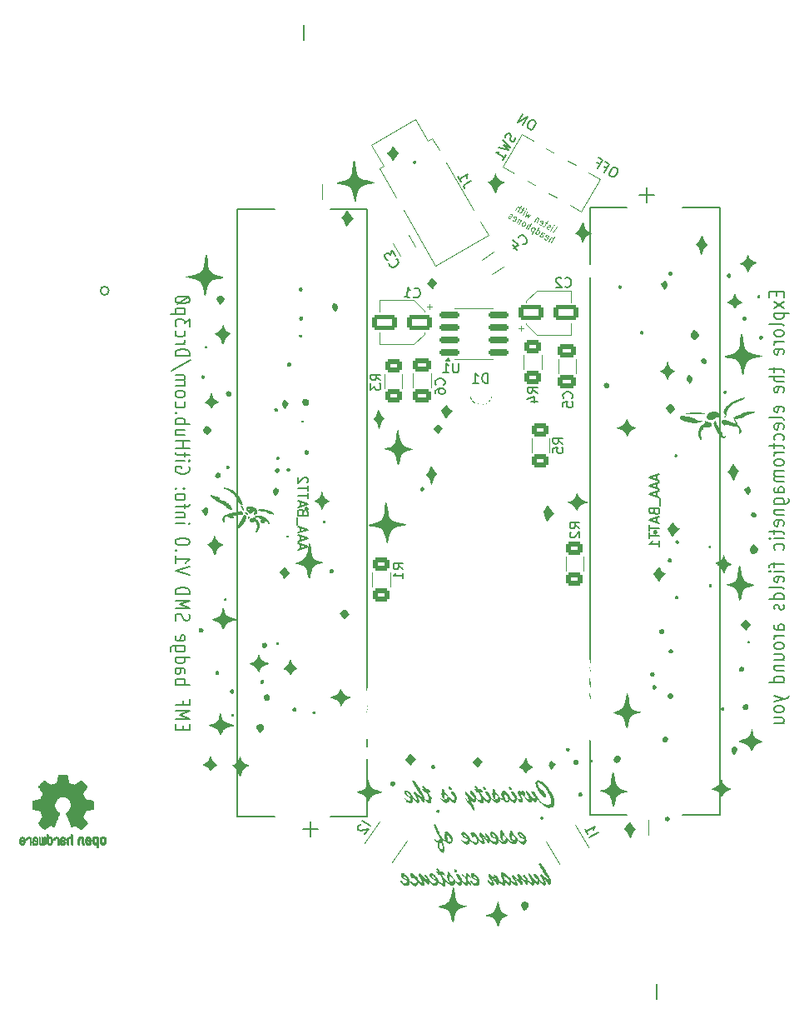
<source format=gbr>
%TF.GenerationSoftware,KiCad,Pcbnew,8.0.4*%
%TF.CreationDate,2024-09-12T22:18:10-07:00*%
%TF.ProjectId,SMDEMFbadgeforMAKE-sizedfor3inchbagLCSCassembly,534d4445-4d46-4626-9164-6765666f724d,rev?*%
%TF.SameCoordinates,Original*%
%TF.FileFunction,Legend,Bot*%
%TF.FilePolarity,Positive*%
%FSLAX46Y46*%
G04 Gerber Fmt 4.6, Leading zero omitted, Abs format (unit mm)*
G04 Created by KiCad (PCBNEW 8.0.4) date 2024-09-12 22:18:10*
%MOMM*%
%LPD*%
G01*
G04 APERTURE LIST*
G04 Aperture macros list*
%AMRoundRect*
0 Rectangle with rounded corners*
0 $1 Rounding radius*
0 $2 $3 $4 $5 $6 $7 $8 $9 X,Y pos of 4 corners*
0 Add a 4 corners polygon primitive as box body*
4,1,4,$2,$3,$4,$5,$6,$7,$8,$9,$2,$3,0*
0 Add four circle primitives for the rounded corners*
1,1,$1+$1,$2,$3*
1,1,$1+$1,$4,$5*
1,1,$1+$1,$6,$7*
1,1,$1+$1,$8,$9*
0 Add four rect primitives between the rounded corners*
20,1,$1+$1,$2,$3,$4,$5,0*
20,1,$1+$1,$4,$5,$6,$7,0*
20,1,$1+$1,$6,$7,$8,$9,0*
20,1,$1+$1,$8,$9,$2,$3,0*%
%AMRotRect*
0 Rectangle, with rotation*
0 The origin of the aperture is its center*
0 $1 length*
0 $2 width*
0 $3 Rotation angle, in degrees counterclockwise*
0 Add horizontal line*
21,1,$1,$2,0,0,$3*%
G04 Aperture macros list end*
%ADD10C,0.000000*%
%ADD11C,0.150000*%
%ADD12C,0.200000*%
%ADD13C,0.100000*%
%ADD14C,0.110000*%
%ADD15C,0.120000*%
%ADD16C,0.152400*%
%ADD17C,0.010000*%
%ADD18C,0.002976*%
%ADD19C,1.200000*%
%ADD20RotRect,2.100000X1.100000X210.000000*%
%ADD21C,1.600000*%
%ADD22R,5.300000X6.613306*%
%ADD23R,5.300000X6.693306*%
%ADD24R,1.300000X0.850000*%
%ADD25C,1.152000*%
%ADD26RoundRect,0.250000X0.625000X-0.400000X0.625000X0.400000X-0.625000X0.400000X-0.625000X-0.400000X0*%
%ADD27RotRect,1.200000X2.500000X330.000000*%
%ADD28RoundRect,0.250000X0.034924X-0.769049X0.710725X-0.295849X-0.034924X0.769049X-0.710725X0.295849X0*%
%ADD29RoundRect,0.250000X0.650000X-0.412500X0.650000X0.412500X-0.650000X0.412500X-0.650000X-0.412500X0*%
%ADD30RoundRect,0.150000X-0.825000X-0.150000X0.825000X-0.150000X0.825000X0.150000X-0.825000X0.150000X0*%
%ADD31RoundRect,0.326924X-1.766759X1.875656X-2.366807X1.018698X1.766759X-1.875656X2.366807X-1.018698X0*%
%ADD32RoundRect,0.250000X1.050000X0.550000X-1.050000X0.550000X-1.050000X-0.550000X1.050000X-0.550000X0*%
%ADD33RoundRect,0.250000X0.769167X-0.032235X0.356667X0.682235X-0.769167X0.032235X-0.356667X-0.682235X0*%
%ADD34RoundRect,0.326924X-2.446586X-0.808541X-1.923510X-1.714535X2.446586X0.808541X1.923510X1.714535X0*%
%ADD35RoundRect,0.250000X-1.050000X-0.550000X1.050000X-0.550000X1.050000X0.550000X-1.050000X0.550000X0*%
G04 APERTURE END LIST*
D10*
G36*
X226512007Y-105306534D02*
G01*
X226645017Y-105312680D01*
X226778137Y-105323233D01*
X226911449Y-105338231D01*
X227045034Y-105357709D01*
X227178977Y-105381705D01*
X227313357Y-105410258D01*
X227448258Y-105443404D01*
X227448258Y-105511823D01*
X226662863Y-105465471D01*
X225306347Y-105511823D01*
X225306347Y-105443404D01*
X225442054Y-105411560D01*
X225577135Y-105383788D01*
X225711669Y-105360125D01*
X225845739Y-105340610D01*
X225979429Y-105325278D01*
X226112819Y-105314167D01*
X226245989Y-105307316D01*
X226379025Y-105304758D01*
X226512007Y-105306534D01*
G37*
G36*
X178059744Y-135865208D02*
G01*
X178076170Y-135912454D01*
X178107811Y-136012439D01*
X178172279Y-136223043D01*
X178189900Y-136275543D01*
X178208555Y-136327174D01*
X178228458Y-136377527D01*
X178249827Y-136426198D01*
X178272874Y-136472782D01*
X178297818Y-136516874D01*
X178324872Y-136558067D01*
X178354253Y-136595957D01*
X178380975Y-136625791D01*
X178408646Y-136653640D01*
X178437215Y-136679608D01*
X178466633Y-136703801D01*
X178496851Y-136726324D01*
X178527819Y-136747281D01*
X178559490Y-136766779D01*
X178591811Y-136784922D01*
X178658212Y-136817567D01*
X178726629Y-136846059D01*
X178796665Y-136871240D01*
X178867928Y-136893954D01*
X179157342Y-136976977D01*
X179228813Y-136999987D01*
X179299140Y-137025586D01*
X179367931Y-137054612D01*
X179434790Y-137087913D01*
X179434790Y-137156407D01*
X179290488Y-137194289D01*
X179142819Y-137230345D01*
X178994448Y-137268085D01*
X178920835Y-137288684D01*
X178848046Y-137311019D01*
X178776415Y-137335528D01*
X178706278Y-137362654D01*
X178637967Y-137392833D01*
X178571814Y-137426503D01*
X178508155Y-137464104D01*
X178447323Y-137506074D01*
X178389650Y-137552852D01*
X178335471Y-137604876D01*
X178321834Y-137622384D01*
X178307274Y-137646664D01*
X178291871Y-137676596D01*
X178275699Y-137711061D01*
X178204859Y-137871840D01*
X178185994Y-137912166D01*
X178166817Y-137950303D01*
X178147407Y-137985133D01*
X178127840Y-138015534D01*
X178108191Y-138040388D01*
X178098361Y-138050384D01*
X178088539Y-138058574D01*
X178078736Y-138064816D01*
X178068958Y-138068971D01*
X178059219Y-138070900D01*
X178049525Y-138070462D01*
X178038937Y-138067547D01*
X178028580Y-138062608D01*
X178018447Y-138055768D01*
X178008527Y-138047147D01*
X177998808Y-138036863D01*
X177989285Y-138025041D01*
X177979945Y-138011800D01*
X177970779Y-137997260D01*
X177952928Y-137964770D01*
X177935654Y-137928537D01*
X177918880Y-137889528D01*
X177902525Y-137848708D01*
X177870762Y-137765510D01*
X177839734Y-137686673D01*
X177824301Y-137651307D01*
X177808816Y-137619931D01*
X177793201Y-137593513D01*
X177785319Y-137582465D01*
X177777376Y-137573019D01*
X177757040Y-137552056D01*
X177735800Y-137531865D01*
X177690798Y-137493699D01*
X177642724Y-137458311D01*
X177591934Y-137425495D01*
X177538785Y-137395040D01*
X177483629Y-137366739D01*
X177426824Y-137340385D01*
X177368725Y-137315769D01*
X177309686Y-137292681D01*
X177250065Y-137270916D01*
X177130495Y-137230516D01*
X176899993Y-137156407D01*
X176899993Y-137087913D01*
X177169210Y-137004903D01*
X177236577Y-136982115D01*
X177303160Y-136957731D01*
X177368554Y-136931357D01*
X177432353Y-136902599D01*
X177494155Y-136871068D01*
X177553551Y-136836371D01*
X177610139Y-136798115D01*
X177663516Y-136755910D01*
X177713272Y-136709362D01*
X177736667Y-136684336D01*
X177759007Y-136658080D01*
X177780239Y-136630539D01*
X177800313Y-136601669D01*
X177819180Y-136571420D01*
X177836787Y-136539742D01*
X177857073Y-136496678D01*
X177873995Y-136452405D01*
X177888063Y-136407125D01*
X177899784Y-136361048D01*
X177909668Y-136314376D01*
X177918223Y-136267314D01*
X177933385Y-136172840D01*
X177949336Y-136079266D01*
X177958879Y-136033328D01*
X177970147Y-135988231D01*
X177983646Y-135944178D01*
X177999887Y-135901375D01*
X178019377Y-135860025D01*
X178030500Y-135839960D01*
X178042625Y-135820335D01*
X178059744Y-135865208D01*
G37*
G36*
X231534882Y-134957899D02*
G01*
X231564426Y-134963390D01*
X231592156Y-134971933D01*
X231618033Y-134983311D01*
X231642017Y-134997306D01*
X231664069Y-135013700D01*
X231684147Y-135032277D01*
X231702212Y-135052818D01*
X231718224Y-135075105D01*
X231732143Y-135098922D01*
X231743929Y-135124050D01*
X231753541Y-135150272D01*
X231760942Y-135177369D01*
X231766088Y-135205125D01*
X231768942Y-135233322D01*
X231769462Y-135261742D01*
X231767610Y-135290169D01*
X231763344Y-135318382D01*
X231756625Y-135346166D01*
X231747413Y-135373302D01*
X231735668Y-135399574D01*
X231721350Y-135424762D01*
X231704419Y-135448651D01*
X231684834Y-135471021D01*
X231662556Y-135491658D01*
X231637546Y-135510339D01*
X231609761Y-135526850D01*
X231579164Y-135540973D01*
X231545713Y-135552489D01*
X231509370Y-135561182D01*
X231474591Y-135566099D01*
X231441439Y-135567336D01*
X231409960Y-135565109D01*
X231380200Y-135559634D01*
X231352206Y-135551125D01*
X231326027Y-135539798D01*
X231301708Y-135525869D01*
X231279297Y-135509553D01*
X231258840Y-135491066D01*
X231240385Y-135470621D01*
X231223978Y-135448436D01*
X231209667Y-135424726D01*
X231197498Y-135399706D01*
X231187518Y-135373591D01*
X231179774Y-135346596D01*
X231174313Y-135318940D01*
X231171183Y-135290832D01*
X231170431Y-135262494D01*
X231172101Y-135234137D01*
X231176243Y-135205978D01*
X231182902Y-135178232D01*
X231192128Y-135151116D01*
X231203964Y-135124844D01*
X231218460Y-135099630D01*
X231235661Y-135075692D01*
X231255614Y-135053244D01*
X231278367Y-135032503D01*
X231303968Y-135013681D01*
X231332462Y-134996998D01*
X231363896Y-134982665D01*
X231398318Y-134970900D01*
X231435775Y-134961919D01*
X231470517Y-134956947D01*
X231503566Y-134955679D01*
X231534882Y-134957899D01*
G37*
G36*
X190379519Y-133485013D02*
G01*
X190412143Y-133577453D01*
X190447227Y-133661728D01*
X190465819Y-133700958D01*
X190485177Y-133738333D01*
X190505354Y-133773915D01*
X190526402Y-133807767D01*
X190548370Y-133839949D01*
X190571309Y-133870525D01*
X190595270Y-133899557D01*
X190620305Y-133927106D01*
X190646464Y-133953235D01*
X190673800Y-133978007D01*
X190702361Y-134001482D01*
X190732199Y-134023725D01*
X190763366Y-134044795D01*
X190795911Y-134064756D01*
X190829886Y-134083670D01*
X190865343Y-134101600D01*
X190940904Y-134134752D01*
X191023000Y-134164709D01*
X191112039Y-134191970D01*
X191208430Y-134217031D01*
X191312580Y-134240390D01*
X190644473Y-134613114D01*
X190313299Y-135165365D01*
X190277654Y-135165365D01*
X190266530Y-135112174D01*
X190253803Y-135061431D01*
X190239492Y-135013059D01*
X190223625Y-134966988D01*
X190206223Y-134923139D01*
X190187311Y-134881442D01*
X190166911Y-134841820D01*
X190145048Y-134804200D01*
X190121744Y-134768508D01*
X190097024Y-134734669D01*
X190070911Y-134702608D01*
X190043428Y-134672255D01*
X190014599Y-134643529D01*
X189984447Y-134616362D01*
X189952995Y-134590677D01*
X189920269Y-134566400D01*
X189886291Y-134543458D01*
X189851083Y-134521774D01*
X189814671Y-134501275D01*
X189777077Y-134481889D01*
X189698438Y-134446152D01*
X189615356Y-134413971D01*
X189528017Y-134384750D01*
X189436611Y-134357897D01*
X189341323Y-134332817D01*
X189242344Y-134308917D01*
X189242344Y-134240390D01*
X189425960Y-134165461D01*
X189592536Y-134095140D01*
X189669479Y-134059552D01*
X189742214Y-134022533D01*
X189810761Y-133983217D01*
X189875134Y-133940745D01*
X189935353Y-133894255D01*
X189991434Y-133842883D01*
X190017928Y-133815098D01*
X190043394Y-133785770D01*
X190067835Y-133754790D01*
X190091253Y-133722052D01*
X190113649Y-133687448D01*
X190135026Y-133650870D01*
X190155385Y-133612208D01*
X190174731Y-133571359D01*
X190193062Y-133528211D01*
X190210384Y-133482659D01*
X190226698Y-133434594D01*
X190242005Y-133383908D01*
X190348947Y-133383908D01*
X190379519Y-133485013D01*
G37*
G36*
X185041227Y-100232631D02*
G01*
X185063509Y-100235485D01*
X185086182Y-100240869D01*
X185109162Y-100248915D01*
X185132364Y-100259753D01*
X185156234Y-100273864D01*
X185177373Y-100289397D01*
X185195855Y-100306198D01*
X185211758Y-100324112D01*
X185225154Y-100342986D01*
X185236121Y-100362663D01*
X185244733Y-100382990D01*
X185251067Y-100403810D01*
X185255197Y-100424971D01*
X185257200Y-100446315D01*
X185257150Y-100467690D01*
X185255125Y-100488939D01*
X185251197Y-100509909D01*
X185245444Y-100530445D01*
X185237941Y-100550391D01*
X185228763Y-100569594D01*
X185217986Y-100587897D01*
X185205687Y-100605147D01*
X185191937Y-100621189D01*
X185176817Y-100635867D01*
X185160398Y-100649026D01*
X185142759Y-100660514D01*
X185123973Y-100670173D01*
X185104118Y-100677851D01*
X185083266Y-100683390D01*
X185061497Y-100686639D01*
X185038882Y-100687440D01*
X185015499Y-100685641D01*
X184991425Y-100681084D01*
X184966733Y-100673617D01*
X184941498Y-100663082D01*
X184915796Y-100649328D01*
X184893151Y-100634408D01*
X184873240Y-100618356D01*
X184855981Y-100601306D01*
X184841290Y-100583386D01*
X184829082Y-100564729D01*
X184819274Y-100545463D01*
X184811782Y-100525721D01*
X184806523Y-100505635D01*
X184803413Y-100485333D01*
X184802366Y-100464946D01*
X184803304Y-100444606D01*
X184806137Y-100424444D01*
X184810785Y-100404589D01*
X184817163Y-100385173D01*
X184825186Y-100366326D01*
X184834773Y-100348180D01*
X184845840Y-100330865D01*
X184858300Y-100314510D01*
X184872072Y-100299250D01*
X184887073Y-100285211D01*
X184903218Y-100272527D01*
X184920422Y-100261328D01*
X184938603Y-100251744D01*
X184957677Y-100243905D01*
X184977560Y-100237945D01*
X184998169Y-100233991D01*
X185019418Y-100232177D01*
X185041227Y-100232631D01*
G37*
G36*
X230496352Y-139328541D02*
G01*
X230533705Y-139375136D01*
X230565469Y-139416542D01*
X230591528Y-139453837D01*
X230602382Y-139471280D01*
X230611767Y-139488100D01*
X230619667Y-139504430D01*
X230626068Y-139520407D01*
X230630956Y-139536163D01*
X230634315Y-139551834D01*
X230636132Y-139567555D01*
X230636393Y-139583461D01*
X230635082Y-139599688D01*
X230632184Y-139616366D01*
X230627685Y-139633635D01*
X230621572Y-139651627D01*
X230613829Y-139670476D01*
X230604441Y-139690319D01*
X230593395Y-139711289D01*
X230580676Y-139733522D01*
X230550158Y-139782313D01*
X230512773Y-139837769D01*
X230468402Y-139900969D01*
X230393101Y-140039115D01*
X230380997Y-140056939D01*
X230368110Y-140073228D01*
X230361358Y-140080642D01*
X230354390Y-140087485D01*
X230347199Y-140093698D01*
X230339780Y-140099216D01*
X230332123Y-140103978D01*
X230324225Y-140107920D01*
X230316076Y-140110982D01*
X230307670Y-140113101D01*
X230299001Y-140114215D01*
X230290062Y-140114261D01*
X230280845Y-140113179D01*
X230271344Y-140110905D01*
X230264281Y-140108500D01*
X230257415Y-140105586D01*
X230250737Y-140102190D01*
X230244243Y-140098340D01*
X230237925Y-140094060D01*
X230231780Y-140089380D01*
X230225800Y-140084326D01*
X230219980Y-140078925D01*
X230214312Y-140073204D01*
X230208791Y-140067190D01*
X230198169Y-140054393D01*
X230188066Y-140040747D01*
X230178431Y-140026472D01*
X230169219Y-140011782D01*
X230160383Y-139996892D01*
X230143639Y-139967384D01*
X230127820Y-139939677D01*
X230120136Y-139927040D01*
X230112541Y-139915500D01*
X230093964Y-139887290D01*
X230077501Y-139859340D01*
X230063122Y-139831664D01*
X230050790Y-139804279D01*
X230040476Y-139777198D01*
X230032147Y-139750437D01*
X230025769Y-139724010D01*
X230021311Y-139697932D01*
X230018739Y-139672219D01*
X230018021Y-139646885D01*
X230019125Y-139621944D01*
X230022017Y-139597412D01*
X230026666Y-139573304D01*
X230033038Y-139549635D01*
X230041103Y-139526418D01*
X230050825Y-139503670D01*
X230062172Y-139481403D01*
X230075113Y-139459637D01*
X230089616Y-139438381D01*
X230105646Y-139417653D01*
X230123172Y-139397467D01*
X230142161Y-139377840D01*
X230162580Y-139358783D01*
X230184398Y-139340316D01*
X230207581Y-139322448D01*
X230232096Y-139305197D01*
X230257911Y-139288577D01*
X230284993Y-139272604D01*
X230313311Y-139257292D01*
X230342832Y-139242658D01*
X230405348Y-139215473D01*
X230496352Y-139328541D01*
G37*
G36*
X195588271Y-142798943D02*
G01*
X195615121Y-142802774D01*
X195642942Y-142809606D01*
X195671680Y-142819600D01*
X195701370Y-142833005D01*
X195727912Y-142848125D01*
X195751389Y-142864791D01*
X195771884Y-142882837D01*
X195789481Y-142902092D01*
X195804263Y-142922390D01*
X195816312Y-142943560D01*
X195825715Y-142965437D01*
X195832552Y-142987851D01*
X195836907Y-143010633D01*
X195838865Y-143033617D01*
X195838507Y-143056632D01*
X195835919Y-143079512D01*
X195831182Y-143102087D01*
X195824379Y-143124191D01*
X195815595Y-143145653D01*
X195804915Y-143166307D01*
X195792418Y-143185982D01*
X195778190Y-143204513D01*
X195762314Y-143221730D01*
X195744873Y-143237466D01*
X195725952Y-143251551D01*
X195705632Y-143263816D01*
X195683996Y-143274096D01*
X195661130Y-143282220D01*
X195637116Y-143288021D01*
X195612037Y-143291330D01*
X195585977Y-143291981D01*
X195559018Y-143289802D01*
X195531245Y-143284627D01*
X195502741Y-143276287D01*
X195473589Y-143264615D01*
X195448901Y-143251923D01*
X195426743Y-143237533D01*
X195407060Y-143221606D01*
X195389802Y-143204305D01*
X195374910Y-143185790D01*
X195362332Y-143166226D01*
X195352016Y-143145772D01*
X195343907Y-143124592D01*
X195337950Y-143102846D01*
X195334094Y-143080700D01*
X195332283Y-143058312D01*
X195332465Y-143035846D01*
X195334584Y-143013463D01*
X195338589Y-142991327D01*
X195344424Y-142969598D01*
X195352037Y-142948438D01*
X195361372Y-142928011D01*
X195372379Y-142908478D01*
X195385000Y-142890000D01*
X195399185Y-142872740D01*
X195414876Y-142856860D01*
X195432023Y-142842522D01*
X195450571Y-142829888D01*
X195470467Y-142819120D01*
X195491655Y-142810381D01*
X195514084Y-142803831D01*
X195537698Y-142799633D01*
X195562445Y-142797950D01*
X195588271Y-142798943D01*
G37*
G36*
X177388635Y-103918746D02*
G01*
X177960370Y-104274114D01*
X177837014Y-104328941D01*
X177719357Y-104383174D01*
X177663099Y-104411153D01*
X177608786Y-104440287D01*
X177556590Y-104471010D01*
X177506686Y-104503754D01*
X177459246Y-104538957D01*
X177436505Y-104557616D01*
X177414444Y-104577051D01*
X177393086Y-104597319D01*
X177372454Y-104618471D01*
X177352567Y-104640564D01*
X177333448Y-104663651D01*
X177315118Y-104687787D01*
X177297601Y-104713026D01*
X177280914Y-104739423D01*
X177265084Y-104767030D01*
X177250129Y-104795903D01*
X177236071Y-104826096D01*
X177222934Y-104857664D01*
X177210738Y-104890661D01*
X177103644Y-104890661D01*
X177077134Y-104836657D01*
X177048524Y-104785248D01*
X177017815Y-104736380D01*
X176985000Y-104690000D01*
X176950074Y-104646056D01*
X176913034Y-104604496D01*
X176873875Y-104565263D01*
X176832595Y-104528310D01*
X176789186Y-104493581D01*
X176743648Y-104461023D01*
X176695973Y-104430584D01*
X176646159Y-104402212D01*
X176594201Y-104375852D01*
X176540096Y-104351452D01*
X176483838Y-104328962D01*
X176425423Y-104308325D01*
X176866491Y-103927206D01*
X177139332Y-103315071D01*
X177388635Y-103918746D01*
G37*
G36*
X177511683Y-117933737D02*
G01*
X177545265Y-118014808D01*
X177579902Y-118089932D01*
X177616054Y-118159499D01*
X177654179Y-118223901D01*
X177694739Y-118283524D01*
X177738194Y-118338760D01*
X177785000Y-118390000D01*
X177835621Y-118437629D01*
X177890516Y-118482041D01*
X177950144Y-118523624D01*
X178014965Y-118562766D01*
X178085440Y-118599859D01*
X178162026Y-118635293D01*
X178245186Y-118669455D01*
X178335378Y-118702737D01*
X178335378Y-118771531D01*
X178243270Y-118819112D01*
X178151691Y-118869727D01*
X178106591Y-118896443D01*
X178062215Y-118924241D01*
X178018755Y-118953229D01*
X177976412Y-118983515D01*
X177935380Y-119015206D01*
X177895857Y-119048409D01*
X177858036Y-119083234D01*
X177822118Y-119119789D01*
X177788298Y-119158179D01*
X177756771Y-119198515D01*
X177727737Y-119240901D01*
X177701388Y-119285448D01*
X177692647Y-119302686D01*
X177684696Y-119320691D01*
X177670873Y-119358723D01*
X177659320Y-119398979D01*
X177649436Y-119440894D01*
X177614622Y-119613863D01*
X177604104Y-119655606D01*
X177591661Y-119695622D01*
X177576695Y-119733344D01*
X177568078Y-119751168D01*
X177558606Y-119768207D01*
X177548204Y-119784392D01*
X177536797Y-119799649D01*
X177524309Y-119813909D01*
X177510666Y-119827101D01*
X177495794Y-119839157D01*
X177479615Y-119850003D01*
X177462059Y-119859569D01*
X177443046Y-119867786D01*
X177111868Y-119151543D01*
X176657652Y-118702737D01*
X176703474Y-118690085D01*
X176747196Y-118676545D01*
X176788880Y-118662115D01*
X176828595Y-118646792D01*
X176866405Y-118630574D01*
X176902375Y-118613459D01*
X176936574Y-118595445D01*
X176969064Y-118576530D01*
X176999913Y-118556710D01*
X177029186Y-118535986D01*
X177056948Y-118514352D01*
X177083265Y-118491809D01*
X177108203Y-118468352D01*
X177131829Y-118443981D01*
X177154206Y-118418693D01*
X177175401Y-118392486D01*
X177195481Y-118365357D01*
X177214511Y-118337304D01*
X177232554Y-118308326D01*
X177249680Y-118278419D01*
X177281434Y-118215813D01*
X177310302Y-118149466D01*
X177336805Y-118079362D01*
X177361473Y-118005484D01*
X177384829Y-117927812D01*
X177407398Y-117846331D01*
X177478695Y-117846331D01*
X177511683Y-117933737D01*
G37*
G36*
X229121599Y-142783053D02*
G01*
X229154217Y-142875494D01*
X229189302Y-142959767D01*
X229207895Y-142998995D01*
X229227258Y-143036370D01*
X229247440Y-143071950D01*
X229268492Y-143105801D01*
X229290467Y-143137981D01*
X229313413Y-143168556D01*
X229337382Y-143197586D01*
X229362424Y-143225133D01*
X229388592Y-143251261D01*
X229415936Y-143276031D01*
X229444507Y-143299505D01*
X229474353Y-143321745D01*
X229505529Y-143342814D01*
X229538083Y-143362773D01*
X229572069Y-143381686D01*
X229607534Y-143399613D01*
X229683110Y-143432762D01*
X229765220Y-143462717D01*
X229854271Y-143489976D01*
X229950667Y-143515035D01*
X230054818Y-143538392D01*
X229386565Y-143911117D01*
X229055311Y-144463401D01*
X229019628Y-144463401D01*
X229008525Y-144410211D01*
X228995814Y-144359466D01*
X228981522Y-144311095D01*
X228965669Y-144265023D01*
X228948281Y-144221174D01*
X228929380Y-144179475D01*
X228908991Y-144139853D01*
X228887136Y-144102232D01*
X228863841Y-144066538D01*
X228839127Y-144032699D01*
X228813017Y-144000638D01*
X228785538Y-143970281D01*
X228756712Y-143941556D01*
X228726562Y-143914387D01*
X228695113Y-143888700D01*
X228662386Y-143864421D01*
X228628408Y-143841477D01*
X228593199Y-143819791D01*
X228556785Y-143799292D01*
X228519189Y-143779903D01*
X228440546Y-143744165D01*
X228357459Y-143711981D01*
X228270114Y-143682758D01*
X228178704Y-143655904D01*
X228083414Y-143630824D01*
X227984436Y-143606924D01*
X227984436Y-143538392D01*
X228168094Y-143463474D01*
X228334693Y-143393159D01*
X228411639Y-143357575D01*
X228484374Y-143320555D01*
X228552913Y-143281240D01*
X228617276Y-143238767D01*
X228677480Y-143192278D01*
X228733543Y-143140906D01*
X228760027Y-143113122D01*
X228785483Y-143083794D01*
X228809912Y-143052815D01*
X228833315Y-143020078D01*
X228855698Y-142985473D01*
X228877059Y-142948896D01*
X228897405Y-142910238D01*
X228916734Y-142869389D01*
X228935051Y-142826244D01*
X228952355Y-142780694D01*
X228968651Y-142732630D01*
X228983942Y-142681947D01*
X229091036Y-142681947D01*
X229121599Y-142783053D01*
G37*
G36*
X224473756Y-123956499D02*
G01*
X224493185Y-123960283D01*
X224513302Y-123966301D01*
X224534060Y-123974673D01*
X224553406Y-123984597D01*
X224570794Y-123995732D01*
X224586269Y-124007957D01*
X224599876Y-124021152D01*
X224611657Y-124035197D01*
X224621659Y-124049969D01*
X224629923Y-124065349D01*
X224636497Y-124081215D01*
X224641422Y-124097445D01*
X224644743Y-124113920D01*
X224646506Y-124130519D01*
X224646753Y-124147120D01*
X224645529Y-124163603D01*
X224642879Y-124179847D01*
X224638847Y-124195729D01*
X224633475Y-124211131D01*
X224626810Y-124225932D01*
X224618895Y-124240008D01*
X224609775Y-124253241D01*
X224599493Y-124265511D01*
X224588094Y-124276693D01*
X224575624Y-124286669D01*
X224562123Y-124295318D01*
X224547638Y-124302519D01*
X224532213Y-124308150D01*
X224515892Y-124312091D01*
X224498719Y-124314220D01*
X224480739Y-124314418D01*
X224461996Y-124312563D01*
X224442533Y-124308533D01*
X224422395Y-124302209D01*
X224401628Y-124293470D01*
X224382484Y-124283312D01*
X224365273Y-124271997D01*
X224349950Y-124259642D01*
X224336474Y-124246362D01*
X224324800Y-124232276D01*
X224314886Y-124217500D01*
X224306689Y-124202152D01*
X224300166Y-124186349D01*
X224295275Y-124170206D01*
X224291970Y-124153842D01*
X224290213Y-124137374D01*
X224289955Y-124120919D01*
X224291157Y-124104592D01*
X224293776Y-124088513D01*
X224297768Y-124072798D01*
X224303089Y-124057563D01*
X224309698Y-124042925D01*
X224317551Y-124029002D01*
X224326605Y-124015911D01*
X224336817Y-124003769D01*
X224348145Y-123992694D01*
X224360545Y-123982801D01*
X224373974Y-123974207D01*
X224388389Y-123967030D01*
X224403748Y-123961388D01*
X224420007Y-123957397D01*
X224437122Y-123955174D01*
X224455053Y-123954836D01*
X224473756Y-123956499D01*
G37*
G36*
X187724145Y-139976150D02*
G01*
X187745651Y-139980082D01*
X187767648Y-139986543D01*
X187789235Y-139995352D01*
X187808453Y-140005746D01*
X187825368Y-140017587D01*
X187840044Y-140030737D01*
X187852548Y-140045058D01*
X187862944Y-140060409D01*
X187871298Y-140076651D01*
X187877678Y-140093644D01*
X187882144Y-140111251D01*
X187884766Y-140129333D01*
X187885606Y-140147750D01*
X187884732Y-140166362D01*
X187882209Y-140185031D01*
X187878102Y-140203617D01*
X187872476Y-140221981D01*
X187865396Y-140239985D01*
X187856929Y-140257488D01*
X187847139Y-140274352D01*
X187836093Y-140290439D01*
X187823855Y-140305609D01*
X187810490Y-140319722D01*
X187796063Y-140332639D01*
X187780643Y-140344222D01*
X187764293Y-140354332D01*
X187747076Y-140362828D01*
X187729061Y-140369571D01*
X187710312Y-140374425D01*
X187690896Y-140377248D01*
X187670875Y-140377901D01*
X187650317Y-140376246D01*
X187629287Y-140372143D01*
X187607851Y-140365453D01*
X187586450Y-140356234D01*
X187567359Y-140345496D01*
X187550515Y-140333373D01*
X187535859Y-140320001D01*
X187523330Y-140305516D01*
X187512868Y-140290051D01*
X187504412Y-140273741D01*
X187497899Y-140256723D01*
X187493272Y-140239129D01*
X187490470Y-140221099D01*
X187489431Y-140202762D01*
X187490093Y-140184257D01*
X187492398Y-140165719D01*
X187496285Y-140147280D01*
X187501694Y-140129079D01*
X187508562Y-140111247D01*
X187516830Y-140093921D01*
X187526439Y-140077236D01*
X187537326Y-140061328D01*
X187549430Y-140046330D01*
X187562692Y-140032378D01*
X187577051Y-140019607D01*
X187592446Y-140008151D01*
X187608819Y-139998147D01*
X187626105Y-139989729D01*
X187644246Y-139983031D01*
X187663181Y-139978190D01*
X187682850Y-139975339D01*
X187703192Y-139974613D01*
X187724145Y-139976150D01*
G37*
G36*
X176289953Y-101532933D02*
G01*
X176307646Y-101535719D01*
X176324510Y-101540273D01*
X176340506Y-101546473D01*
X176355601Y-101554201D01*
X176369754Y-101563332D01*
X176382931Y-101573749D01*
X176395092Y-101585330D01*
X176406201Y-101597954D01*
X176416222Y-101611500D01*
X176425116Y-101625849D01*
X176432848Y-101640878D01*
X176439378Y-101656467D01*
X176444672Y-101672498D01*
X176448691Y-101688846D01*
X176451397Y-101705394D01*
X176452756Y-101722017D01*
X176452729Y-101738598D01*
X176451278Y-101755016D01*
X176448367Y-101771150D01*
X176443960Y-101786878D01*
X176438018Y-101802080D01*
X176430503Y-101816635D01*
X176421380Y-101830423D01*
X176410612Y-101843323D01*
X176398160Y-101855215D01*
X176383988Y-101865977D01*
X176368060Y-101875489D01*
X176350337Y-101883629D01*
X176330782Y-101890279D01*
X176309017Y-101895339D01*
X176288021Y-101897989D01*
X176267836Y-101898364D01*
X176248509Y-101896604D01*
X176230081Y-101892844D01*
X176212597Y-101887222D01*
X176196102Y-101879873D01*
X176180637Y-101870937D01*
X176166245Y-101860549D01*
X176152974Y-101848848D01*
X176140863Y-101835970D01*
X176129958Y-101822051D01*
X176120302Y-101807230D01*
X176111940Y-101791643D01*
X176104915Y-101775426D01*
X176099269Y-101758719D01*
X176095047Y-101741657D01*
X176092293Y-101724377D01*
X176091050Y-101707017D01*
X176091362Y-101689712D01*
X176093272Y-101672603D01*
X176096825Y-101655824D01*
X176102063Y-101639513D01*
X176109031Y-101623807D01*
X176117771Y-101608843D01*
X176128329Y-101594757D01*
X176140748Y-101581689D01*
X176155069Y-101569774D01*
X176171340Y-101559149D01*
X176189600Y-101549951D01*
X176209897Y-101542317D01*
X176232273Y-101536385D01*
X176252229Y-101533145D01*
X176271469Y-101532034D01*
X176289953Y-101532933D01*
G37*
G36*
X176597187Y-98566240D02*
G01*
X176610518Y-98568795D01*
X176624055Y-98572899D01*
X176637748Y-98578628D01*
X176651546Y-98586061D01*
X176664337Y-98594631D01*
X176675502Y-98603938D01*
X176685094Y-98613897D01*
X176693165Y-98624421D01*
X176699764Y-98635429D01*
X176704946Y-98646834D01*
X176708757Y-98658553D01*
X176711251Y-98670498D01*
X176712479Y-98682588D01*
X176712494Y-98694737D01*
X176711342Y-98706858D01*
X176709080Y-98718870D01*
X176705755Y-98730685D01*
X176701420Y-98742220D01*
X176696125Y-98753390D01*
X176689924Y-98764110D01*
X176682865Y-98774296D01*
X176675001Y-98783863D01*
X176666382Y-98792724D01*
X176657061Y-98800798D01*
X176647086Y-98807999D01*
X176636511Y-98814240D01*
X176625385Y-98819439D01*
X176613762Y-98823509D01*
X176601690Y-98826368D01*
X176589223Y-98827929D01*
X176576410Y-98828109D01*
X176563303Y-98826821D01*
X176549955Y-98823982D01*
X176536414Y-98819507D01*
X176522732Y-98813310D01*
X176508961Y-98805308D01*
X176496372Y-98796304D01*
X176485379Y-98786656D01*
X176475933Y-98776443D01*
X176467985Y-98765742D01*
X176461484Y-98754632D01*
X176456381Y-98743192D01*
X176452626Y-98731498D01*
X176450169Y-98719631D01*
X176448961Y-98707667D01*
X176448953Y-98695688D01*
X176450093Y-98683767D01*
X176452334Y-98671986D01*
X176455624Y-98660420D01*
X176459915Y-98649152D01*
X176465156Y-98638257D01*
X176471298Y-98627814D01*
X176478292Y-98617902D01*
X176486087Y-98608596D01*
X176494633Y-98599979D01*
X176503882Y-98592126D01*
X176513784Y-98585117D01*
X176524287Y-98579030D01*
X176535345Y-98573941D01*
X176546905Y-98569932D01*
X176558919Y-98567078D01*
X176571337Y-98565460D01*
X176584109Y-98565155D01*
X176597187Y-98566240D01*
G37*
G36*
X228456269Y-106260498D02*
G01*
X228506083Y-106359508D01*
X228560297Y-106459523D01*
X228617883Y-106560444D01*
X228861359Y-106971264D01*
X228920365Y-107075268D01*
X228976569Y-107179597D01*
X229028939Y-107284155D01*
X229076446Y-107388845D01*
X229118063Y-107493568D01*
X229152761Y-107598229D01*
X229179508Y-107702731D01*
X229189579Y-107754892D01*
X229197277Y-107806976D01*
X229482840Y-107670130D01*
X229480062Y-107687765D01*
X229476551Y-107705251D01*
X229472324Y-107722533D01*
X229467394Y-107739554D01*
X229461776Y-107756261D01*
X229455482Y-107772598D01*
X229448527Y-107788511D01*
X229440927Y-107803944D01*
X229432694Y-107818842D01*
X229423843Y-107833151D01*
X229414388Y-107846815D01*
X229404343Y-107859781D01*
X229393723Y-107871990D01*
X229382542Y-107883392D01*
X229370813Y-107893929D01*
X229358552Y-107903546D01*
X229345772Y-107912189D01*
X229332486Y-107919803D01*
X229318710Y-107926332D01*
X229304459Y-107931723D01*
X229289745Y-107935918D01*
X229274583Y-107938866D01*
X229258989Y-107940509D01*
X229242973Y-107940793D01*
X229226553Y-107939662D01*
X229209741Y-107937064D01*
X229192552Y-107932942D01*
X229175001Y-107927239D01*
X229157101Y-107919903D01*
X229138865Y-107910879D01*
X229120311Y-107900110D01*
X229101450Y-107887543D01*
X229035270Y-107835681D01*
X228971255Y-107776399D01*
X228909389Y-107710543D01*
X228849656Y-107638964D01*
X228792038Y-107562509D01*
X228736520Y-107482027D01*
X228683083Y-107398366D01*
X228631711Y-107312374D01*
X228582388Y-107224898D01*
X228535095Y-107136787D01*
X228446537Y-106962055D01*
X228293056Y-106642292D01*
X228275172Y-106603352D01*
X228259614Y-106565702D01*
X228246607Y-106529322D01*
X228241131Y-106511601D01*
X228236377Y-106494191D01*
X228232373Y-106477086D01*
X228229147Y-106460288D01*
X228226727Y-106443791D01*
X228225142Y-106427592D01*
X228224419Y-106411692D01*
X228224586Y-106396085D01*
X228225673Y-106380772D01*
X228227706Y-106365746D01*
X228230713Y-106351007D01*
X228234724Y-106336553D01*
X228239764Y-106322381D01*
X228245866Y-106308486D01*
X228253052Y-106294869D01*
X228261355Y-106281525D01*
X228270801Y-106268453D01*
X228281417Y-106255650D01*
X228293233Y-106243113D01*
X228306277Y-106230839D01*
X228320576Y-106218826D01*
X228336159Y-106207073D01*
X228353053Y-106195574D01*
X228371287Y-106184330D01*
X228390889Y-106173335D01*
X228411886Y-106162591D01*
X228456269Y-106260498D01*
G37*
G36*
X187135011Y-118604722D02*
G01*
X187164016Y-118652711D01*
X187189251Y-118702451D01*
X187211038Y-118753803D01*
X187229693Y-118806627D01*
X187245532Y-118860786D01*
X187270037Y-118972544D01*
X187287095Y-119087966D01*
X187299245Y-119205938D01*
X187318989Y-119445079D01*
X187331663Y-119564020D01*
X187349595Y-119681058D01*
X187375322Y-119795079D01*
X187391904Y-119850611D01*
X187411388Y-119904970D01*
X187434091Y-119958020D01*
X187460331Y-120009618D01*
X187490426Y-120059628D01*
X187524694Y-120107909D01*
X187563451Y-120154323D01*
X187607017Y-120198731D01*
X187655707Y-120240992D01*
X187709841Y-120280968D01*
X187753197Y-120308427D01*
X187798038Y-120332830D01*
X187844207Y-120354466D01*
X187891548Y-120373620D01*
X187939905Y-120390578D01*
X187989120Y-120405627D01*
X188039037Y-120419054D01*
X188089501Y-120431146D01*
X188191439Y-120452467D01*
X188293683Y-120471885D01*
X188394981Y-120491691D01*
X188494083Y-120514179D01*
X188494083Y-120583069D01*
X188401805Y-120609864D01*
X188305959Y-120634612D01*
X188109883Y-120684013D01*
X188012814Y-120711689D01*
X187965213Y-120726931D01*
X187918498Y-120743363D01*
X187872868Y-120761171D01*
X187828518Y-120780545D01*
X187785647Y-120801675D01*
X187744453Y-120824749D01*
X187696080Y-120855473D01*
X187651310Y-120887513D01*
X187609976Y-120920815D01*
X187571903Y-120955326D01*
X187536924Y-120990991D01*
X187504865Y-121027758D01*
X187475559Y-121065573D01*
X187448833Y-121104384D01*
X187424516Y-121144136D01*
X187402437Y-121184776D01*
X187364315Y-121268509D01*
X187333100Y-121355156D01*
X187307425Y-121444288D01*
X187285926Y-121535479D01*
X187267236Y-121628303D01*
X187232821Y-121817140D01*
X187214364Y-121912301D01*
X187193255Y-122007386D01*
X187168124Y-122101970D01*
X187137609Y-122195624D01*
X187110302Y-122177044D01*
X187085309Y-122156269D01*
X187062498Y-122133427D01*
X187041733Y-122108642D01*
X187022877Y-122082038D01*
X187005797Y-122053741D01*
X186990356Y-122023876D01*
X186976420Y-121992568D01*
X186952522Y-121926123D01*
X186933017Y-121855409D01*
X186916828Y-121781424D01*
X186902870Y-121705169D01*
X186877321Y-121549851D01*
X186863567Y-121472790D01*
X186847717Y-121397461D01*
X186828690Y-121324865D01*
X186805403Y-121256003D01*
X186791824Y-121223285D01*
X186776774Y-121191875D01*
X186760119Y-121161899D01*
X186741722Y-121133481D01*
X186717710Y-121101091D01*
X186692426Y-121070793D01*
X186665931Y-121042489D01*
X186638285Y-121016081D01*
X186609547Y-120991473D01*
X186579776Y-120968569D01*
X186549032Y-120947268D01*
X186517375Y-120927475D01*
X186451559Y-120892022D01*
X186382803Y-120861430D01*
X186311584Y-120834921D01*
X186238379Y-120811718D01*
X186163663Y-120791039D01*
X186087914Y-120772109D01*
X185935219Y-120736371D01*
X185784104Y-120698276D01*
X185710331Y-120676398D01*
X185638382Y-120651593D01*
X185638382Y-120617329D01*
X186103462Y-120440951D01*
X186161741Y-120416559D01*
X186219093Y-120390898D01*
X186275228Y-120363743D01*
X186329859Y-120334871D01*
X186382697Y-120304055D01*
X186433454Y-120271072D01*
X186481842Y-120235697D01*
X186527574Y-120197704D01*
X186567537Y-120160083D01*
X186604907Y-120120576D01*
X186639803Y-120079284D01*
X186672342Y-120036308D01*
X186702641Y-119991751D01*
X186730815Y-119945710D01*
X186781267Y-119849588D01*
X186824632Y-119748745D01*
X186861848Y-119643990D01*
X186893850Y-119536129D01*
X186921578Y-119425967D01*
X186967953Y-119201970D01*
X187008474Y-118978446D01*
X187050631Y-118761847D01*
X187074667Y-118658159D01*
X187101923Y-118558622D01*
X187135011Y-118604722D01*
G37*
G36*
X182570104Y-128715697D02*
G01*
X182596469Y-128719487D01*
X182621669Y-128725797D01*
X182645616Y-128734457D01*
X182668230Y-128745298D01*
X182689427Y-128758156D01*
X182709122Y-128772863D01*
X182727233Y-128789250D01*
X182743677Y-128807152D01*
X182758369Y-128826403D01*
X182771228Y-128846832D01*
X182782168Y-128868276D01*
X182791106Y-128890564D01*
X182797962Y-128913532D01*
X182802649Y-128937011D01*
X182805085Y-128960835D01*
X182805186Y-128984836D01*
X182802869Y-129008847D01*
X182798051Y-129032703D01*
X182790648Y-129056234D01*
X182780577Y-129079273D01*
X182767755Y-129101654D01*
X182752097Y-129123210D01*
X182733521Y-129143773D01*
X182711945Y-129163177D01*
X182687282Y-129181254D01*
X182659451Y-129197839D01*
X182628369Y-129212761D01*
X182595821Y-129225064D01*
X182564406Y-129233790D01*
X182534181Y-129239117D01*
X182505200Y-129241233D01*
X182477517Y-129240319D01*
X182451190Y-129236561D01*
X182426272Y-129230138D01*
X182402822Y-129221237D01*
X182380892Y-129210039D01*
X182360538Y-129196729D01*
X182341817Y-129181489D01*
X182324782Y-129164503D01*
X182309490Y-129145953D01*
X182295995Y-129126024D01*
X182284355Y-129104899D01*
X182274623Y-129082761D01*
X182266855Y-129059793D01*
X182261107Y-129036178D01*
X182257434Y-129012101D01*
X182255890Y-128987743D01*
X182256532Y-128963289D01*
X182259414Y-128938922D01*
X182264594Y-128914825D01*
X182272126Y-128891181D01*
X182282064Y-128868174D01*
X182294464Y-128845986D01*
X182309383Y-128824802D01*
X182326876Y-128804804D01*
X182346996Y-128786176D01*
X182369801Y-128769101D01*
X182395345Y-128753763D01*
X182423684Y-128740344D01*
X182454635Y-128729043D01*
X182484837Y-128721095D01*
X182514204Y-128716332D01*
X182542655Y-128714589D01*
X182570104Y-128715697D01*
G37*
G36*
X209357140Y-141006797D02*
G01*
X209928878Y-141362049D01*
X209805534Y-141416860D01*
X209687885Y-141471070D01*
X209631631Y-141499040D01*
X209577319Y-141528165D01*
X209525124Y-141558882D01*
X209475221Y-141591623D01*
X209427781Y-141626827D01*
X209405039Y-141645487D01*
X209382978Y-141664927D01*
X209361620Y-141685198D01*
X209340986Y-141706358D01*
X209321098Y-141728458D01*
X209301977Y-141751555D01*
X209283646Y-141775702D01*
X209266126Y-141800954D01*
X209249439Y-141827365D01*
X209233605Y-141854990D01*
X209218648Y-141883883D01*
X209204588Y-141914098D01*
X209191446Y-141945691D01*
X209179247Y-141978714D01*
X209072152Y-141978714D01*
X209045642Y-141924714D01*
X209017033Y-141873305D01*
X208986324Y-141824433D01*
X208953508Y-141778048D01*
X208918582Y-141734097D01*
X208881542Y-141692527D01*
X208842383Y-141653286D01*
X208801103Y-141616322D01*
X208757695Y-141581583D01*
X208712156Y-141549015D01*
X208664482Y-141518567D01*
X208614668Y-141490187D01*
X208562710Y-141463822D01*
X208508605Y-141439420D01*
X208452347Y-141416929D01*
X208393932Y-141396296D01*
X208835000Y-141015000D01*
X209107877Y-140402791D01*
X209357140Y-141006797D01*
G37*
G36*
X187610577Y-135673694D02*
G01*
X187629042Y-135676875D01*
X187647743Y-135682003D01*
X187666605Y-135689184D01*
X187683773Y-135697610D01*
X187698811Y-135706923D01*
X187711789Y-135717037D01*
X187722778Y-135727861D01*
X187731846Y-135739310D01*
X187739064Y-135751294D01*
X187744501Y-135763725D01*
X187748227Y-135776518D01*
X187750311Y-135789580D01*
X187750823Y-135802828D01*
X187749834Y-135816172D01*
X187747412Y-135829522D01*
X187743627Y-135842793D01*
X187738549Y-135855897D01*
X187732249Y-135868743D01*
X187724794Y-135881246D01*
X187716255Y-135893316D01*
X187706704Y-135904868D01*
X187696207Y-135915812D01*
X187684834Y-135926059D01*
X187672658Y-135935522D01*
X187659745Y-135944113D01*
X187646167Y-135951746D01*
X187631993Y-135958329D01*
X187617291Y-135963778D01*
X187602134Y-135968003D01*
X187586589Y-135970916D01*
X187570729Y-135972430D01*
X187554619Y-135972455D01*
X187538333Y-135970906D01*
X187521936Y-135967692D01*
X187505504Y-135962728D01*
X187485392Y-135954540D01*
X187467632Y-135945292D01*
X187452152Y-135935085D01*
X187438879Y-135924026D01*
X187427739Y-135912216D01*
X187418660Y-135899760D01*
X187411569Y-135886761D01*
X187406390Y-135873324D01*
X187403055Y-135859553D01*
X187401487Y-135845550D01*
X187401615Y-135831420D01*
X187403364Y-135817267D01*
X187406664Y-135803194D01*
X187411439Y-135789306D01*
X187417619Y-135775706D01*
X187425128Y-135762497D01*
X187433895Y-135749785D01*
X187443845Y-135737672D01*
X187454907Y-135726264D01*
X187467006Y-135715661D01*
X187480073Y-135705970D01*
X187494029Y-135697293D01*
X187508805Y-135689736D01*
X187524328Y-135683400D01*
X187540523Y-135678391D01*
X187557320Y-135674813D01*
X187574642Y-135672768D01*
X187592419Y-135672361D01*
X187610577Y-135673694D01*
G37*
G36*
X227554029Y-106239648D02*
G01*
X227608559Y-106253687D01*
X227664792Y-106269318D01*
X227721527Y-106286670D01*
X227777563Y-106305877D01*
X227831698Y-106327066D01*
X227882733Y-106350368D01*
X227906713Y-106362852D01*
X227929466Y-106375915D01*
X227950845Y-106389569D01*
X227970696Y-106403835D01*
X227988871Y-106418726D01*
X228005221Y-106434259D01*
X228019595Y-106450453D01*
X228031842Y-106467320D01*
X228041812Y-106484879D01*
X228049356Y-106503145D01*
X228054323Y-106522136D01*
X228056563Y-106541866D01*
X228055684Y-106573001D01*
X228050755Y-106601963D01*
X228041999Y-106628830D01*
X228029639Y-106653681D01*
X228013898Y-106676595D01*
X227995000Y-106697648D01*
X227973168Y-106716920D01*
X227948625Y-106734487D01*
X227921594Y-106750429D01*
X227892299Y-106764823D01*
X227860965Y-106777747D01*
X227827813Y-106789281D01*
X227756949Y-106808485D01*
X227681497Y-106823058D01*
X227603241Y-106833628D01*
X227523968Y-106840816D01*
X227445467Y-106845249D01*
X227369522Y-106847551D01*
X227127045Y-106847937D01*
X227145172Y-106881962D01*
X227160334Y-106912576D01*
X227172676Y-106939976D01*
X227182344Y-106964360D01*
X227189481Y-106985932D01*
X227194231Y-107004887D01*
X227196737Y-107021429D01*
X227197148Y-107035755D01*
X227195604Y-107048064D01*
X227192252Y-107058558D01*
X227187235Y-107067435D01*
X227180699Y-107074893D01*
X227172785Y-107081135D01*
X227163640Y-107086359D01*
X227153408Y-107090764D01*
X227142234Y-107094550D01*
X227090994Y-107107499D01*
X227063472Y-107115451D01*
X227049739Y-107120494D01*
X227036220Y-107126514D01*
X227023057Y-107133713D01*
X227010394Y-107142288D01*
X226998377Y-107152440D01*
X226987150Y-107164368D01*
X226976856Y-107178272D01*
X226967642Y-107194351D01*
X226959649Y-107212805D01*
X226953024Y-107233834D01*
X226941795Y-107285938D01*
X226934746Y-107339108D01*
X226931293Y-107393200D01*
X226930852Y-107448073D01*
X226932841Y-107503583D01*
X226936679Y-107559589D01*
X226947562Y-107672520D01*
X226958841Y-107785727D01*
X226963172Y-107842078D01*
X226965853Y-107898072D01*
X226966302Y-107953565D01*
X226963935Y-108008416D01*
X226958170Y-108062482D01*
X226948425Y-108115622D01*
X226894751Y-108064289D01*
X226846561Y-108010781D01*
X226803738Y-107955296D01*
X226766168Y-107898027D01*
X226733734Y-107839173D01*
X226706322Y-107778931D01*
X226683814Y-107717496D01*
X226666096Y-107655064D01*
X226653051Y-107591832D01*
X226644564Y-107527996D01*
X226640520Y-107463751D01*
X226640803Y-107399296D01*
X226645298Y-107334826D01*
X226653887Y-107270537D01*
X226666456Y-107206628D01*
X226682889Y-107143292D01*
X226703071Y-107080726D01*
X226726885Y-107019127D01*
X226754217Y-106958692D01*
X226784950Y-106899616D01*
X226818969Y-106842096D01*
X226856158Y-106786329D01*
X226896402Y-106732510D01*
X226939584Y-106680837D01*
X226985590Y-106631504D01*
X227034303Y-106584710D01*
X227085607Y-106540649D01*
X227139389Y-106499520D01*
X227195529Y-106461515D01*
X227253916Y-106426836D01*
X227314431Y-106395675D01*
X227376960Y-106368231D01*
X227376960Y-106196802D01*
X227554029Y-106239648D01*
G37*
G36*
X222750650Y-121095165D02*
G01*
X222815502Y-121209913D01*
X222849188Y-121265441D01*
X222884256Y-121319314D01*
X222921113Y-121371213D01*
X222960165Y-121420819D01*
X223001818Y-121467812D01*
X223046479Y-121511873D01*
X223094555Y-121552684D01*
X223119998Y-121571771D01*
X223146448Y-121589925D01*
X223173956Y-121607108D01*
X223202570Y-121623278D01*
X223232343Y-121638398D01*
X223263323Y-121652424D01*
X223295566Y-121665320D01*
X223329118Y-121677043D01*
X223364032Y-121687555D01*
X223400357Y-121696817D01*
X222971630Y-122041509D01*
X222650767Y-122553584D01*
X222115326Y-121696817D01*
X222686452Y-120977624D01*
X222750650Y-121095165D01*
G37*
G36*
X222981953Y-127314458D02*
G01*
X223009247Y-127319235D01*
X223036879Y-127327136D01*
X223070367Y-127340315D01*
X223100070Y-127355454D01*
X223126102Y-127372369D01*
X223148576Y-127390876D01*
X223167606Y-127410793D01*
X223183305Y-127431937D01*
X223195786Y-127454126D01*
X223205163Y-127477175D01*
X223211547Y-127500902D01*
X223215054Y-127525125D01*
X223215795Y-127549661D01*
X223213886Y-127574326D01*
X223209438Y-127598937D01*
X223202565Y-127623311D01*
X223193381Y-127647266D01*
X223181998Y-127670619D01*
X223168530Y-127693186D01*
X223153091Y-127714786D01*
X223135793Y-127735232D01*
X223116748Y-127754347D01*
X223096073Y-127771943D01*
X223073878Y-127787839D01*
X223050278Y-127801853D01*
X223025387Y-127813800D01*
X222999316Y-127823499D01*
X222972179Y-127830766D01*
X222944090Y-127835418D01*
X222915161Y-127837272D01*
X222885509Y-127836147D01*
X222855242Y-127831856D01*
X222824476Y-127824220D01*
X222793325Y-127813054D01*
X222766140Y-127800147D01*
X222742152Y-127785457D01*
X222721269Y-127769147D01*
X222703392Y-127751381D01*
X222688426Y-127732323D01*
X222676279Y-127712136D01*
X222666853Y-127690982D01*
X222660053Y-127669029D01*
X222655783Y-127646436D01*
X222653949Y-127623371D01*
X222654456Y-127599993D01*
X222657207Y-127576470D01*
X222662109Y-127552963D01*
X222669064Y-127529636D01*
X222677979Y-127506652D01*
X222688757Y-127484178D01*
X222701303Y-127462373D01*
X222715522Y-127441404D01*
X222731319Y-127421432D01*
X222748598Y-127402624D01*
X222767264Y-127385142D01*
X222787223Y-127369149D01*
X222808378Y-127354808D01*
X222830633Y-127342285D01*
X222853895Y-127331741D01*
X222878067Y-127323342D01*
X222903053Y-127317251D01*
X222928760Y-127313630D01*
X222955092Y-127312645D01*
X222981953Y-127314458D01*
G37*
G36*
X183718234Y-104847118D02*
G01*
X183737903Y-104849975D01*
X183756839Y-104854822D01*
X183774980Y-104861524D01*
X183792266Y-104869946D01*
X183808637Y-104879952D01*
X183824033Y-104891407D01*
X183838392Y-104904178D01*
X183851653Y-104918130D01*
X183863758Y-104933126D01*
X183874645Y-104949033D01*
X183884252Y-104965715D01*
X183892522Y-104983037D01*
X183899390Y-105000865D01*
X183904797Y-105019064D01*
X183908685Y-105037498D01*
X183910990Y-105056032D01*
X183911653Y-105074533D01*
X183910614Y-105092864D01*
X183907810Y-105110892D01*
X183903184Y-105128480D01*
X183896672Y-105145494D01*
X183888215Y-105161801D01*
X183877753Y-105177263D01*
X183865225Y-105191745D01*
X183850569Y-105205114D01*
X183833726Y-105217235D01*
X183814634Y-105227974D01*
X183793235Y-105237193D01*
X183771798Y-105243888D01*
X183750767Y-105247996D01*
X183730210Y-105249655D01*
X183710190Y-105249006D01*
X183690771Y-105246186D01*
X183672023Y-105241335D01*
X183654007Y-105234593D01*
X183636792Y-105226098D01*
X183620441Y-105215990D01*
X183605019Y-105204407D01*
X183590595Y-105191490D01*
X183577230Y-105177377D01*
X183564991Y-105162207D01*
X183553945Y-105146119D01*
X183544154Y-105129253D01*
X183535687Y-105111748D01*
X183528608Y-105093743D01*
X183522982Y-105075376D01*
X183518874Y-105056789D01*
X183516350Y-105038118D01*
X183515477Y-105019504D01*
X183516317Y-105001085D01*
X183518939Y-104983002D01*
X183523406Y-104965392D01*
X183529784Y-104948397D01*
X183538138Y-104932153D01*
X183548535Y-104916801D01*
X183561040Y-104902479D01*
X183575716Y-104889328D01*
X183592631Y-104877485D01*
X183611850Y-104867090D01*
X183633438Y-104858283D01*
X183655433Y-104851833D01*
X183676939Y-104847912D01*
X183697893Y-104846386D01*
X183718234Y-104847118D01*
G37*
G36*
X180544575Y-115469067D02*
G01*
X180579006Y-115471515D01*
X180611816Y-115474906D01*
X180642950Y-115479464D01*
X180672351Y-115485413D01*
X180686385Y-115488981D01*
X180699964Y-115492980D01*
X180713082Y-115497442D01*
X180725734Y-115502392D01*
X180737910Y-115507858D01*
X180749605Y-115513870D01*
X180760811Y-115520456D01*
X180771522Y-115527643D01*
X180781729Y-115535459D01*
X180791428Y-115543934D01*
X180800610Y-115553094D01*
X180809269Y-115562968D01*
X180817398Y-115573585D01*
X180824989Y-115584972D01*
X180832037Y-115597158D01*
X180838533Y-115610171D01*
X180844472Y-115624039D01*
X180849845Y-115638789D01*
X180854647Y-115654451D01*
X180858870Y-115671053D01*
X180862507Y-115688622D01*
X180865551Y-115707185D01*
X180833493Y-115702042D01*
X180802349Y-115696427D01*
X180772200Y-115690158D01*
X180743128Y-115683056D01*
X180715217Y-115674940D01*
X180688551Y-115665633D01*
X180675711Y-115660475D01*
X180663214Y-115654951D01*
X180651067Y-115649040D01*
X180639285Y-115642717D01*
X180627875Y-115635960D01*
X180616850Y-115628749D01*
X180606217Y-115621059D01*
X180595989Y-115612867D01*
X180586177Y-115604155D01*
X180576789Y-115594895D01*
X180567837Y-115585067D01*
X180559331Y-115574649D01*
X180551281Y-115563617D01*
X180543698Y-115551950D01*
X180536592Y-115539624D01*
X180529972Y-115526618D01*
X180523852Y-115512908D01*
X180518238Y-115498473D01*
X180513145Y-115483290D01*
X180508579Y-115467335D01*
X180544575Y-115469067D01*
G37*
G36*
X231112192Y-131155181D02*
G01*
X231139487Y-131159957D01*
X231167120Y-131167858D01*
X231200610Y-131181038D01*
X231230317Y-131196176D01*
X231256351Y-131213091D01*
X231278828Y-131231598D01*
X231297860Y-131251514D01*
X231313560Y-131272658D01*
X231326042Y-131294847D01*
X231335420Y-131317896D01*
X231341804Y-131341624D01*
X231345312Y-131365847D01*
X231346055Y-131390382D01*
X231344146Y-131415046D01*
X231339699Y-131439657D01*
X231332826Y-131464031D01*
X231323641Y-131487987D01*
X231312259Y-131511340D01*
X231298790Y-131533907D01*
X231283351Y-131555506D01*
X231266052Y-131575953D01*
X231247009Y-131595067D01*
X231226334Y-131612664D01*
X231204139Y-131628559D01*
X231180541Y-131642573D01*
X231155649Y-131654520D01*
X231129579Y-131664219D01*
X231102445Y-131671486D01*
X231074356Y-131676138D01*
X231045431Y-131677992D01*
X231015779Y-131676865D01*
X230985516Y-131672575D01*
X230954753Y-131664938D01*
X230923605Y-131653773D01*
X230896420Y-131640866D01*
X230872432Y-131626177D01*
X230851547Y-131609867D01*
X230833670Y-131592101D01*
X230818704Y-131573044D01*
X230806555Y-131552857D01*
X230797128Y-131531703D01*
X230790326Y-131509750D01*
X230786055Y-131487157D01*
X230784220Y-131464092D01*
X230784725Y-131440714D01*
X230787474Y-131417190D01*
X230792375Y-131393684D01*
X230799327Y-131370356D01*
X230808240Y-131347373D01*
X230819016Y-131324899D01*
X230831561Y-131303094D01*
X230845777Y-131282124D01*
X230861574Y-131262154D01*
X230878851Y-131243345D01*
X230897516Y-131225862D01*
X230917472Y-131209869D01*
X230938625Y-131195530D01*
X230960879Y-131183006D01*
X230984139Y-131172462D01*
X231008310Y-131164063D01*
X231033296Y-131157972D01*
X231059002Y-131154352D01*
X231085333Y-131153366D01*
X231112192Y-131155181D01*
G37*
G36*
X201114018Y-104543762D02*
G01*
X201178870Y-104658563D01*
X201212557Y-104714106D01*
X201247626Y-104767986D01*
X201284484Y-104819887D01*
X201323538Y-104869493D01*
X201365193Y-104916485D01*
X201409856Y-104960548D01*
X201457934Y-105001366D01*
X201483380Y-105020460D01*
X201509833Y-105038620D01*
X201537343Y-105055814D01*
X201565959Y-105071996D01*
X201595734Y-105087129D01*
X201626719Y-105101174D01*
X201658963Y-105114090D01*
X201692518Y-105125839D01*
X201727436Y-105136379D01*
X201763764Y-105145673D01*
X201335000Y-105490000D01*
X201014135Y-106002073D01*
X200478696Y-105145673D01*
X201049821Y-104426114D01*
X201114018Y-104543762D01*
G37*
D11*
X174847500Y-93502500D02*
X173622500Y-94277500D01*
D10*
G36*
X228864157Y-105476202D02*
G01*
X228893078Y-105522084D01*
X228916845Y-105571814D01*
X228935069Y-105625408D01*
X228947363Y-105682883D01*
X228697444Y-105785894D01*
X228554858Y-105717463D01*
X228536344Y-105754239D01*
X228513450Y-105789459D01*
X228486527Y-105823037D01*
X228455928Y-105854882D01*
X228422003Y-105884906D01*
X228385105Y-105913022D01*
X228345587Y-105939138D01*
X228314611Y-105956950D01*
X228303799Y-105963167D01*
X228260093Y-105985022D01*
X228214821Y-106004609D01*
X228168337Y-106021845D01*
X228120990Y-106036638D01*
X228073134Y-106048899D01*
X228025118Y-106058540D01*
X227977297Y-106065474D01*
X227930022Y-106069610D01*
X227883642Y-106070859D01*
X227838513Y-106069134D01*
X227794984Y-106064345D01*
X227753408Y-106056403D01*
X227714135Y-106045221D01*
X227677522Y-106030707D01*
X227643915Y-106012774D01*
X227613667Y-105991334D01*
X227587134Y-105966298D01*
X227564662Y-105937576D01*
X227546607Y-105905080D01*
X227533319Y-105868722D01*
X227525151Y-105828412D01*
X227522453Y-105784062D01*
X227523134Y-105773494D01*
X227804604Y-105773494D01*
X227805009Y-105793499D01*
X227806399Y-105811826D01*
X227807485Y-105820401D01*
X227808845Y-105828606D01*
X227810488Y-105836456D01*
X227812425Y-105843969D01*
X227814662Y-105851160D01*
X227817210Y-105858047D01*
X227820077Y-105864646D01*
X227823275Y-105870971D01*
X227826811Y-105877041D01*
X227830694Y-105882871D01*
X227834936Y-105888479D01*
X227839542Y-105893879D01*
X227844525Y-105899090D01*
X227849893Y-105904127D01*
X227855655Y-105909005D01*
X227861819Y-105913743D01*
X227868398Y-105918355D01*
X227875397Y-105922860D01*
X227890700Y-105931608D01*
X227907802Y-105940118D01*
X227926776Y-105948522D01*
X227947698Y-105956950D01*
X227983733Y-105956950D01*
X228126319Y-105956950D01*
X228090675Y-105820101D01*
X227983733Y-105956950D01*
X227947698Y-105956950D01*
X227876405Y-105751679D01*
X227805108Y-105751679D01*
X227804604Y-105773494D01*
X227523134Y-105773494D01*
X227525579Y-105735582D01*
X227534880Y-105682883D01*
X227550795Y-105628102D01*
X227558307Y-105610228D01*
X228548811Y-105610228D01*
X228548910Y-105623406D01*
X228549567Y-105637244D01*
X228550781Y-105651758D01*
X228552545Y-105666965D01*
X228554858Y-105682883D01*
X228769125Y-105443404D01*
X228737359Y-105446853D01*
X228708163Y-105451219D01*
X228681511Y-105456635D01*
X228669132Y-105459778D01*
X228657379Y-105463233D01*
X228646250Y-105467017D01*
X228635740Y-105471147D01*
X228625848Y-105475637D01*
X228616569Y-105480507D01*
X228607899Y-105485771D01*
X228599837Y-105491448D01*
X228592380Y-105497551D01*
X228585523Y-105504101D01*
X228579263Y-105511111D01*
X228573597Y-105518598D01*
X228568522Y-105526582D01*
X228564036Y-105535075D01*
X228560133Y-105544096D01*
X228556811Y-105553661D01*
X228554068Y-105563787D01*
X228551900Y-105574490D01*
X228550303Y-105585786D01*
X228549275Y-105597694D01*
X228548811Y-105610228D01*
X227558307Y-105610228D01*
X227572405Y-105576680D01*
X227599325Y-105528637D01*
X227631167Y-105483988D01*
X227667542Y-105442753D01*
X227708064Y-105404947D01*
X227752344Y-105370588D01*
X227799996Y-105339695D01*
X227850632Y-105312284D01*
X227903864Y-105288372D01*
X227959304Y-105267978D01*
X228016565Y-105251117D01*
X228075260Y-105237808D01*
X228135001Y-105228069D01*
X228195399Y-105221916D01*
X228256069Y-105219367D01*
X228316622Y-105220438D01*
X228376672Y-105225150D01*
X228435829Y-105233516D01*
X228493706Y-105245556D01*
X228549915Y-105261287D01*
X228604071Y-105280725D01*
X228655784Y-105303890D01*
X228704669Y-105330797D01*
X228750336Y-105361464D01*
X228792397Y-105395910D01*
X228830467Y-105434149D01*
X228837880Y-105443404D01*
X228864157Y-105476202D01*
G37*
G36*
X231054936Y-97320431D02*
G01*
X231068049Y-97330388D01*
X231080220Y-97340586D01*
X231091489Y-97351023D01*
X231101902Y-97361691D01*
X231111504Y-97372588D01*
X231120336Y-97383708D01*
X231128443Y-97395047D01*
X231135868Y-97406602D01*
X231142653Y-97418368D01*
X231148843Y-97430339D01*
X231154483Y-97442512D01*
X231159613Y-97454883D01*
X231164279Y-97467446D01*
X231172392Y-97493136D01*
X231179168Y-97519546D01*
X231184957Y-97546641D01*
X231194960Y-97602745D01*
X231205188Y-97661169D01*
X231211255Y-97691164D01*
X231218423Y-97721634D01*
X231233914Y-97789214D01*
X231247447Y-97860991D01*
X231270571Y-98014373D01*
X231314556Y-98341082D01*
X231327895Y-98422882D01*
X231343135Y-98503348D01*
X231360760Y-98581789D01*
X231381251Y-98657513D01*
X231405092Y-98729830D01*
X231432764Y-98798048D01*
X231464750Y-98861475D01*
X231482512Y-98891176D01*
X231501532Y-98919419D01*
X231538268Y-98967388D01*
X231576994Y-99011681D01*
X231617606Y-99052489D01*
X231660000Y-99090000D01*
X231704073Y-99124405D01*
X231749718Y-99155894D01*
X231796833Y-99184655D01*
X231845313Y-99210876D01*
X231895053Y-99234751D01*
X231945949Y-99256466D01*
X232050791Y-99294178D01*
X232159006Y-99325529D01*
X232269757Y-99352035D01*
X232721431Y-99439945D01*
X232832343Y-99464976D01*
X232940784Y-99494260D01*
X233045916Y-99529314D01*
X233096982Y-99549479D01*
X233146907Y-99571655D01*
X233146907Y-99640080D01*
X232969023Y-99672185D01*
X232782836Y-99700598D01*
X232592651Y-99730251D01*
X232497403Y-99747084D01*
X232402768Y-99766078D01*
X232309284Y-99787848D01*
X232217488Y-99813010D01*
X232127918Y-99842182D01*
X232041112Y-99875979D01*
X231957608Y-99915019D01*
X231877942Y-99959916D01*
X231802654Y-100011291D01*
X231766820Y-100039598D01*
X231732281Y-100069756D01*
X231698612Y-100102495D01*
X231666993Y-100136853D01*
X231637339Y-100172743D01*
X231609567Y-100210077D01*
X231583590Y-100248769D01*
X231559327Y-100288734D01*
X231515607Y-100372131D01*
X231477732Y-100459571D01*
X231445032Y-100550366D01*
X231416835Y-100643819D01*
X231392471Y-100739238D01*
X231371269Y-100835928D01*
X231352557Y-100933196D01*
X231319918Y-101126694D01*
X231289186Y-101314181D01*
X231272857Y-101403938D01*
X231254991Y-101490111D01*
X231183618Y-101490111D01*
X231143843Y-101404147D01*
X231110093Y-101312977D01*
X231081158Y-101217545D01*
X231055821Y-101118793D01*
X230966188Y-100709438D01*
X230940638Y-100608224D01*
X230911403Y-100509345D01*
X230877271Y-100413745D01*
X230837026Y-100322363D01*
X230814232Y-100278549D01*
X230789455Y-100236144D01*
X230762542Y-100195265D01*
X230733343Y-100156030D01*
X230701705Y-100118556D01*
X230667478Y-100082964D01*
X230630508Y-100049367D01*
X230590644Y-100017886D01*
X230544293Y-99986866D01*
X230494131Y-99958793D01*
X230440615Y-99933471D01*
X230384207Y-99910709D01*
X230325365Y-99890314D01*
X230264547Y-99872093D01*
X230202211Y-99855853D01*
X230138819Y-99841401D01*
X230074828Y-99828544D01*
X230010696Y-99817088D01*
X229883850Y-99797612D01*
X229648671Y-99766996D01*
X229564886Y-99758714D01*
X229512048Y-99752182D01*
X229484961Y-99747683D01*
X229458217Y-99742120D01*
X229432407Y-99735310D01*
X229408119Y-99727074D01*
X229385948Y-99717228D01*
X229375840Y-99711645D01*
X229366482Y-99705591D01*
X229357949Y-99699044D01*
X229350313Y-99691983D01*
X229343651Y-99684381D01*
X229338033Y-99676219D01*
X229333536Y-99667474D01*
X229330232Y-99658121D01*
X229328195Y-99648139D01*
X229327499Y-99637506D01*
X229328202Y-99627264D01*
X229330255Y-99617632D01*
X229333588Y-99608587D01*
X229338124Y-99600106D01*
X229343787Y-99592166D01*
X229350505Y-99584747D01*
X229358198Y-99577824D01*
X229366794Y-99571375D01*
X229376219Y-99565379D01*
X229386395Y-99559812D01*
X229397249Y-99554654D01*
X229408705Y-99549879D01*
X229433124Y-99541395D01*
X229459051Y-99534180D01*
X229485885Y-99528058D01*
X229513025Y-99522845D01*
X229565824Y-99514438D01*
X229612641Y-99507521D01*
X229632304Y-99504174D01*
X229648671Y-99500661D01*
X229773835Y-99468535D01*
X229900658Y-99434178D01*
X230027242Y-99395836D01*
X230089853Y-99374625D01*
X230151694Y-99351762D01*
X230212528Y-99327027D01*
X230272117Y-99300204D01*
X230330225Y-99271071D01*
X230386616Y-99239412D01*
X230441051Y-99205005D01*
X230493294Y-99167634D01*
X230543110Y-99127080D01*
X230590260Y-99083124D01*
X230633645Y-99036817D01*
X230672730Y-98989201D01*
X230707757Y-98940349D01*
X230738965Y-98890330D01*
X230766594Y-98839220D01*
X230790889Y-98787091D01*
X230812089Y-98734014D01*
X230830432Y-98680061D01*
X230846164Y-98625305D01*
X230859523Y-98569819D01*
X230880086Y-98456944D01*
X230894051Y-98342017D01*
X230903345Y-98225613D01*
X230915628Y-97990693D01*
X230922473Y-97873336D01*
X230932358Y-97756819D01*
X230947208Y-97641719D01*
X230968954Y-97528616D01*
X230983013Y-97472995D01*
X230999521Y-97418090D01*
X231018714Y-97363973D01*
X231040837Y-97310719D01*
X231054936Y-97320431D01*
G37*
G36*
X186857691Y-109147397D02*
G01*
X186880321Y-109152301D01*
X186902150Y-109159432D01*
X186923089Y-109168636D01*
X186943045Y-109179761D01*
X186961927Y-109192653D01*
X186979644Y-109207158D01*
X186996106Y-109223124D01*
X187011222Y-109240397D01*
X187024899Y-109258823D01*
X187037049Y-109278247D01*
X187047580Y-109298519D01*
X187056400Y-109319482D01*
X187063419Y-109340985D01*
X187068546Y-109362874D01*
X187071689Y-109384994D01*
X187072760Y-109407192D01*
X187071664Y-109429315D01*
X187068312Y-109451209D01*
X187062614Y-109472723D01*
X187054478Y-109493701D01*
X187043812Y-109513989D01*
X187030527Y-109533435D01*
X187014532Y-109551883D01*
X186995733Y-109569183D01*
X186974043Y-109585181D01*
X186949368Y-109599721D01*
X186922845Y-109612127D01*
X186896659Y-109621308D01*
X186870900Y-109627420D01*
X186845659Y-109630620D01*
X186821022Y-109631064D01*
X186797081Y-109628908D01*
X186773922Y-109624310D01*
X186751638Y-109617425D01*
X186730315Y-109608412D01*
X186710042Y-109597425D01*
X186690908Y-109584621D01*
X186673005Y-109570157D01*
X186656420Y-109554190D01*
X186641242Y-109536877D01*
X186627560Y-109518372D01*
X186615463Y-109498834D01*
X186605041Y-109478418D01*
X186596381Y-109457283D01*
X186589575Y-109435582D01*
X186584710Y-109413474D01*
X186581876Y-109391113D01*
X186581161Y-109368660D01*
X186582656Y-109346268D01*
X186586446Y-109324095D01*
X186592624Y-109302296D01*
X186601280Y-109281029D01*
X186612499Y-109260451D01*
X186626372Y-109240716D01*
X186642989Y-109221985D01*
X186662437Y-109204410D01*
X186684808Y-109188149D01*
X186710187Y-109173358D01*
X186735712Y-109161673D01*
X186760982Y-109153134D01*
X186785905Y-109147590D01*
X186810391Y-109144890D01*
X186834350Y-109144876D01*
X186857691Y-109147397D01*
G37*
G36*
X190688284Y-125349516D02*
G01*
X190706850Y-125353690D01*
X190725848Y-125359837D01*
X190745212Y-125367837D01*
X190764877Y-125377566D01*
X190784776Y-125388903D01*
X190804842Y-125401727D01*
X190825008Y-125415916D01*
X190865380Y-125447896D01*
X190905358Y-125483872D01*
X190944413Y-125522866D01*
X190982011Y-125563903D01*
X191017622Y-125606008D01*
X191050717Y-125648207D01*
X191080763Y-125689523D01*
X191107228Y-125728980D01*
X191129582Y-125765604D01*
X191147293Y-125798420D01*
X191159831Y-125826451D01*
X190660000Y-126340000D01*
X190588706Y-126340000D01*
X190160171Y-125723453D01*
X190185372Y-125703703D01*
X190211738Y-125681079D01*
X190239149Y-125656094D01*
X190267482Y-125629260D01*
X190387658Y-125513718D01*
X190418813Y-125485349D01*
X190450168Y-125458212D01*
X190481608Y-125432823D01*
X190513011Y-125409695D01*
X190544257Y-125389341D01*
X190559783Y-125380365D01*
X190575224Y-125372274D01*
X190590567Y-125365134D01*
X190605796Y-125359008D01*
X190620894Y-125353962D01*
X190635850Y-125350058D01*
X190652718Y-125347578D01*
X190670219Y-125347439D01*
X190688284Y-125349516D01*
G37*
G36*
X178341385Y-125114054D02*
G01*
X178357824Y-125161326D01*
X178389508Y-125261346D01*
X178454105Y-125471965D01*
X178471763Y-125524466D01*
X178490452Y-125576097D01*
X178510388Y-125626455D01*
X178531785Y-125675134D01*
X178554858Y-125721732D01*
X178579820Y-125765842D01*
X178606887Y-125807063D01*
X178636273Y-125844988D01*
X178662995Y-125874826D01*
X178690665Y-125902676D01*
X178719234Y-125928644D01*
X178748652Y-125952835D01*
X178778870Y-125975355D01*
X178809837Y-125996309D01*
X178841505Y-126015804D01*
X178873825Y-126033941D01*
X178940220Y-126066575D01*
X179008628Y-126095054D01*
X179078653Y-126120220D01*
X179149899Y-126142919D01*
X179439199Y-126225893D01*
X179510626Y-126248898D01*
X179580903Y-126274494D01*
X179649635Y-126303525D01*
X179716427Y-126336835D01*
X179716427Y-126405255D01*
X179572252Y-126443173D01*
X179424678Y-126479254D01*
X179276375Y-126517009D01*
X179202787Y-126537611D01*
X179130018Y-126559946D01*
X179058403Y-126584455D01*
X178988278Y-126611574D01*
X178919976Y-126641743D01*
X178853829Y-126675401D01*
X178790173Y-126712987D01*
X178729342Y-126754939D01*
X178671670Y-126801695D01*
X178617491Y-126853695D01*
X178603853Y-126871183D01*
X178589294Y-126895449D01*
X178573890Y-126925372D01*
X178557718Y-126959831D01*
X178486878Y-127120633D01*
X178468012Y-127160971D01*
X178448835Y-127199125D01*
X178429425Y-127233973D01*
X178409857Y-127264394D01*
X178390209Y-127289270D01*
X178380378Y-127299278D01*
X178370556Y-127307480D01*
X178360752Y-127313734D01*
X178350975Y-127317903D01*
X178341236Y-127319843D01*
X178331542Y-127319418D01*
X178320953Y-127316504D01*
X178310596Y-127311565D01*
X178300463Y-127304724D01*
X178290543Y-127296100D01*
X178280825Y-127285816D01*
X178271300Y-127273990D01*
X178261960Y-127260745D01*
X178252791Y-127246202D01*
X178234935Y-127213701D01*
X178217653Y-127177454D01*
X178200867Y-127138431D01*
X178184497Y-127097594D01*
X178152688Y-127014354D01*
X178121594Y-126935466D01*
X178106116Y-126900073D01*
X178090580Y-126868667D01*
X178074905Y-126842217D01*
X178066991Y-126831152D01*
X178059014Y-126821690D01*
X178038677Y-126800736D01*
X178017442Y-126780556D01*
X177972451Y-126742414D01*
X177924397Y-126707053D01*
X177873632Y-126674263D01*
X177820510Y-126643835D01*
X177765387Y-126615561D01*
X177708617Y-126589230D01*
X177650554Y-126564637D01*
X177591551Y-126541567D01*
X177531965Y-126519816D01*
X177412456Y-126479428D01*
X177182013Y-126405255D01*
X177182013Y-126336835D01*
X177451229Y-126253826D01*
X177518596Y-126231028D01*
X177585178Y-126206630D01*
X177650572Y-126180241D01*
X177714372Y-126151472D01*
X177776173Y-126119929D01*
X177835571Y-126085225D01*
X177892159Y-126046967D01*
X177945535Y-126004764D01*
X177995291Y-125958228D01*
X178018687Y-125933212D01*
X178041027Y-125906966D01*
X178062259Y-125879441D01*
X178082333Y-125850589D01*
X178101200Y-125820359D01*
X178118807Y-125788703D01*
X178139088Y-125745613D01*
X178155999Y-125701323D01*
X178170047Y-125656035D01*
X178181744Y-125609951D01*
X178191598Y-125563278D01*
X178200120Y-125516218D01*
X178215210Y-125421751D01*
X178231090Y-125328182D01*
X178240601Y-125282242D01*
X178251841Y-125237138D01*
X178265316Y-125193072D01*
X178281539Y-125150249D01*
X178301017Y-125108872D01*
X178312138Y-125088789D01*
X178324264Y-125069145D01*
X178341385Y-125114054D01*
G37*
G36*
X185465978Y-130999145D02*
G01*
X185907160Y-131380450D01*
X185848734Y-131401082D01*
X185792468Y-131423572D01*
X185738358Y-131447973D01*
X185686401Y-131474336D01*
X185636589Y-131502715D01*
X185588922Y-131533163D01*
X185543391Y-131565728D01*
X185499995Y-131600466D01*
X185458728Y-131637429D01*
X185419586Y-131676667D01*
X185382563Y-131718233D01*
X185347657Y-131762181D01*
X185314861Y-131808562D01*
X185284172Y-131857428D01*
X185255587Y-131908832D01*
X185229098Y-131962825D01*
X185121769Y-131962825D01*
X185109577Y-131929805D01*
X185096443Y-131898216D01*
X185082388Y-131868004D01*
X185067435Y-131839114D01*
X185051606Y-131811491D01*
X185034921Y-131785082D01*
X185017404Y-131759830D01*
X184999077Y-131735685D01*
X184979958Y-131712588D01*
X184960073Y-131690487D01*
X184939441Y-131669329D01*
X184918086Y-131649057D01*
X184896027Y-131629618D01*
X184873289Y-131610957D01*
X184825858Y-131575752D01*
X184775962Y-131543009D01*
X184723782Y-131512291D01*
X184669488Y-131483163D01*
X184613254Y-131455192D01*
X184495664Y-131400976D01*
X184372407Y-131346163D01*
X184943914Y-130990903D01*
X185193450Y-130386937D01*
X185465978Y-130999145D01*
G37*
G36*
X223781992Y-120131351D02*
G01*
X223807926Y-120134830D01*
X223833349Y-120140877D01*
X223856816Y-120149049D01*
X223878342Y-120159182D01*
X223897945Y-120171116D01*
X223915646Y-120184691D01*
X223931460Y-120199744D01*
X223945408Y-120216114D01*
X223957506Y-120233639D01*
X223967772Y-120252160D01*
X223976225Y-120271514D01*
X223982882Y-120291540D01*
X223987762Y-120312078D01*
X223990883Y-120332965D01*
X223992263Y-120354041D01*
X223991920Y-120375143D01*
X223989872Y-120396113D01*
X223986137Y-120416786D01*
X223980733Y-120437003D01*
X223973679Y-120456602D01*
X223964992Y-120475422D01*
X223954690Y-120493301D01*
X223942791Y-120510079D01*
X223929313Y-120525594D01*
X223914276Y-120539685D01*
X223897696Y-120552190D01*
X223879591Y-120562950D01*
X223859981Y-120571800D01*
X223838882Y-120578582D01*
X223816314Y-120583134D01*
X223792293Y-120585294D01*
X223766837Y-120584900D01*
X223739967Y-120581793D01*
X223713903Y-120576250D01*
X223689939Y-120568496D01*
X223668050Y-120558695D01*
X223648203Y-120547015D01*
X223630374Y-120533623D01*
X223614532Y-120518687D01*
X223600651Y-120502373D01*
X223588700Y-120484846D01*
X223578654Y-120466276D01*
X223570481Y-120446829D01*
X223564155Y-120426670D01*
X223559649Y-120405968D01*
X223556933Y-120384890D01*
X223555978Y-120363602D01*
X223556758Y-120342271D01*
X223559242Y-120321064D01*
X223563405Y-120300148D01*
X223569217Y-120279690D01*
X223576649Y-120259857D01*
X223585674Y-120240815D01*
X223596263Y-120222733D01*
X223608389Y-120205775D01*
X223622023Y-120190110D01*
X223637137Y-120175905D01*
X223653702Y-120163326D01*
X223671690Y-120152540D01*
X223691073Y-120143714D01*
X223711823Y-120137016D01*
X223733912Y-120132611D01*
X223757309Y-120130668D01*
X223781992Y-120131351D01*
G37*
G36*
X223686365Y-140842222D02*
G01*
X223704540Y-140845065D01*
X223723374Y-140850273D01*
X223741658Y-140857488D01*
X223758332Y-140866211D01*
X223773421Y-140876316D01*
X223786948Y-140887677D01*
X223798939Y-140900165D01*
X223809416Y-140913656D01*
X223818404Y-140928021D01*
X223825927Y-140943135D01*
X223832010Y-140958868D01*
X223836674Y-140975098D01*
X223839946Y-140991695D01*
X223841848Y-141008533D01*
X223842407Y-141025485D01*
X223841642Y-141042425D01*
X223839582Y-141059225D01*
X223836249Y-141075760D01*
X223831667Y-141091902D01*
X223825859Y-141107523D01*
X223818851Y-141122500D01*
X223810667Y-141136702D01*
X223801328Y-141150007D01*
X223790862Y-141162282D01*
X223779290Y-141173406D01*
X223766637Y-141183249D01*
X223752928Y-141191686D01*
X223738185Y-141198589D01*
X223722434Y-141203832D01*
X223705698Y-141207287D01*
X223688002Y-141208829D01*
X223669370Y-141208329D01*
X223649824Y-141205663D01*
X223629389Y-141200703D01*
X223610770Y-141194108D01*
X223593907Y-141185907D01*
X223578763Y-141176236D01*
X223565301Y-141165223D01*
X223553486Y-141153004D01*
X223543281Y-141139709D01*
X223534649Y-141125471D01*
X223527554Y-141110424D01*
X223521958Y-141094697D01*
X223517827Y-141078426D01*
X223515124Y-141061741D01*
X223513810Y-141044775D01*
X223513850Y-141027661D01*
X223515208Y-141010529D01*
X223517849Y-140993515D01*
X223521733Y-140976749D01*
X223526825Y-140960363D01*
X223533089Y-140944490D01*
X223540490Y-140929263D01*
X223548988Y-140914814D01*
X223558549Y-140901276D01*
X223569133Y-140888779D01*
X223580709Y-140877457D01*
X223593237Y-140867444D01*
X223606680Y-140858868D01*
X223621005Y-140851866D01*
X223636171Y-140846568D01*
X223652144Y-140843106D01*
X223668888Y-140841614D01*
X223686365Y-140842222D01*
G37*
G36*
X178397320Y-96497872D02*
G01*
X178420681Y-96575552D01*
X178445346Y-96649448D01*
X178471845Y-96719570D01*
X178500703Y-96785939D01*
X178532444Y-96848568D01*
X178549563Y-96878486D01*
X178567599Y-96907475D01*
X178586621Y-96935537D01*
X178606692Y-96962675D01*
X178627879Y-96988891D01*
X178650249Y-97014185D01*
X178673866Y-97038562D01*
X178698796Y-97062022D01*
X178725106Y-97084567D01*
X178752861Y-97106200D01*
X178782127Y-97126923D01*
X178812969Y-97146737D01*
X178845454Y-97165645D01*
X178879647Y-97183648D01*
X178915614Y-97200749D01*
X178953422Y-97216950D01*
X178993134Y-97232251D01*
X179034817Y-97246659D01*
X179078539Y-97260170D01*
X179124364Y-97272791D01*
X178670265Y-97721598D01*
X178339049Y-98437838D01*
X178320040Y-98429623D01*
X178302486Y-98420055D01*
X178286311Y-98409210D01*
X178271440Y-98397156D01*
X178257799Y-98383964D01*
X178245314Y-98369705D01*
X178233907Y-98354450D01*
X178223505Y-98338268D01*
X178214034Y-98321231D01*
X178205418Y-98303410D01*
X178190451Y-98265697D01*
X178178008Y-98225694D01*
X178167487Y-98183965D01*
X178132663Y-98011105D01*
X178122777Y-97969230D01*
X178111221Y-97929022D01*
X178097396Y-97891045D01*
X178089446Y-97873070D01*
X178080704Y-97855866D01*
X178054368Y-97811256D01*
X178025341Y-97768814D01*
X177993819Y-97728431D01*
X177960000Y-97690000D01*
X177924080Y-97653411D01*
X177886257Y-97618556D01*
X177846725Y-97585328D01*
X177805686Y-97553618D01*
X177763331Y-97523318D01*
X177719863Y-97494318D01*
X177675475Y-97466512D01*
X177630364Y-97439791D01*
X177538764Y-97389168D01*
X177446638Y-97341585D01*
X177446638Y-97272791D01*
X177536840Y-97239570D01*
X177620013Y-97205453D01*
X177696615Y-97170051D01*
X177767107Y-97132977D01*
X177831946Y-97093841D01*
X177891589Y-97052257D01*
X177946499Y-97007837D01*
X177997132Y-96960191D01*
X178043949Y-96908932D01*
X178087406Y-96853674D01*
X178127966Y-96794028D01*
X178166083Y-96729604D01*
X178202219Y-96660017D01*
X178236832Y-96584877D01*
X178270381Y-96503796D01*
X178303324Y-96416387D01*
X178374739Y-96416387D01*
X178397320Y-96497872D01*
G37*
G36*
X177849389Y-111437190D02*
G01*
X177880855Y-111441065D01*
X177912811Y-111448304D01*
X177945128Y-111459085D01*
X177977680Y-111473583D01*
X178002075Y-111487740D01*
X178023290Y-111503871D01*
X178041425Y-111521793D01*
X178056582Y-111541316D01*
X178068860Y-111562251D01*
X178078359Y-111584412D01*
X178085179Y-111607610D01*
X178089420Y-111631659D01*
X178091183Y-111656369D01*
X178090566Y-111681556D01*
X178087670Y-111707028D01*
X178082596Y-111732599D01*
X178075441Y-111758081D01*
X178066309Y-111783288D01*
X178055298Y-111808031D01*
X178042507Y-111832121D01*
X178028038Y-111855373D01*
X178011990Y-111877596D01*
X177994463Y-111898605D01*
X177975558Y-111918210D01*
X177955373Y-111936226D01*
X177934010Y-111952463D01*
X177911569Y-111966734D01*
X177888148Y-111978851D01*
X177863848Y-111988628D01*
X177838770Y-111995875D01*
X177813013Y-112000406D01*
X177786677Y-112002030D01*
X177759863Y-112000563D01*
X177732670Y-111995817D01*
X177705198Y-111987602D01*
X177677549Y-111975732D01*
X177644237Y-111957287D01*
X177614940Y-111937249D01*
X177589529Y-111915797D01*
X177567881Y-111893105D01*
X177549867Y-111869353D01*
X177535364Y-111844714D01*
X177524245Y-111819369D01*
X177516383Y-111793494D01*
X177511652Y-111767265D01*
X177509929Y-111740860D01*
X177511085Y-111714454D01*
X177514995Y-111688228D01*
X177521535Y-111662355D01*
X177530574Y-111637014D01*
X177541992Y-111612382D01*
X177555661Y-111588635D01*
X177571453Y-111565950D01*
X177589244Y-111544506D01*
X177608909Y-111524477D01*
X177630320Y-111506044D01*
X177653353Y-111489381D01*
X177677880Y-111474665D01*
X177703776Y-111462075D01*
X177730916Y-111451786D01*
X177759173Y-111443976D01*
X177788421Y-111438822D01*
X177818535Y-111436500D01*
X177849389Y-111437190D01*
G37*
G36*
X218477989Y-140187809D02*
G01*
X218524296Y-140196196D01*
X218566128Y-140208206D01*
X218603604Y-140223569D01*
X218636845Y-140242017D01*
X218665970Y-140263279D01*
X218691101Y-140287091D01*
X218712358Y-140313181D01*
X218729860Y-140341281D01*
X218743726Y-140371122D01*
X218754077Y-140402437D01*
X218761034Y-140434957D01*
X218764717Y-140468413D01*
X218765245Y-140502537D01*
X218762738Y-140537060D01*
X218757317Y-140571713D01*
X218749101Y-140606229D01*
X218738210Y-140640338D01*
X218724766Y-140673772D01*
X218708887Y-140706262D01*
X218690694Y-140737540D01*
X218670306Y-140767337D01*
X218647845Y-140795386D01*
X218623429Y-140821417D01*
X218597178Y-140845161D01*
X218569214Y-140866349D01*
X218539656Y-140884714D01*
X218508624Y-140899989D01*
X218476238Y-140911901D01*
X218442617Y-140920185D01*
X218407883Y-140924572D01*
X218372155Y-140924793D01*
X218335554Y-140920578D01*
X218293135Y-140910965D01*
X218254574Y-140897965D01*
X218219789Y-140881833D01*
X218188694Y-140862818D01*
X218161207Y-140841177D01*
X218137246Y-140817160D01*
X218116725Y-140791023D01*
X218099563Y-140763016D01*
X218085675Y-140733394D01*
X218074976Y-140702408D01*
X218067386Y-140670312D01*
X218062819Y-140637359D01*
X218061193Y-140603803D01*
X218062423Y-140569894D01*
X218066428Y-140535888D01*
X218073123Y-140502035D01*
X218082424Y-140468590D01*
X218094249Y-140435806D01*
X218108513Y-140403935D01*
X218125133Y-140373231D01*
X218144026Y-140343946D01*
X218165108Y-140316332D01*
X218188298Y-140290643D01*
X218213508Y-140267134D01*
X218240657Y-140246054D01*
X218269663Y-140227659D01*
X218300440Y-140212199D01*
X218332906Y-140199930D01*
X218366979Y-140191104D01*
X218402571Y-140185973D01*
X218439603Y-140184789D01*
X218477989Y-140187809D01*
G37*
G36*
X220928969Y-97040835D02*
G01*
X220948399Y-97044617D01*
X220968515Y-97050636D01*
X220989274Y-97059008D01*
X221008619Y-97068899D01*
X221026008Y-97080005D01*
X221041482Y-97092206D01*
X221055089Y-97105379D01*
X221066870Y-97119405D01*
X221076871Y-97134161D01*
X221085136Y-97149527D01*
X221091709Y-97165383D01*
X221096634Y-97181604D01*
X221099956Y-97198073D01*
X221101718Y-97214667D01*
X221101966Y-97231264D01*
X221100742Y-97247746D01*
X221098091Y-97263989D01*
X221094058Y-97279872D01*
X221088687Y-97295276D01*
X221082022Y-97310078D01*
X221074107Y-97324158D01*
X221064987Y-97337394D01*
X221054705Y-97349665D01*
X221043306Y-97360850D01*
X221030835Y-97370829D01*
X221017335Y-97379479D01*
X221002850Y-97386681D01*
X220987425Y-97392311D01*
X220971104Y-97396251D01*
X220953931Y-97398378D01*
X220935951Y-97398571D01*
X220917208Y-97396711D01*
X220897745Y-97392674D01*
X220877608Y-97386339D01*
X220856840Y-97377588D01*
X220837696Y-97367450D01*
X220820486Y-97356153D01*
X220805163Y-97343815D01*
X220791687Y-97330553D01*
X220780013Y-97316482D01*
X220770099Y-97301719D01*
X220761902Y-97286385D01*
X220755379Y-97270593D01*
X220750488Y-97254463D01*
X220747184Y-97238109D01*
X220745426Y-97221650D01*
X220745168Y-97205203D01*
X220746371Y-97188883D01*
X220748990Y-97172811D01*
X220752982Y-97157103D01*
X220758303Y-97141872D01*
X220764912Y-97127240D01*
X220772764Y-97113322D01*
X220781819Y-97100234D01*
X220792031Y-97088095D01*
X220803359Y-97077022D01*
X220815759Y-97067131D01*
X220829188Y-97058539D01*
X220843603Y-97051365D01*
X220858962Y-97045723D01*
X220875221Y-97041732D01*
X220892336Y-97039509D01*
X220910267Y-97039171D01*
X220928969Y-97040835D01*
G37*
G36*
X176078332Y-127199689D02*
G01*
X176105184Y-127203517D01*
X176133007Y-127210346D01*
X176161746Y-127220337D01*
X176191407Y-127233742D01*
X176217924Y-127248863D01*
X176241376Y-127265530D01*
X176261849Y-127283576D01*
X176279426Y-127302831D01*
X176294190Y-127323129D01*
X176306223Y-127344299D01*
X176315611Y-127366177D01*
X176322436Y-127388590D01*
X176326780Y-127411372D01*
X176328728Y-127434357D01*
X176328362Y-127457372D01*
X176325767Y-127480252D01*
X176321026Y-127502828D01*
X176314220Y-127524931D01*
X176305435Y-127546393D01*
X176294753Y-127567047D01*
X176282259Y-127586724D01*
X176268034Y-127605253D01*
X176252162Y-127622470D01*
X176234725Y-127638206D01*
X176215811Y-127652290D01*
X176195499Y-127664556D01*
X176173872Y-127674836D01*
X176151015Y-127682959D01*
X176127013Y-127688761D01*
X176101945Y-127692070D01*
X176075899Y-127692720D01*
X176048954Y-127690540D01*
X176021197Y-127685365D01*
X175992708Y-127677025D01*
X175963572Y-127665352D01*
X175938876Y-127652661D01*
X175916709Y-127638271D01*
X175897022Y-127622345D01*
X175879757Y-127605045D01*
X175864861Y-127586532D01*
X175852283Y-127566966D01*
X175841964Y-127546514D01*
X175833855Y-127525335D01*
X175827901Y-127503591D01*
X175824047Y-127481445D01*
X175822240Y-127459059D01*
X175822426Y-127436594D01*
X175824551Y-127414213D01*
X175828560Y-127392076D01*
X175834402Y-127370349D01*
X175842020Y-127349191D01*
X175851362Y-127328763D01*
X175862376Y-127309230D01*
X175875004Y-127290753D01*
X175889194Y-127273493D01*
X175904893Y-127257613D01*
X175922047Y-127243275D01*
X175940602Y-127230641D01*
X175960504Y-127219872D01*
X175981698Y-127211132D01*
X176004132Y-127204581D01*
X176027752Y-127200382D01*
X176052503Y-127198697D01*
X176078332Y-127199689D01*
G37*
G36*
X224513756Y-118304553D02*
G01*
X224535006Y-118307748D01*
X224557135Y-118313133D01*
X224579234Y-118320564D01*
X224599333Y-118329457D01*
X224617467Y-118339686D01*
X224633673Y-118351125D01*
X224647989Y-118363646D01*
X224660452Y-118377121D01*
X224671100Y-118391423D01*
X224679969Y-118406426D01*
X224687096Y-118422001D01*
X224692519Y-118438023D01*
X224696274Y-118454362D01*
X224698399Y-118470892D01*
X224698932Y-118487487D01*
X224697908Y-118504017D01*
X224695367Y-118520358D01*
X224691344Y-118536381D01*
X224685876Y-118551958D01*
X224679002Y-118566963D01*
X224670757Y-118581269D01*
X224661181Y-118594748D01*
X224650307Y-118607272D01*
X224638176Y-118618715D01*
X224624825Y-118628950D01*
X224610288Y-118637848D01*
X224594604Y-118645285D01*
X224577810Y-118651131D01*
X224559945Y-118655259D01*
X224541044Y-118657542D01*
X224521143Y-118657853D01*
X224500283Y-118656066D01*
X224478498Y-118652052D01*
X224455826Y-118645683D01*
X224434684Y-118637671D01*
X224415455Y-118628332D01*
X224398104Y-118617787D01*
X224382597Y-118606149D01*
X224368900Y-118593541D01*
X224356979Y-118580075D01*
X224346798Y-118565870D01*
X224338323Y-118551043D01*
X224331521Y-118535710D01*
X224326355Y-118519990D01*
X224322791Y-118504000D01*
X224320798Y-118487856D01*
X224320337Y-118471675D01*
X224321375Y-118455577D01*
X224323879Y-118439674D01*
X224327813Y-118424088D01*
X224333142Y-118408934D01*
X224339833Y-118394328D01*
X224347850Y-118380390D01*
X224357161Y-118367235D01*
X224367729Y-118354981D01*
X224379520Y-118343745D01*
X224392500Y-118333643D01*
X224406635Y-118324794D01*
X224421889Y-118317315D01*
X224438230Y-118311321D01*
X224455621Y-118306930D01*
X224474030Y-118304261D01*
X224493419Y-118303429D01*
X224513756Y-118304553D01*
G37*
G36*
X194874630Y-114452307D02*
G01*
X194887744Y-114462265D01*
X194899915Y-114472464D01*
X194911185Y-114482899D01*
X194921600Y-114493568D01*
X194931203Y-114504464D01*
X194940036Y-114515584D01*
X194948143Y-114526923D01*
X194955570Y-114538478D01*
X194962356Y-114550244D01*
X194968549Y-114562215D01*
X194974190Y-114574388D01*
X194979322Y-114586759D01*
X194983990Y-114599324D01*
X194992107Y-114625013D01*
X194998886Y-114651423D01*
X195004678Y-114678518D01*
X195014687Y-114734622D01*
X195024918Y-114793047D01*
X195030988Y-114823042D01*
X195038155Y-114853510D01*
X195053646Y-114921088D01*
X195067179Y-114992865D01*
X195090299Y-115146247D01*
X195134269Y-115472957D01*
X195147603Y-115554757D01*
X195162840Y-115635224D01*
X195180461Y-115713666D01*
X195200950Y-115789390D01*
X195224787Y-115861708D01*
X195252457Y-115929926D01*
X195284441Y-115993354D01*
X195302203Y-116023055D01*
X195321222Y-116051299D01*
X195357962Y-116099268D01*
X195396691Y-116143561D01*
X195437307Y-116184369D01*
X195479705Y-116221881D01*
X195523781Y-116256286D01*
X195569430Y-116287773D01*
X195616547Y-116316534D01*
X195665028Y-116342756D01*
X195714771Y-116366631D01*
X195765669Y-116388345D01*
X195870515Y-116426057D01*
X195978731Y-116457407D01*
X196089485Y-116483915D01*
X196541164Y-116571823D01*
X196652077Y-116596854D01*
X196760518Y-116626137D01*
X196865651Y-116661192D01*
X196916716Y-116681356D01*
X196966641Y-116703532D01*
X196966641Y-116771960D01*
X196788757Y-116804062D01*
X196602572Y-116832473D01*
X196412387Y-116862128D01*
X196317138Y-116878961D01*
X196222504Y-116897954D01*
X196129019Y-116919725D01*
X196037223Y-116944887D01*
X195947653Y-116974059D01*
X195860847Y-117007856D01*
X195777343Y-117046896D01*
X195697677Y-117091794D01*
X195622389Y-117143167D01*
X195586554Y-117171474D01*
X195552015Y-117201631D01*
X195518347Y-117234370D01*
X195486728Y-117268728D01*
X195457073Y-117304619D01*
X195429299Y-117341954D01*
X195403323Y-117380648D01*
X195379059Y-117420614D01*
X195335335Y-117504016D01*
X195297458Y-117591464D01*
X195264756Y-117682264D01*
X195236557Y-117775725D01*
X195212191Y-117871152D01*
X195190986Y-117967851D01*
X195172273Y-118065129D01*
X195139634Y-118258646D01*
X195108906Y-118446151D01*
X195092581Y-118535916D01*
X195074721Y-118622097D01*
X195003353Y-118622097D01*
X194963577Y-118536132D01*
X194929828Y-118444960D01*
X194900892Y-118349522D01*
X194875557Y-118250764D01*
X194785923Y-117841370D01*
X194760373Y-117740146D01*
X194731139Y-117641258D01*
X194697007Y-117545646D01*
X194656761Y-117454256D01*
X194633968Y-117410439D01*
X194609190Y-117368032D01*
X194582278Y-117327149D01*
X194553079Y-117287911D01*
X194521442Y-117250436D01*
X194487213Y-117214841D01*
X194450243Y-117181244D01*
X194410379Y-117149763D01*
X194364027Y-117118742D01*
X194313864Y-117090668D01*
X194260349Y-117065347D01*
X194203941Y-117042584D01*
X194145099Y-117022189D01*
X194084281Y-117003968D01*
X194021946Y-116987728D01*
X193958554Y-116973275D01*
X193894564Y-116960419D01*
X193830433Y-116948962D01*
X193703587Y-116929488D01*
X193468409Y-116898873D01*
X193384622Y-116890591D01*
X193331784Y-116884060D01*
X193304696Y-116879560D01*
X193277951Y-116873996D01*
X193252140Y-116867187D01*
X193227853Y-116858950D01*
X193205680Y-116849104D01*
X193195572Y-116843521D01*
X193186214Y-116837466D01*
X193177682Y-116830920D01*
X193170046Y-116823858D01*
X193163383Y-116816256D01*
X193157766Y-116808096D01*
X193153268Y-116799349D01*
X193149964Y-116789996D01*
X193147927Y-116780015D01*
X193147232Y-116769380D01*
X193147933Y-116759140D01*
X193149989Y-116749508D01*
X193153321Y-116740462D01*
X193157857Y-116731982D01*
X193163521Y-116724042D01*
X193170237Y-116716623D01*
X193177931Y-116709700D01*
X193186528Y-116703252D01*
X193195952Y-116697255D01*
X193206128Y-116691689D01*
X193216982Y-116686530D01*
X193228439Y-116681756D01*
X193252857Y-116673272D01*
X193278784Y-116666057D01*
X193305619Y-116659935D01*
X193332759Y-116654722D01*
X193385559Y-116646313D01*
X193432378Y-116639396D01*
X193452042Y-116636048D01*
X193468409Y-116632534D01*
X193593572Y-116600409D01*
X193720393Y-116566051D01*
X193846977Y-116527710D01*
X193909588Y-116506499D01*
X193971429Y-116483636D01*
X194032263Y-116458902D01*
X194091853Y-116432080D01*
X194149961Y-116402946D01*
X194206353Y-116371288D01*
X194260789Y-116336882D01*
X194313034Y-116299512D01*
X194362850Y-116258958D01*
X194410000Y-116215000D01*
X194453386Y-116168695D01*
X194492470Y-116121078D01*
X194527495Y-116072226D01*
X194558701Y-116022209D01*
X194586331Y-115971099D01*
X194610625Y-115918968D01*
X194631821Y-115865892D01*
X194650165Y-115811939D01*
X194665894Y-115757184D01*
X194679251Y-115701698D01*
X194699811Y-115588824D01*
X194713771Y-115473896D01*
X194723061Y-115357491D01*
X194735336Y-115122572D01*
X194742178Y-115005215D01*
X194752060Y-114888699D01*
X194766908Y-114773598D01*
X194788651Y-114660496D01*
X194802710Y-114604874D01*
X194819216Y-114549969D01*
X194838409Y-114495851D01*
X194860531Y-114442596D01*
X194874630Y-114452307D01*
G37*
G36*
X182026652Y-130009074D02*
G01*
X182042963Y-130057136D01*
X182060280Y-130102686D01*
X182078606Y-130145832D01*
X182097943Y-130186681D01*
X182118293Y-130225339D01*
X182139660Y-130261919D01*
X182162045Y-130296521D01*
X182185450Y-130329258D01*
X182209879Y-130360238D01*
X182235333Y-130389566D01*
X182261815Y-130417352D01*
X182317873Y-130468723D01*
X182378072Y-130515213D01*
X182442430Y-130557686D01*
X182510966Y-130597001D01*
X182583699Y-130634021D01*
X182660649Y-130669605D01*
X182827278Y-130739919D01*
X183011002Y-130814834D01*
X183011002Y-130883367D01*
X182912024Y-130907267D01*
X182816738Y-130932348D01*
X182725331Y-130959201D01*
X182637992Y-130988425D01*
X182554909Y-131020608D01*
X182476271Y-131056348D01*
X182438677Y-131075736D01*
X182402264Y-131096235D01*
X182367056Y-131117920D01*
X182333078Y-131140865D01*
X182300351Y-131165143D01*
X182268901Y-131190831D01*
X182238749Y-131218000D01*
X182209920Y-131246725D01*
X182182437Y-131277082D01*
X182156323Y-131309143D01*
X182131603Y-131342984D01*
X182108298Y-131378677D01*
X182086436Y-131416298D01*
X182066037Y-131455922D01*
X182047124Y-131497620D01*
X182029723Y-131541469D01*
X182013855Y-131587544D01*
X181999546Y-131635916D01*
X181986817Y-131686660D01*
X181975694Y-131739853D01*
X181940050Y-131739853D01*
X181608871Y-131187563D01*
X180940389Y-130814834D01*
X181044605Y-130791477D01*
X181141054Y-130766418D01*
X181230144Y-130739159D01*
X181312284Y-130709204D01*
X181387882Y-130676056D01*
X181423355Y-130658128D01*
X181457344Y-130639216D01*
X181489904Y-130619257D01*
X181521082Y-130598187D01*
X181550931Y-130575948D01*
X181579502Y-130552473D01*
X181606846Y-130527704D01*
X181633012Y-130501576D01*
X181658053Y-130474029D01*
X181682020Y-130444998D01*
X181704964Y-130414425D01*
X181726936Y-130382243D01*
X181747986Y-130348393D01*
X181768166Y-130312813D01*
X181787527Y-130275438D01*
X181806120Y-130236209D01*
X181841205Y-130151936D01*
X181873829Y-130059495D01*
X181904402Y-129958391D01*
X182011347Y-129958391D01*
X182026652Y-130009074D01*
G37*
G36*
X197945764Y-140547708D02*
G01*
X197675572Y-140804741D01*
X197481736Y-141203000D01*
X196850621Y-140582250D01*
X197126565Y-140291117D01*
X197385718Y-139980744D01*
X197945764Y-140547708D01*
G37*
G36*
X206089947Y-81125228D02*
G01*
X206123497Y-81206299D01*
X206158113Y-81281422D01*
X206194251Y-81350989D01*
X206232371Y-81415391D01*
X206272933Y-81475015D01*
X206316394Y-81530252D01*
X206363216Y-81581490D01*
X206413852Y-81629121D01*
X206468766Y-81673533D01*
X206528413Y-81715115D01*
X206593255Y-81754259D01*
X206663748Y-81791351D01*
X206740353Y-81826785D01*
X206823526Y-81860946D01*
X206913728Y-81894227D01*
X206913728Y-81963022D01*
X206821591Y-82010605D01*
X206729986Y-82061221D01*
X206684873Y-82087938D01*
X206640485Y-82115736D01*
X206597015Y-82144723D01*
X206554662Y-82175009D01*
X206513622Y-82206699D01*
X206474092Y-82239901D01*
X206436268Y-82274725D01*
X206400347Y-82311278D01*
X206366526Y-82349667D01*
X206335000Y-82390000D01*
X206305969Y-82432385D01*
X206279627Y-82476929D01*
X206270888Y-82494168D01*
X206262940Y-82512174D01*
X206249120Y-82550209D01*
X206237569Y-82590466D01*
X206227687Y-82632384D01*
X206192874Y-82805355D01*
X206182355Y-82847099D01*
X206169912Y-82887114D01*
X206154948Y-82924835D01*
X206146330Y-82942660D01*
X206136860Y-82959699D01*
X206126459Y-82975882D01*
X206115052Y-82991139D01*
X206102566Y-83005400D01*
X206088925Y-83018592D01*
X206074055Y-83030647D01*
X206057880Y-83041492D01*
X206040326Y-83051058D01*
X206021318Y-83059275D01*
X205690103Y-82343035D01*
X205236002Y-81894227D01*
X205281827Y-81881607D01*
X205325549Y-81868095D01*
X205367233Y-81853688D01*
X205406945Y-81838387D01*
X205444752Y-81822186D01*
X205480718Y-81805085D01*
X205514911Y-81787081D01*
X205547395Y-81768174D01*
X205578237Y-81748359D01*
X205607501Y-81727636D01*
X205635255Y-81706004D01*
X205661565Y-81683458D01*
X205686494Y-81659999D01*
X205710109Y-81635622D01*
X205732478Y-81610328D01*
X205753665Y-81584112D01*
X205773735Y-81556974D01*
X205792755Y-81528912D01*
X205810791Y-81499923D01*
X205827909Y-81470005D01*
X205859652Y-81407376D01*
X205888510Y-81341007D01*
X205915010Y-81270884D01*
X205939679Y-81196990D01*
X205963044Y-81119308D01*
X205985630Y-81037824D01*
X206057003Y-81037824D01*
X206089947Y-81125228D01*
G37*
G36*
X200167266Y-145649150D02*
G01*
X200183660Y-145651640D01*
X200200584Y-145656179D01*
X200217997Y-145662876D01*
X200235859Y-145671839D01*
X200252070Y-145682082D01*
X200266470Y-145693518D01*
X200279103Y-145706022D01*
X200290016Y-145719469D01*
X200299256Y-145733735D01*
X200306871Y-145748694D01*
X200312907Y-145764219D01*
X200317409Y-145780189D01*
X200320427Y-145796476D01*
X200322005Y-145812956D01*
X200322188Y-145829503D01*
X200321028Y-145845994D01*
X200318568Y-145862304D01*
X200314855Y-145878305D01*
X200309935Y-145893873D01*
X200303857Y-145908886D01*
X200296666Y-145923216D01*
X200288408Y-145936739D01*
X200279132Y-145949328D01*
X200268883Y-145960862D01*
X200257709Y-145971213D01*
X200245655Y-145980255D01*
X200232768Y-145987867D01*
X200219095Y-145993921D01*
X200204683Y-145998292D01*
X200189579Y-146000856D01*
X200173828Y-146001489D01*
X200157478Y-146000063D01*
X200140576Y-145996455D01*
X200123168Y-145990539D01*
X200105301Y-145982192D01*
X200087021Y-145971286D01*
X200072200Y-145960413D01*
X200059040Y-145948555D01*
X200047500Y-145935817D01*
X200037539Y-145922312D01*
X200029118Y-145908142D01*
X200022194Y-145893422D01*
X200016729Y-145878257D01*
X200012682Y-145862755D01*
X200010012Y-145847027D01*
X200008679Y-145831178D01*
X200008643Y-145815319D01*
X200009863Y-145799559D01*
X200012298Y-145784004D01*
X200015910Y-145768763D01*
X200020656Y-145753946D01*
X200026497Y-145739660D01*
X200033392Y-145726014D01*
X200041301Y-145713117D01*
X200050184Y-145701075D01*
X200060000Y-145690000D01*
X200070708Y-145679998D01*
X200082268Y-145671177D01*
X200094640Y-145663647D01*
X200107784Y-145657517D01*
X200121659Y-145652892D01*
X200136224Y-145649884D01*
X200151440Y-145648602D01*
X200167266Y-145649150D01*
G37*
D12*
X166695439Y-92939766D02*
G75*
G02*
X165841039Y-92939766I-427200J0D01*
G01*
X165841039Y-92939766D02*
G75*
G02*
X166695439Y-92939766I427200J0D01*
G01*
D10*
G36*
X180109879Y-140372209D02*
G01*
X180143428Y-140453259D01*
X180178041Y-140528374D01*
X180214177Y-140597940D01*
X180252295Y-140662345D01*
X180292853Y-140721979D01*
X180336313Y-140777228D01*
X180383129Y-140828482D01*
X180433763Y-140876131D01*
X180488672Y-140920560D01*
X180548318Y-140962160D01*
X180613157Y-141001319D01*
X180683648Y-141038425D01*
X180760251Y-141073866D01*
X180843425Y-141108031D01*
X180933627Y-141141308D01*
X180933627Y-141209811D01*
X180841499Y-141257482D01*
X180749899Y-141308153D01*
X180704787Y-141334886D01*
X180660398Y-141362698D01*
X180616929Y-141391695D01*
X180574577Y-141421987D01*
X180533535Y-141453684D01*
X180494005Y-141486895D01*
X180456182Y-141521728D01*
X180420261Y-141558294D01*
X180386442Y-141596699D01*
X180354920Y-141637055D01*
X180325893Y-141679471D01*
X180299556Y-141724053D01*
X180290813Y-141741268D01*
X180282864Y-141759252D01*
X180269038Y-141797245D01*
X180257482Y-141837470D01*
X180247596Y-141879359D01*
X180212774Y-142052256D01*
X180202253Y-142093990D01*
X180189810Y-142133995D01*
X180174844Y-142171709D01*
X180166228Y-142189529D01*
X180156756Y-142206565D01*
X180146354Y-142222744D01*
X180134948Y-142237996D01*
X180122461Y-142252252D01*
X180108819Y-142265441D01*
X180093949Y-142277490D01*
X180077774Y-142288329D01*
X180060219Y-142297890D01*
X180041211Y-142306100D01*
X179710000Y-141590000D01*
X179255896Y-141141308D01*
X179301720Y-141128658D01*
X179345443Y-141115118D01*
X179387127Y-141100687D01*
X179426840Y-141085361D01*
X179464647Y-141069139D01*
X179500614Y-141052019D01*
X179534808Y-141033997D01*
X179567294Y-141015074D01*
X179598136Y-140995246D01*
X179627402Y-140974512D01*
X179655157Y-140952869D01*
X179681467Y-140930315D01*
X179706397Y-140906848D01*
X179730015Y-140882467D01*
X179752383Y-140857168D01*
X179773572Y-140830952D01*
X179793643Y-140803814D01*
X179812664Y-140775753D01*
X179830700Y-140746766D01*
X179847818Y-140716853D01*
X179879561Y-140654237D01*
X179908418Y-140587888D01*
X179934917Y-140517789D01*
X179959584Y-140443924D01*
X179982943Y-140366277D01*
X180005524Y-140284831D01*
X180076936Y-140284831D01*
X180109879Y-140372209D01*
G37*
G36*
X227885354Y-122725968D02*
G01*
X227901750Y-122728435D01*
X227918674Y-122732951D01*
X227936086Y-122739623D01*
X227953948Y-122748559D01*
X227970159Y-122758819D01*
X227984558Y-122770271D01*
X227997191Y-122782790D01*
X228008106Y-122796252D01*
X228017347Y-122810530D01*
X228024961Y-122825501D01*
X228030997Y-122841038D01*
X228035500Y-122857018D01*
X228038517Y-122873316D01*
X228040093Y-122889807D01*
X228040279Y-122906364D01*
X228039118Y-122922864D01*
X228036657Y-122939182D01*
X228032943Y-122955192D01*
X228028025Y-122970770D01*
X228021946Y-122985791D01*
X228014754Y-123000130D01*
X228006498Y-123013661D01*
X227997221Y-123026261D01*
X227986972Y-123037803D01*
X227975798Y-123048163D01*
X227963743Y-123057216D01*
X227950857Y-123064837D01*
X227937183Y-123070901D01*
X227922772Y-123075284D01*
X227907668Y-123077860D01*
X227891917Y-123078504D01*
X227875567Y-123077091D01*
X227858665Y-123073498D01*
X227841258Y-123067597D01*
X227823390Y-123059265D01*
X227805110Y-123048376D01*
X227790289Y-123037500D01*
X227777130Y-123025638D01*
X227765588Y-123012897D01*
X227755629Y-122999386D01*
X227747205Y-122985215D01*
X227740283Y-122970489D01*
X227734818Y-122955320D01*
X227730771Y-122939813D01*
X227728100Y-122924079D01*
X227726768Y-122908225D01*
X227726732Y-122892360D01*
X227727952Y-122876592D01*
X227730388Y-122861030D01*
X227733999Y-122845782D01*
X227738746Y-122830955D01*
X227744586Y-122816661D01*
X227751482Y-122803004D01*
X227759391Y-122790096D01*
X227768273Y-122778043D01*
X227778088Y-122766955D01*
X227788797Y-122756939D01*
X227800358Y-122748104D01*
X227812729Y-122740559D01*
X227825873Y-122734411D01*
X227839748Y-122729771D01*
X227854314Y-122726743D01*
X227869529Y-122725440D01*
X227885354Y-122725968D01*
G37*
G36*
X211713653Y-140734112D02*
G01*
X211727512Y-140736193D01*
X211741475Y-140739565D01*
X211755535Y-140744148D01*
X211769684Y-140749862D01*
X211783913Y-140756629D01*
X211798214Y-140764369D01*
X211812578Y-140773002D01*
X211841463Y-140792631D01*
X211870499Y-140814880D01*
X211899620Y-140839114D01*
X211928757Y-140864698D01*
X211986812Y-140917373D01*
X212015595Y-140943193D01*
X212044124Y-140967822D01*
X212072333Y-140990624D01*
X212100152Y-141010962D01*
X212113895Y-141020010D01*
X212127516Y-141028204D01*
X212141006Y-141035464D01*
X212154356Y-141041712D01*
X211797384Y-141624124D01*
X211746737Y-141592137D01*
X211698986Y-141557683D01*
X211654479Y-141520922D01*
X211613557Y-141482014D01*
X211576565Y-141441117D01*
X211559651Y-141419974D01*
X211543846Y-141398392D01*
X211529197Y-141376394D01*
X211515745Y-141354000D01*
X211503533Y-141331227D01*
X211492604Y-141308097D01*
X211483001Y-141284630D01*
X211474767Y-141260845D01*
X211467946Y-141236763D01*
X211462580Y-141212404D01*
X211458710Y-141187787D01*
X211456383Y-141162932D01*
X211455639Y-141137860D01*
X211456522Y-141112589D01*
X211459074Y-141087143D01*
X211463339Y-141061538D01*
X211469361Y-141035794D01*
X211477180Y-141009933D01*
X211486842Y-140983975D01*
X211498387Y-140957937D01*
X211511861Y-140931844D01*
X211527305Y-140905710D01*
X211534488Y-140893899D01*
X211541938Y-140881099D01*
X211557823Y-140853504D01*
X211566348Y-140839190D01*
X211575323Y-140824855D01*
X211584794Y-140810737D01*
X211594808Y-140797083D01*
X211605408Y-140784128D01*
X211610942Y-140777991D01*
X211616642Y-140772118D01*
X211622510Y-140766543D01*
X211628554Y-140761294D01*
X211634780Y-140756402D01*
X211641193Y-140751895D01*
X211647797Y-140747808D01*
X211654602Y-140744166D01*
X211661609Y-140741002D01*
X211668827Y-140738346D01*
X211676259Y-140736228D01*
X211683914Y-140734677D01*
X211691796Y-140733724D01*
X211699910Y-140733400D01*
X211713653Y-140734112D01*
G37*
G36*
X200130232Y-92183224D02*
G01*
X199860000Y-92440000D01*
X199666052Y-92838402D01*
X199035133Y-92217809D01*
X199311106Y-91926449D01*
X199570226Y-91616333D01*
X200130232Y-92183224D01*
G37*
G36*
X191624253Y-79692544D02*
G01*
X191637367Y-79702501D01*
X191649537Y-79712701D01*
X191660808Y-79723138D01*
X191671223Y-79733806D01*
X191680825Y-79744704D01*
X191689659Y-79755826D01*
X191697766Y-79767167D01*
X191705191Y-79778725D01*
X191711977Y-79790492D01*
X191718170Y-79802468D01*
X191723811Y-79814646D01*
X191728941Y-79827022D01*
X191733609Y-79839592D01*
X191741723Y-79865297D01*
X191748502Y-79891727D01*
X191754290Y-79918846D01*
X191764292Y-79975014D01*
X191774515Y-80033530D01*
X191780578Y-80063580D01*
X191787739Y-80094113D01*
X191803236Y-80161629D01*
X191816774Y-80233351D01*
X191839903Y-80386641D01*
X191883887Y-80713244D01*
X191897224Y-80795027D01*
X191912460Y-80875483D01*
X191930084Y-80953917D01*
X191950573Y-81029636D01*
X191974411Y-81101949D01*
X192002082Y-81170166D01*
X192034066Y-81233593D01*
X192051827Y-81263294D01*
X192070849Y-81291537D01*
X192107586Y-81339506D01*
X192146316Y-81383800D01*
X192186931Y-81424608D01*
X192229328Y-81462118D01*
X192273402Y-81496523D01*
X192319050Y-81528012D01*
X192366167Y-81556772D01*
X192414647Y-81582994D01*
X192464388Y-81606868D01*
X192515284Y-81628583D01*
X192620127Y-81666296D01*
X192728343Y-81697647D01*
X192839093Y-81724154D01*
X193290771Y-81812064D01*
X193401685Y-81837094D01*
X193510129Y-81866379D01*
X193615267Y-81901432D01*
X193666335Y-81921597D01*
X193716263Y-81943773D01*
X193716263Y-82012563D01*
X193538379Y-82044545D01*
X193352192Y-82072867D01*
X193162007Y-82102456D01*
X193066758Y-82119266D01*
X192972123Y-82138239D01*
X192878639Y-82159995D01*
X192786843Y-82185146D01*
X192697274Y-82214310D01*
X192610467Y-82248102D01*
X192526964Y-82287139D01*
X192447299Y-82332035D01*
X192372010Y-82383409D01*
X192336176Y-82411716D01*
X192301638Y-82441874D01*
X192267968Y-82474614D01*
X192236350Y-82508974D01*
X192206696Y-82544869D01*
X192178921Y-82582208D01*
X192152944Y-82620908D01*
X192128681Y-82660880D01*
X192084957Y-82744296D01*
X192047079Y-82831760D01*
X192014378Y-82922577D01*
X191986178Y-83016051D01*
X191961813Y-83111488D01*
X191940608Y-83208193D01*
X191921896Y-83305470D01*
X191889258Y-83498961D01*
X191858529Y-83686400D01*
X191842205Y-83776111D01*
X191824345Y-83862225D01*
X191752936Y-83862225D01*
X191713166Y-83776320D01*
X191679423Y-83685196D01*
X191650493Y-83589795D01*
X191625161Y-83491063D01*
X191535539Y-83081691D01*
X191509991Y-82980457D01*
X191480758Y-82881556D01*
X191446625Y-82785932D01*
X191406382Y-82694528D01*
X191383587Y-82650704D01*
X191358810Y-82608289D01*
X191331897Y-82567402D01*
X191302699Y-82528159D01*
X191271062Y-82490679D01*
X191236833Y-82455082D01*
X191199863Y-82421482D01*
X191160000Y-82390000D01*
X191113648Y-82358985D01*
X191063486Y-82330922D01*
X191009970Y-82305617D01*
X190953562Y-82282875D01*
X190894720Y-82262502D01*
X190833902Y-82244304D01*
X190771566Y-82228085D01*
X190708174Y-82213652D01*
X190644183Y-82200809D01*
X190580051Y-82189364D01*
X190453205Y-82169882D01*
X190218028Y-82139114D01*
X190134241Y-82130985D01*
X190081404Y-82124459D01*
X190054317Y-82119949D01*
X190027572Y-82114372D01*
X190001762Y-82107544D01*
X189977475Y-82099285D01*
X189955304Y-82089416D01*
X189945196Y-82083822D01*
X189935838Y-82077758D01*
X189927305Y-82071201D01*
X189919670Y-82064129D01*
X189913007Y-82056519D01*
X189907389Y-82048351D01*
X189902892Y-82039599D01*
X189899588Y-82030242D01*
X189897551Y-82020257D01*
X189896856Y-82009624D01*
X189897558Y-81999383D01*
X189899612Y-81989753D01*
X189902945Y-81980713D01*
X189907481Y-81972238D01*
X189913144Y-81964305D01*
X189919861Y-81956894D01*
X189927554Y-81949981D01*
X189936151Y-81943542D01*
X189945575Y-81937558D01*
X189955751Y-81932003D01*
X189966605Y-81926855D01*
X189978062Y-81922090D01*
X190002480Y-81913629D01*
X190028406Y-81906432D01*
X190055240Y-81900324D01*
X190082381Y-81895121D01*
X190135180Y-81886707D01*
X190181997Y-81879740D01*
X190201661Y-81876349D01*
X190218028Y-81872775D01*
X190343190Y-81840651D01*
X190470013Y-81806294D01*
X190596596Y-81767953D01*
X190659207Y-81746741D01*
X190721048Y-81723877D01*
X190781883Y-81699143D01*
X190841473Y-81672318D01*
X190899581Y-81643186D01*
X190955972Y-81611526D01*
X191010407Y-81577119D01*
X191062652Y-81539749D01*
X191112467Y-81499194D01*
X191159617Y-81455237D01*
X191203002Y-81408932D01*
X191242087Y-81361315D01*
X191277113Y-81312463D01*
X191308320Y-81262446D01*
X191335950Y-81211336D01*
X191360243Y-81159207D01*
X191381441Y-81106130D01*
X191399784Y-81052178D01*
X191415513Y-80997422D01*
X191428871Y-80941937D01*
X191449431Y-80829061D01*
X191463391Y-80714133D01*
X191472681Y-80597730D01*
X191484958Y-80362811D01*
X191491800Y-80245454D01*
X191501681Y-80128934D01*
X191516529Y-80013835D01*
X191538273Y-79900732D01*
X191552332Y-79845110D01*
X191568838Y-79790205D01*
X191588031Y-79736089D01*
X191610154Y-79682832D01*
X191624253Y-79692544D01*
G37*
G36*
X206322745Y-155046048D02*
G01*
X206360620Y-155190258D01*
X206396668Y-155337855D01*
X206434406Y-155486168D01*
X206455006Y-155559760D01*
X206477342Y-155632538D01*
X206501854Y-155704153D01*
X206528981Y-155774281D01*
X206559162Y-155842591D01*
X206592834Y-155908744D01*
X206630437Y-155972409D01*
X206672410Y-156033251D01*
X206719190Y-156090941D01*
X206771215Y-156145138D01*
X206788717Y-156158800D01*
X206812991Y-156173375D01*
X206842918Y-156188788D01*
X206877381Y-156204966D01*
X207038158Y-156275772D01*
X207078482Y-156294627D01*
X207116619Y-156313787D01*
X207151449Y-156333188D01*
X207181848Y-156352741D01*
X207206699Y-156372380D01*
X207216691Y-156382208D01*
X207224881Y-156392030D01*
X207231122Y-156401833D01*
X207235275Y-156411607D01*
X207237198Y-156421349D01*
X207236759Y-156431045D01*
X207233845Y-156441634D01*
X207228905Y-156451990D01*
X207222066Y-156462125D01*
X207213447Y-156472044D01*
X207203166Y-156481761D01*
X207191343Y-156491285D01*
X207178102Y-156500627D01*
X207163566Y-156509794D01*
X207131076Y-156527647D01*
X207094847Y-156544929D01*
X207055840Y-156561706D01*
X207015021Y-156578073D01*
X206931825Y-156609863D01*
X206852989Y-156640928D01*
X206817622Y-156656389D01*
X206786246Y-156671906D01*
X206759824Y-156687559D01*
X206748773Y-156695458D01*
X206739326Y-156703424D01*
X206718359Y-156723761D01*
X206698168Y-156745001D01*
X206660000Y-156790000D01*
X206624614Y-156838063D01*
X206591800Y-156888834D01*
X206561349Y-156941965D01*
X206533050Y-156997096D01*
X206506698Y-157053874D01*
X206482086Y-157111945D01*
X206459002Y-157170951D01*
X206437240Y-157230543D01*
X206396846Y-157350051D01*
X206322746Y-157580462D01*
X206254210Y-157580464D01*
X206171226Y-157311369D01*
X206148442Y-157244022D01*
X206124059Y-157177451D01*
X206097687Y-157112067D01*
X206068929Y-157048273D01*
X206037402Y-156986472D01*
X206002707Y-156927073D01*
X205964450Y-156870479D01*
X205922245Y-156817100D01*
X205875695Y-156767330D01*
X205850669Y-156743928D01*
X205824415Y-156721585D01*
X205796878Y-156700347D01*
X205768005Y-156680267D01*
X205737755Y-156661395D01*
X205706078Y-156643781D01*
X205663014Y-156623485D01*
X205618737Y-156606561D01*
X205573458Y-156592502D01*
X205527382Y-156580792D01*
X205480707Y-156570930D01*
X205433645Y-156562396D01*
X205339167Y-156547287D01*
X205245587Y-156531391D01*
X205199652Y-156521870D01*
X205154551Y-156510624D01*
X205110493Y-156497139D01*
X205067683Y-156480911D01*
X205026328Y-156461427D01*
X205006260Y-156450303D01*
X204986633Y-156438175D01*
X205031513Y-156421054D01*
X205078763Y-156404622D01*
X205178760Y-156372962D01*
X205389369Y-156308421D01*
X205441871Y-156290777D01*
X205493499Y-156272092D01*
X205543849Y-156252161D01*
X205592518Y-156230765D01*
X205639099Y-156207686D01*
X205683184Y-156182707D01*
X205724371Y-156155622D01*
X205762256Y-156126202D01*
X205792090Y-156099506D01*
X205819945Y-156071862D01*
X205845913Y-156043317D01*
X205870110Y-156013917D01*
X205892636Y-155983721D01*
X205913593Y-155952768D01*
X205933092Y-155921114D01*
X205951238Y-155888804D01*
X205983888Y-155822426D01*
X206012381Y-155754028D01*
X206037567Y-155684011D01*
X206060281Y-155612760D01*
X206143297Y-155323400D01*
X206166303Y-155251944D01*
X206191897Y-155181638D01*
X206220919Y-155112874D01*
X206254210Y-155046047D01*
X206322745Y-155046048D01*
G37*
G36*
X209027853Y-155034639D02*
G01*
X209065198Y-155038962D01*
X209102229Y-155046090D01*
X209138647Y-155055942D01*
X209174148Y-155068429D01*
X209208433Y-155083465D01*
X209241199Y-155100966D01*
X209272144Y-155120844D01*
X209300968Y-155143014D01*
X209327370Y-155167390D01*
X209351045Y-155193887D01*
X209371694Y-155222417D01*
X209389017Y-155252897D01*
X209402709Y-155285239D01*
X209412472Y-155319357D01*
X209418002Y-155355167D01*
X209418998Y-155392580D01*
X209415160Y-155431515D01*
X209411894Y-155447692D01*
X209407301Y-155463904D01*
X209401459Y-155480149D01*
X209394443Y-155496422D01*
X209386328Y-155512719D01*
X209377196Y-155529036D01*
X209367117Y-155545370D01*
X209356173Y-155561716D01*
X209331987Y-155594428D01*
X209305253Y-155627143D01*
X209276582Y-155659828D01*
X209246587Y-155692452D01*
X209185076Y-155757390D01*
X209125624Y-155821705D01*
X209098202Y-155853550D01*
X209073133Y-155885144D01*
X209051031Y-155916457D01*
X209041284Y-155931998D01*
X209032507Y-155947456D01*
X208961097Y-155947456D01*
X208942759Y-155916564D01*
X208921224Y-155884016D01*
X208897121Y-155850007D01*
X208871075Y-155814738D01*
X208815661Y-155741206D01*
X208760000Y-155665000D01*
X208733642Y-155626389D01*
X208709104Y-155587703D01*
X208687012Y-155549139D01*
X208667992Y-155510896D01*
X208659829Y-155491956D01*
X208652670Y-155473171D01*
X208646593Y-155454565D01*
X208641676Y-155436162D01*
X208637997Y-155417988D01*
X208635636Y-155400066D01*
X208634667Y-155382421D01*
X208635173Y-155365081D01*
X208641029Y-155316988D01*
X208651096Y-155272990D01*
X208665069Y-155233002D01*
X208682650Y-155196937D01*
X208703536Y-155164711D01*
X208727425Y-155136237D01*
X208754018Y-155111428D01*
X208783010Y-155090201D01*
X208814103Y-155072468D01*
X208846991Y-155058142D01*
X208881378Y-155047140D01*
X208916958Y-155039374D01*
X208953431Y-155034759D01*
X208990497Y-155033210D01*
X209027853Y-155034639D01*
G37*
G36*
X232218302Y-105199870D02*
G01*
X232250782Y-105203135D01*
X232266604Y-105205612D01*
X232282104Y-105208707D01*
X232297242Y-105212461D01*
X232311989Y-105216920D01*
X232326309Y-105222120D01*
X232340167Y-105228107D01*
X232353530Y-105234922D01*
X232366362Y-105242605D01*
X232378628Y-105251201D01*
X232390295Y-105260749D01*
X232401329Y-105271291D01*
X232411696Y-105282872D01*
X232421357Y-105295530D01*
X232430285Y-105309309D01*
X232438440Y-105324250D01*
X232445789Y-105340395D01*
X231446125Y-105614465D01*
X231420858Y-105649648D01*
X231394884Y-105681904D01*
X231368225Y-105711375D01*
X231340908Y-105738201D01*
X231312956Y-105762524D01*
X231284396Y-105784486D01*
X231255254Y-105804231D01*
X231225552Y-105821896D01*
X231195318Y-105837627D01*
X231164576Y-105851563D01*
X231133352Y-105863848D01*
X231101671Y-105874622D01*
X231037037Y-105892206D01*
X230970876Y-105905449D01*
X230903391Y-105915484D01*
X230834782Y-105923446D01*
X230694999Y-105937685D01*
X230624228Y-105946228D01*
X230553141Y-105957234D01*
X230481937Y-105971836D01*
X230410820Y-105991165D01*
X230625089Y-106402446D01*
X230518145Y-106470872D01*
X230549977Y-106483129D01*
X230582648Y-106499050D01*
X230615928Y-106518395D01*
X230649584Y-106540928D01*
X230683384Y-106566409D01*
X230717096Y-106594601D01*
X230750490Y-106625266D01*
X230783332Y-106658163D01*
X230815393Y-106693057D01*
X230846438Y-106729710D01*
X230876237Y-106767881D01*
X230904558Y-106807334D01*
X230931169Y-106847831D01*
X230955839Y-106889132D01*
X230978335Y-106931001D01*
X230998427Y-106973197D01*
X231015882Y-107015486D01*
X231030468Y-107057625D01*
X231041954Y-107099380D01*
X231050109Y-107140510D01*
X231054699Y-107180778D01*
X231055494Y-107219945D01*
X231052262Y-107257774D01*
X231044770Y-107294026D01*
X231032789Y-107328464D01*
X231016084Y-107360848D01*
X230994425Y-107390941D01*
X230967580Y-107418504D01*
X230935318Y-107443300D01*
X230897407Y-107465090D01*
X230853613Y-107483636D01*
X230803707Y-107498699D01*
X230818034Y-107187572D01*
X230817784Y-107146356D01*
X230816079Y-107105695D01*
X230812620Y-107065908D01*
X230807105Y-107027318D01*
X230799234Y-106990244D01*
X230788706Y-106955009D01*
X230782353Y-106938183D01*
X230775222Y-106921936D01*
X230767276Y-106906308D01*
X230758480Y-106891342D01*
X230747408Y-106874947D01*
X230735697Y-106859736D01*
X230723377Y-106845661D01*
X230710477Y-106832674D01*
X230697028Y-106820729D01*
X230683056Y-106809776D01*
X230668594Y-106799770D01*
X230653669Y-106790663D01*
X230638311Y-106782407D01*
X230622548Y-106774956D01*
X230589927Y-106762274D01*
X230556039Y-106752240D01*
X230521118Y-106744473D01*
X230485396Y-106738594D01*
X230449110Y-106734223D01*
X230375773Y-106728493D01*
X230302975Y-106724246D01*
X230267364Y-106721730D01*
X230232586Y-106718447D01*
X230170902Y-106710795D01*
X230110251Y-106701697D01*
X230050518Y-106691238D01*
X229991583Y-106679504D01*
X229933330Y-106666582D01*
X229875644Y-106652559D01*
X229761502Y-106621558D01*
X229648224Y-106587195D01*
X229534872Y-106550163D01*
X229304219Y-106470872D01*
X229375893Y-106608088D01*
X229340249Y-106642292D01*
X229318284Y-106629154D01*
X229296050Y-106614250D01*
X229273705Y-106597727D01*
X229251416Y-106579730D01*
X229229342Y-106560403D01*
X229207643Y-106539892D01*
X229186484Y-106518343D01*
X229166024Y-106495900D01*
X229146425Y-106472708D01*
X229127849Y-106448913D01*
X229110458Y-106424659D01*
X229094413Y-106400094D01*
X229079875Y-106375359D01*
X229067007Y-106350602D01*
X229055970Y-106325968D01*
X229046923Y-106301601D01*
X229040032Y-106277647D01*
X229035456Y-106254251D01*
X229033357Y-106231557D01*
X229033896Y-106209713D01*
X229037235Y-106188862D01*
X229043537Y-106169149D01*
X229052961Y-106150719D01*
X229065670Y-106133720D01*
X229081826Y-106118293D01*
X229101588Y-106104586D01*
X229125121Y-106092743D01*
X229152586Y-106082911D01*
X229184143Y-106075233D01*
X229219953Y-106069854D01*
X229260181Y-106066920D01*
X229304984Y-106066577D01*
X229347324Y-106068290D01*
X229388509Y-106071565D01*
X229428609Y-106076306D01*
X229467699Y-106082412D01*
X229543137Y-106098318D01*
X229615404Y-106118487D01*
X229685076Y-106142120D01*
X229752739Y-106168418D01*
X229884352Y-106225821D01*
X230014888Y-106284309D01*
X230081202Y-106311966D01*
X230148989Y-106337499D01*
X230218828Y-106360112D01*
X230291302Y-106379007D01*
X230328706Y-106386811D01*
X230366987Y-106393385D01*
X230406217Y-106398630D01*
X230446468Y-106402446D01*
X230196937Y-105854315D01*
X230284648Y-105805918D01*
X230373047Y-105755052D01*
X230462640Y-105704969D01*
X230508044Y-105681239D01*
X230553936Y-105658926D01*
X230600382Y-105638438D01*
X230647443Y-105620179D01*
X230695183Y-105604557D01*
X230743668Y-105591980D01*
X230792958Y-105582854D01*
X230817926Y-105579712D01*
X230843118Y-105577585D01*
X230868544Y-105576524D01*
X230894211Y-105576582D01*
X230920128Y-105577806D01*
X230946301Y-105580249D01*
X230967775Y-105549728D01*
X230990479Y-105521161D01*
X231014360Y-105494476D01*
X231039364Y-105469598D01*
X231065440Y-105446458D01*
X231092536Y-105424982D01*
X231120595Y-105405097D01*
X231149569Y-105386732D01*
X231210045Y-105354269D01*
X231273538Y-105327016D01*
X231339628Y-105304390D01*
X231407892Y-105285814D01*
X231477908Y-105270709D01*
X231549254Y-105258494D01*
X231621507Y-105248592D01*
X231694246Y-105240422D01*
X231981606Y-105213484D01*
X232048149Y-105206428D01*
X232082296Y-105203181D01*
X232116661Y-105200567D01*
X232150966Y-105198920D01*
X232184938Y-105198577D01*
X232218302Y-105199870D01*
G37*
G36*
X199697983Y-141120759D02*
G01*
X199718824Y-141124528D01*
X199740210Y-141131122D01*
X199762078Y-141140694D01*
X199783044Y-141152613D01*
X199801856Y-141166105D01*
X199818558Y-141181014D01*
X199833202Y-141197191D01*
X199845832Y-141214486D01*
X199856496Y-141232743D01*
X199865243Y-141251814D01*
X199872120Y-141271547D01*
X199877175Y-141291790D01*
X199880456Y-141312392D01*
X199882009Y-141333201D01*
X199881883Y-141354066D01*
X199880125Y-141374833D01*
X199876783Y-141395355D01*
X199871905Y-141415478D01*
X199865537Y-141435050D01*
X199857729Y-141453921D01*
X199848526Y-141471939D01*
X199837977Y-141488951D01*
X199826130Y-141504808D01*
X199813032Y-141519357D01*
X199798731Y-141532447D01*
X199783274Y-141543925D01*
X199766710Y-141553644D01*
X199749083Y-141561447D01*
X199730447Y-141567186D01*
X199710842Y-141570708D01*
X199690322Y-141571861D01*
X199668931Y-141570496D01*
X199646719Y-141566459D01*
X199623731Y-141559600D01*
X199600016Y-141549765D01*
X199578958Y-141538430D01*
X199560186Y-141525465D01*
X199543640Y-141511024D01*
X199529260Y-141495262D01*
X199516987Y-141478331D01*
X199506760Y-141460385D01*
X199498519Y-141441578D01*
X199492205Y-141422064D01*
X199487755Y-141401995D01*
X199485111Y-141381527D01*
X199484213Y-141360809D01*
X199485000Y-141340000D01*
X199487413Y-141319252D01*
X199491391Y-141298717D01*
X199496873Y-141278548D01*
X199503800Y-141258900D01*
X199512113Y-141239928D01*
X199521749Y-141221783D01*
X199532651Y-141204620D01*
X199544757Y-141188591D01*
X199558007Y-141173852D01*
X199572341Y-141160555D01*
X199587699Y-141148854D01*
X199604021Y-141138901D01*
X199621246Y-141130853D01*
X199639315Y-141124860D01*
X199658168Y-141121078D01*
X199677744Y-141119660D01*
X199697983Y-141120759D01*
G37*
G36*
X184581555Y-104066560D02*
G01*
X184595413Y-104068643D01*
X184609377Y-104072017D01*
X184623438Y-104076604D01*
X184637587Y-104082323D01*
X184651818Y-104089095D01*
X184666120Y-104096840D01*
X184680486Y-104105479D01*
X184709372Y-104125121D01*
X184738411Y-104147382D01*
X184767535Y-104171629D01*
X184796674Y-104197223D01*
X184854731Y-104249908D01*
X184883515Y-104275727D01*
X184912043Y-104300348D01*
X184940249Y-104323133D01*
X184968066Y-104343450D01*
X184981808Y-104352482D01*
X184995424Y-104360658D01*
X185008912Y-104367898D01*
X185022259Y-104374122D01*
X184665323Y-104956831D01*
X184614675Y-104924787D01*
X184566924Y-104890290D01*
X184522414Y-104853498D01*
X184481491Y-104814568D01*
X184444496Y-104773659D01*
X184427580Y-104752513D01*
X184411775Y-104730931D01*
X184397125Y-104708933D01*
X184383671Y-104686540D01*
X184371459Y-104663771D01*
X184360528Y-104640646D01*
X184350926Y-104617184D01*
X184342692Y-104593407D01*
X184335869Y-104569332D01*
X184330503Y-104544981D01*
X184326634Y-104520372D01*
X184324306Y-104495526D01*
X184323562Y-104470463D01*
X184324446Y-104445203D01*
X184327000Y-104419764D01*
X184331267Y-104394168D01*
X184337289Y-104368433D01*
X184345111Y-104342579D01*
X184354775Y-104316627D01*
X184366324Y-104290596D01*
X184379800Y-104264507D01*
X184395249Y-104238378D01*
X184402425Y-104226558D01*
X184409871Y-104213748D01*
X184425749Y-104186123D01*
X184434272Y-104171791D01*
X184443247Y-104157437D01*
X184452718Y-104143301D01*
X184462731Y-104129625D01*
X184473331Y-104116653D01*
X184478866Y-104110506D01*
X184484564Y-104104626D01*
X184490432Y-104099043D01*
X184496476Y-104093786D01*
X184502701Y-104088885D01*
X184509112Y-104084372D01*
X184515716Y-104080277D01*
X184522518Y-104076630D01*
X184529525Y-104073462D01*
X184536740Y-104070801D01*
X184544171Y-104068679D01*
X184551822Y-104067126D01*
X184559700Y-104066172D01*
X184567811Y-104065847D01*
X184581555Y-104066560D01*
G37*
G36*
X232035700Y-126859514D02*
G01*
X231765469Y-127116542D01*
X231571633Y-127514806D01*
X230940519Y-126894052D01*
X231216461Y-126602918D01*
X231475614Y-126292546D01*
X232035700Y-126859514D01*
G37*
G36*
X191353495Y-85303819D02*
G01*
X191589073Y-85554331D01*
X191318499Y-85833918D01*
X190957959Y-86470703D01*
X190886588Y-86470703D01*
X190620307Y-85864819D01*
X190355057Y-85518281D01*
X190709884Y-85168065D01*
X190957959Y-84757523D01*
X191353495Y-85303819D01*
G37*
G36*
X214233793Y-140615767D02*
G01*
X214263158Y-140620530D01*
X214293355Y-140628478D01*
X214324299Y-140639779D01*
X214352634Y-140653198D01*
X214378173Y-140668538D01*
X214400972Y-140685613D01*
X214421087Y-140704241D01*
X214438572Y-140724238D01*
X214453484Y-140745423D01*
X214465878Y-140767611D01*
X214475809Y-140790619D01*
X214483334Y-140814263D01*
X214488507Y-140838360D01*
X214491384Y-140862727D01*
X214492021Y-140887181D01*
X214490473Y-140911539D01*
X214486795Y-140935615D01*
X214481043Y-140959230D01*
X214473273Y-140982197D01*
X214463541Y-141004336D01*
X214451900Y-141025460D01*
X214438407Y-141045389D01*
X214423119Y-141063938D01*
X214406089Y-141080924D01*
X214387373Y-141096164D01*
X214367027Y-141109475D01*
X214345108Y-141120671D01*
X214321670Y-141129573D01*
X214296768Y-141135995D01*
X214270458Y-141139753D01*
X214242795Y-141140667D01*
X214213836Y-141138552D01*
X214183636Y-141133224D01*
X214152249Y-141124499D01*
X214119732Y-141112196D01*
X214088625Y-141097274D01*
X214060773Y-141080691D01*
X214036092Y-141062614D01*
X214014499Y-141043210D01*
X213995909Y-141022647D01*
X213980240Y-141001091D01*
X213967408Y-140978709D01*
X213957329Y-140955669D01*
X213949920Y-140932139D01*
X213945099Y-140908284D01*
X213942779Y-140884273D01*
X213942879Y-140860271D01*
X213945314Y-140836447D01*
X213950001Y-140812969D01*
X213956858Y-140790001D01*
X213965800Y-140767712D01*
X213976744Y-140746269D01*
X213989606Y-140725839D01*
X214004302Y-140706590D01*
X214020750Y-140688686D01*
X214038864Y-140672299D01*
X214058563Y-140657593D01*
X214079763Y-140644734D01*
X214102379Y-140633891D01*
X214126329Y-140625232D01*
X214151529Y-140618924D01*
X214177896Y-140615131D01*
X214205346Y-140614024D01*
X214233793Y-140615767D01*
G37*
G36*
X224435615Y-109554076D02*
G01*
X224449336Y-109557432D01*
X224462073Y-109562390D01*
X224473811Y-109568833D01*
X224484534Y-109576637D01*
X224494226Y-109585686D01*
X224502872Y-109595860D01*
X224510453Y-109607037D01*
X224516957Y-109619101D01*
X224522365Y-109631931D01*
X224526663Y-109645405D01*
X224529833Y-109659409D01*
X224531861Y-109673818D01*
X224532730Y-109688517D01*
X224532423Y-109703383D01*
X224530925Y-109718299D01*
X224528221Y-109733143D01*
X224524294Y-109747798D01*
X224519128Y-109762143D01*
X224512707Y-109776060D01*
X224505015Y-109789427D01*
X224496036Y-109802126D01*
X224485754Y-109814038D01*
X224474153Y-109825043D01*
X224461217Y-109835021D01*
X224446929Y-109843853D01*
X224431275Y-109851420D01*
X224414239Y-109857601D01*
X224395822Y-109862420D01*
X224378457Y-109865289D01*
X224362146Y-109866315D01*
X224346888Y-109865601D01*
X224332684Y-109863252D01*
X224319537Y-109859375D01*
X224307449Y-109854071D01*
X224296419Y-109847451D01*
X224286449Y-109839613D01*
X224277542Y-109830667D01*
X224269697Y-109820717D01*
X224262916Y-109809865D01*
X224257203Y-109798220D01*
X224252555Y-109785884D01*
X224248976Y-109772964D01*
X224246466Y-109759563D01*
X224245026Y-109745788D01*
X224244660Y-109731742D01*
X224245367Y-109717532D01*
X224247148Y-109703261D01*
X224250006Y-109689034D01*
X224253940Y-109674959D01*
X224258953Y-109661136D01*
X224265048Y-109647674D01*
X224272223Y-109634676D01*
X224280480Y-109622247D01*
X224289822Y-109610492D01*
X224300248Y-109599518D01*
X224311761Y-109589428D01*
X224324363Y-109580326D01*
X224338052Y-109572319D01*
X224352834Y-109565511D01*
X224371227Y-109559063D01*
X224388719Y-109554815D01*
X224405292Y-109552648D01*
X224420930Y-109552442D01*
X224435615Y-109554076D01*
G37*
G36*
X199785000Y-111240000D02*
G01*
X200111268Y-111587274D01*
X199810719Y-111936013D01*
X199591165Y-112684264D01*
X199519792Y-112684264D01*
X199314535Y-112001863D01*
X198980399Y-111653486D01*
X199210653Y-111311000D01*
X199448381Y-110697386D01*
X199519792Y-110697386D01*
X199785000Y-111240000D01*
G37*
G36*
X178009851Y-113959794D02*
G01*
X177974164Y-114165435D01*
X178652382Y-114336866D01*
X178616700Y-114507926D01*
X178902262Y-114542506D01*
X178866572Y-114713568D01*
X179045037Y-114713568D01*
X179050994Y-114738883D01*
X179059095Y-114764422D01*
X179069064Y-114790103D01*
X179080626Y-114815844D01*
X179107441Y-114867178D01*
X179137339Y-114917765D01*
X179197617Y-115014072D01*
X179223604Y-115058477D01*
X179243899Y-115099510D01*
X179251226Y-115118555D01*
X179256307Y-115136512D01*
X179258867Y-115153296D01*
X179258632Y-115168826D01*
X179255327Y-115183020D01*
X179248679Y-115195795D01*
X179238414Y-115207070D01*
X179224255Y-115216763D01*
X179205930Y-115224791D01*
X179183165Y-115231072D01*
X179155684Y-115235524D01*
X179123212Y-115238067D01*
X179085476Y-115238614D01*
X179042204Y-115237089D01*
X178993117Y-115233403D01*
X178937945Y-115227481D01*
X178973631Y-115124848D01*
X178616700Y-115021845D01*
X178688068Y-114953421D01*
X178688068Y-114919203D01*
X178526585Y-114829203D01*
X178366657Y-114735763D01*
X178208266Y-114639271D01*
X178051394Y-114540114D01*
X177896022Y-114438681D01*
X177742132Y-114335360D01*
X177589706Y-114230540D01*
X177438726Y-114124607D01*
X177405482Y-114101883D01*
X177372110Y-114080269D01*
X177305839Y-114039132D01*
X177241607Y-113998702D01*
X177210785Y-113977972D01*
X177181108Y-113956486D01*
X177152789Y-113933930D01*
X177139203Y-113922154D01*
X177126037Y-113909994D01*
X177113317Y-113897411D01*
X177101068Y-113884367D01*
X177089316Y-113870821D01*
X177078090Y-113856734D01*
X177067415Y-113842070D01*
X177057318Y-113826789D01*
X177047823Y-113810850D01*
X177038960Y-113794215D01*
X177030754Y-113776846D01*
X177023231Y-113758704D01*
X177016419Y-113739751D01*
X177010343Y-113719945D01*
X178009851Y-113959794D01*
G37*
G36*
X227335000Y-87965000D02*
G01*
X227565213Y-88307112D01*
X227231125Y-88655859D01*
X227025864Y-89337893D01*
X226954454Y-89337893D01*
X226734936Y-88590021D01*
X226434386Y-88241274D01*
X226760615Y-87893631D01*
X227025864Y-87351022D01*
X227097237Y-87351022D01*
X227335000Y-87965000D01*
G37*
G36*
X179236709Y-133437060D02*
G01*
X179258990Y-133439907D01*
X179281663Y-133445285D01*
X179304641Y-133453325D01*
X179327844Y-133464156D01*
X179351715Y-133478249D01*
X179372855Y-133493767D01*
X179391338Y-133510555D01*
X179407240Y-133528459D01*
X179420637Y-133547322D01*
X179431603Y-133566991D01*
X179440217Y-133587310D01*
X179446550Y-133608125D01*
X179450681Y-133629281D01*
X179452684Y-133650622D01*
X179452636Y-133671995D01*
X179450610Y-133693243D01*
X179446683Y-133714213D01*
X179440930Y-133734749D01*
X179433426Y-133754696D01*
X179424249Y-133773900D01*
X179413473Y-133792204D01*
X179401171Y-133809457D01*
X179387423Y-133825501D01*
X179372302Y-133840181D01*
X179355885Y-133853344D01*
X179338245Y-133864834D01*
X179319459Y-133874497D01*
X179299602Y-133882177D01*
X179278752Y-133887719D01*
X179256980Y-133890969D01*
X179234367Y-133891772D01*
X179210984Y-133889972D01*
X179186908Y-133885416D01*
X179162214Y-133877947D01*
X179136978Y-133867413D01*
X179111277Y-133853655D01*
X179088632Y-133838754D01*
X179068723Y-133822720D01*
X179051464Y-133805686D01*
X179036773Y-133787782D01*
X179024565Y-133769138D01*
X179014757Y-133749885D01*
X179007266Y-133730155D01*
X179002007Y-133710077D01*
X178998897Y-133689782D01*
X178997852Y-133669402D01*
X178998787Y-133649069D01*
X179001621Y-133628910D01*
X179006269Y-133609059D01*
X179012646Y-133589644D01*
X179020670Y-133570801D01*
X179030258Y-133552655D01*
X179041322Y-133535339D01*
X179053784Y-133518984D01*
X179067556Y-133503721D01*
X179082555Y-133489680D01*
X179098700Y-133476993D01*
X179115905Y-133465790D01*
X179134086Y-133456201D01*
X179153160Y-133448359D01*
X179173042Y-133442392D01*
X179193650Y-133438432D01*
X179214900Y-133436612D01*
X179236709Y-133437060D01*
G37*
G36*
X231411762Y-95585954D02*
G01*
X231432180Y-95589823D01*
X231451463Y-95595787D01*
X231469566Y-95603696D01*
X231486439Y-95613399D01*
X231502034Y-95624746D01*
X231516304Y-95637585D01*
X231529201Y-95651764D01*
X231540676Y-95667135D01*
X231550684Y-95683546D01*
X231559173Y-95700845D01*
X231566097Y-95718883D01*
X231571411Y-95737508D01*
X231575062Y-95756569D01*
X231577006Y-95775916D01*
X231577194Y-95795398D01*
X231575577Y-95814865D01*
X231572109Y-95834164D01*
X231566741Y-95853146D01*
X231559425Y-95871660D01*
X231550113Y-95889555D01*
X231538758Y-95906679D01*
X231525312Y-95922884D01*
X231509728Y-95938015D01*
X231491955Y-95951925D01*
X231471948Y-95964461D01*
X231449659Y-95975474D01*
X231425040Y-95984812D01*
X231400892Y-95991540D01*
X231377637Y-95995742D01*
X231355314Y-95997552D01*
X231333962Y-95997100D01*
X231313623Y-95994521D01*
X231294337Y-95989944D01*
X231276142Y-95983503D01*
X231259082Y-95975330D01*
X231243195Y-95965556D01*
X231228522Y-95954316D01*
X231215103Y-95941739D01*
X231202979Y-95927960D01*
X231192188Y-95913110D01*
X231182774Y-95897321D01*
X231174773Y-95880725D01*
X231168229Y-95863455D01*
X231163181Y-95845643D01*
X231159668Y-95827420D01*
X231157731Y-95808921D01*
X231157412Y-95790277D01*
X231158749Y-95771618D01*
X231161783Y-95753078D01*
X231166555Y-95734790D01*
X231173105Y-95716886D01*
X231181473Y-95699497D01*
X231191699Y-95682755D01*
X231203824Y-95666795D01*
X231217889Y-95651747D01*
X231233931Y-95637742D01*
X231251993Y-95624915D01*
X231272115Y-95613397D01*
X231294337Y-95603321D01*
X231319708Y-95594450D01*
X231344183Y-95588428D01*
X231367715Y-95585105D01*
X231390258Y-95584331D01*
X231411762Y-95585954D01*
G37*
G36*
X178065709Y-93453794D02*
G01*
X178103054Y-93458118D01*
X178140086Y-93465249D01*
X178176503Y-93475102D01*
X178212005Y-93487588D01*
X178246289Y-93502625D01*
X178279055Y-93520123D01*
X178310000Y-93540000D01*
X178338823Y-93562168D01*
X178365223Y-93586541D01*
X178388897Y-93613035D01*
X178409546Y-93641562D01*
X178426866Y-93672038D01*
X178440557Y-93704378D01*
X178450316Y-93738492D01*
X178455844Y-93774299D01*
X178456838Y-93811709D01*
X178452995Y-93850639D01*
X178449730Y-93866800D01*
X178445138Y-93882996D01*
X178439295Y-93899227D01*
X178432279Y-93915485D01*
X178424166Y-93931769D01*
X178415032Y-93948074D01*
X178404953Y-93964397D01*
X178394009Y-93980732D01*
X178369824Y-94013427D01*
X178343089Y-94046126D01*
X178314418Y-94078799D01*
X178284423Y-94111413D01*
X178222912Y-94176337D01*
X178163460Y-94240646D01*
X178136039Y-94272489D01*
X178110971Y-94304083D01*
X178088868Y-94335396D01*
X178079121Y-94350937D01*
X178070345Y-94366396D01*
X177998973Y-94366396D01*
X177980629Y-94335497D01*
X177959090Y-94302943D01*
X177934982Y-94268929D01*
X177908932Y-94233656D01*
X177853514Y-94160119D01*
X177797849Y-94083914D01*
X177771493Y-94045306D01*
X177746957Y-94006624D01*
X177724866Y-93968065D01*
X177705847Y-93929829D01*
X177697688Y-93910892D01*
X177690531Y-93892111D01*
X177684456Y-93873509D01*
X177679540Y-93855111D01*
X177675864Y-93836942D01*
X177673504Y-93819027D01*
X177672541Y-93801389D01*
X177673050Y-93784054D01*
X177678903Y-93735984D01*
X177688964Y-93692008D01*
X177702937Y-93652039D01*
X177720516Y-93615991D01*
X177741399Y-93583782D01*
X177765288Y-93555322D01*
X177791878Y-93530526D01*
X177820869Y-93509310D01*
X177851961Y-93491587D01*
X177884850Y-93477270D01*
X177919235Y-93466276D01*
X177954816Y-93458516D01*
X177991289Y-93453907D01*
X178028355Y-93452360D01*
X178065709Y-93453794D01*
G37*
G36*
X232287423Y-118719738D02*
G01*
X232299781Y-118721887D01*
X232312273Y-118725745D01*
X232324893Y-118731403D01*
X232351173Y-118746849D01*
X232380925Y-118767535D01*
X232413408Y-118792847D01*
X232447890Y-118822167D01*
X232483629Y-118854883D01*
X232519890Y-118890379D01*
X232555935Y-118928039D01*
X232591027Y-118967252D01*
X232624429Y-119007398D01*
X232655402Y-119047866D01*
X232683213Y-119088040D01*
X232707119Y-119127304D01*
X232717380Y-119146403D01*
X232726387Y-119165044D01*
X232734052Y-119183151D01*
X232740279Y-119200647D01*
X232744978Y-119217453D01*
X232748057Y-119233495D01*
X232749421Y-119248694D01*
X232748982Y-119262975D01*
X232746741Y-119277140D01*
X232742624Y-119292644D01*
X232736730Y-119309359D01*
X232729150Y-119327149D01*
X232709320Y-119365432D01*
X232683898Y-119406440D01*
X232653647Y-119449120D01*
X232619329Y-119492415D01*
X232581709Y-119535271D01*
X232541546Y-119576634D01*
X232499607Y-119615448D01*
X232456653Y-119650661D01*
X232413446Y-119681217D01*
X232391986Y-119694418D01*
X232370749Y-119706061D01*
X232349832Y-119716012D01*
X232329326Y-119724139D01*
X232309331Y-119730311D01*
X232289940Y-119734395D01*
X232271249Y-119736263D01*
X232253353Y-119735778D01*
X232236347Y-119732811D01*
X232220328Y-119727230D01*
X232191481Y-119713340D01*
X232164040Y-119698266D01*
X232138012Y-119682068D01*
X232113399Y-119664805D01*
X232090205Y-119646537D01*
X232068434Y-119627324D01*
X232048091Y-119607225D01*
X232029178Y-119586301D01*
X232011702Y-119564609D01*
X231995664Y-119542211D01*
X231981070Y-119519167D01*
X231967924Y-119495535D01*
X231956227Y-119471376D01*
X231945986Y-119446748D01*
X231937206Y-119421712D01*
X231929887Y-119396329D01*
X231924036Y-119370656D01*
X231919657Y-119344753D01*
X231916752Y-119318682D01*
X231915328Y-119292501D01*
X231915385Y-119266268D01*
X231916932Y-119240047D01*
X231919969Y-119213894D01*
X231924501Y-119187870D01*
X231930531Y-119162035D01*
X231938066Y-119136448D01*
X231947109Y-119111169D01*
X231957662Y-119086257D01*
X231969731Y-119061774D01*
X231983318Y-119037777D01*
X231998429Y-119014326D01*
X232015067Y-118991482D01*
X232026946Y-118974938D01*
X232040055Y-118955035D01*
X232069762Y-118908064D01*
X232103793Y-118856394D01*
X232122305Y-118830617D01*
X232141750Y-118805849D01*
X232162076Y-118782819D01*
X232183235Y-118762252D01*
X232194111Y-118753123D01*
X232205177Y-118744881D01*
X232216426Y-118737620D01*
X232227852Y-118731431D01*
X232239449Y-118726403D01*
X232251211Y-118722629D01*
X232263130Y-118720200D01*
X232275204Y-118719206D01*
X232287423Y-118719738D01*
G37*
G36*
X186233427Y-92592144D02*
G01*
X186252276Y-92595935D01*
X186270344Y-92601937D01*
X186287567Y-92609995D01*
X186303887Y-92619958D01*
X186319243Y-92631670D01*
X186333577Y-92644978D01*
X186346827Y-92659728D01*
X186358930Y-92675768D01*
X186369831Y-92692943D01*
X186379468Y-92711098D01*
X186387780Y-92730083D01*
X186394708Y-92749743D01*
X186400191Y-92769925D01*
X186404169Y-92790472D01*
X186406583Y-92811234D01*
X186407371Y-92832056D01*
X186406475Y-92852786D01*
X186403832Y-92873268D01*
X186399386Y-92893350D01*
X186393072Y-92912878D01*
X186384835Y-92931699D01*
X186374611Y-92949658D01*
X186362340Y-92966602D01*
X186347965Y-92982379D01*
X186331423Y-92996833D01*
X186312655Y-93009812D01*
X186291600Y-93021161D01*
X186267886Y-93030972D01*
X186244898Y-93037810D01*
X186222684Y-93041827D01*
X186201294Y-93043175D01*
X186180772Y-93042007D01*
X186161169Y-93038470D01*
X186142531Y-93032719D01*
X186124905Y-93024903D01*
X186108340Y-93015176D01*
X186092883Y-93003687D01*
X186078582Y-92990590D01*
X186065484Y-92976032D01*
X186053636Y-92960168D01*
X186043087Y-92943149D01*
X186033884Y-92925125D01*
X186026076Y-92906248D01*
X186019708Y-92886670D01*
X186014828Y-92866540D01*
X186011487Y-92846013D01*
X186009729Y-92825238D01*
X186009602Y-92804366D01*
X186011155Y-92783550D01*
X186014436Y-92762940D01*
X186019491Y-92742689D01*
X186026367Y-92722946D01*
X186035114Y-92703864D01*
X186045779Y-92685593D01*
X186058409Y-92668287D01*
X186073051Y-92652095D01*
X186089754Y-92637168D01*
X186108565Y-92623660D01*
X186129531Y-92611718D01*
X186151396Y-92602155D01*
X186172777Y-92595569D01*
X186193617Y-92591806D01*
X186213853Y-92590717D01*
X186233427Y-92592144D01*
G37*
G36*
X200210475Y-106545389D02*
G01*
X200227343Y-106547868D01*
X200242280Y-106551773D01*
X200257363Y-106556823D01*
X200272577Y-106562954D01*
X200287907Y-106570099D01*
X200303337Y-106578199D01*
X200318851Y-106587184D01*
X200350080Y-106607561D01*
X200381467Y-106630718D01*
X200412897Y-106656138D01*
X200444245Y-106683306D01*
X200475392Y-106711710D01*
X200595551Y-106827379D01*
X200623880Y-106854237D01*
X200651284Y-106879240D01*
X200677640Y-106901876D01*
X200702828Y-106921630D01*
X200274449Y-107538183D01*
X200203076Y-107538183D01*
X199703324Y-107024268D01*
X199715862Y-106996237D01*
X199733575Y-106963420D01*
X199755931Y-106926795D01*
X199782398Y-106887337D01*
X199812446Y-106846021D01*
X199845544Y-106803822D01*
X199881159Y-106761717D01*
X199918760Y-106720679D01*
X199957818Y-106681685D01*
X199997799Y-106645709D01*
X200038173Y-106613728D01*
X200058342Y-106599540D01*
X200078410Y-106586716D01*
X200098309Y-106575378D01*
X200117976Y-106565648D01*
X200137341Y-106557649D01*
X200156341Y-106551501D01*
X200174907Y-106547328D01*
X200192974Y-106545249D01*
X200210475Y-106545389D01*
G37*
G36*
X224147225Y-116527046D02*
G01*
X224212080Y-116641845D01*
X224245770Y-116697386D01*
X224280841Y-116751265D01*
X224317702Y-116803166D01*
X224356757Y-116852771D01*
X224398413Y-116899764D01*
X224443078Y-116943827D01*
X224491156Y-116984644D01*
X224516601Y-117003737D01*
X224543053Y-117021898D01*
X224570561Y-117039091D01*
X224599178Y-117055273D01*
X224628952Y-117070406D01*
X224659934Y-117084451D01*
X224692177Y-117097367D01*
X224725729Y-117109115D01*
X224760642Y-117119657D01*
X224796969Y-117128950D01*
X224368204Y-117473279D01*
X224047339Y-117985359D01*
X223511899Y-117128950D01*
X224083025Y-116409400D01*
X224147225Y-116527046D01*
G37*
G36*
X219439974Y-133826386D02*
G01*
X219468991Y-133874305D01*
X219494238Y-133923973D01*
X219516033Y-133975248D01*
X219534696Y-134027994D01*
X219550542Y-134082072D01*
X219575058Y-134193665D01*
X219592121Y-134308916D01*
X219604274Y-134426713D01*
X219624013Y-134665500D01*
X219636682Y-134784265D01*
X219654604Y-134901130D01*
X219680323Y-135014984D01*
X219696899Y-135070433D01*
X219716379Y-135124712D01*
X219739077Y-135177681D01*
X219765312Y-135229205D01*
X219795402Y-135279140D01*
X219829666Y-135327349D01*
X219868418Y-135373694D01*
X219911979Y-135418035D01*
X219960665Y-135460234D01*
X220014794Y-135500150D01*
X220058205Y-135527569D01*
X220103094Y-135551937D01*
X220149304Y-135573541D01*
X220196681Y-135592666D01*
X220245064Y-135609599D01*
X220294300Y-135624626D01*
X220344229Y-135638033D01*
X220394699Y-135650107D01*
X220496626Y-135671398D01*
X220598826Y-135690787D01*
X220700047Y-135710564D01*
X220799036Y-135733017D01*
X220799036Y-135801436D01*
X220706860Y-135828313D01*
X220611066Y-135853113D01*
X220415012Y-135902512D01*
X220317940Y-135930130D01*
X220270340Y-135945329D01*
X220223630Y-135961706D01*
X220178010Y-135979450D01*
X220133678Y-135998749D01*
X220090834Y-136019791D01*
X220049677Y-136042767D01*
X220001299Y-136073446D01*
X219956526Y-136105441D01*
X219915186Y-136138697D01*
X219877110Y-136173164D01*
X219842126Y-136208784D01*
X219810064Y-136245505D01*
X219780752Y-136283274D01*
X219754022Y-136322038D01*
X219729699Y-136361743D01*
X219707616Y-136402337D01*
X219669482Y-136485970D01*
X219638253Y-136572513D01*
X219612563Y-136661537D01*
X219591046Y-136752615D01*
X219572336Y-136845317D01*
X219537872Y-137033890D01*
X219519386Y-137128904D01*
X219498241Y-137223831D01*
X219473074Y-137318248D01*
X219442516Y-137411723D01*
X219415223Y-137393184D01*
X219390245Y-137372455D01*
X219367446Y-137349659D01*
X219346692Y-137324922D01*
X219327848Y-137298370D01*
X219310779Y-137270128D01*
X219295348Y-137240318D01*
X219281423Y-137209066D01*
X219257540Y-137142737D01*
X219238053Y-137072141D01*
X219221879Y-136998272D01*
X219207936Y-136922133D01*
X219182417Y-136767033D01*
X219168680Y-136690068D01*
X219152848Y-136614825D01*
X219133839Y-136542303D01*
X219110575Y-136473498D01*
X219097009Y-136440804D01*
X219081972Y-136409412D01*
X219065330Y-136379449D01*
X219046949Y-136351041D01*
X219022934Y-136318731D01*
X218997649Y-136288509D01*
X218971151Y-136260275D01*
X218943500Y-136233934D01*
X218914755Y-136209387D01*
X218884976Y-136186540D01*
X218854226Y-136165292D01*
X218822558Y-136145548D01*
X218756723Y-136110183D01*
X218687945Y-136079666D01*
X218616704Y-136053221D01*
X218543476Y-136030071D01*
X218468739Y-136009439D01*
X218392970Y-135990548D01*
X218240245Y-135954877D01*
X218089119Y-135916845D01*
X218015349Y-135895001D01*
X217943410Y-135870233D01*
X217943410Y-135835650D01*
X218408602Y-135659852D01*
X218466897Y-135635511D01*
X218524259Y-135609901D01*
X218580402Y-135582795D01*
X218635034Y-135553970D01*
X218687868Y-135523203D01*
X218738613Y-135490271D01*
X218786981Y-135454949D01*
X218832683Y-135417014D01*
X218872637Y-135379448D01*
X218910000Y-135340000D01*
X218944889Y-135298768D01*
X218977420Y-135255856D01*
X219007711Y-135211364D01*
X219035879Y-135165391D01*
X219086316Y-135069409D01*
X219129667Y-134968716D01*
X219166868Y-134864116D01*
X219198858Y-134756414D01*
X219226575Y-134646415D01*
X219272931Y-134422748D01*
X219313435Y-134199554D01*
X219355583Y-133983277D01*
X219379616Y-133879744D01*
X219406872Y-133780356D01*
X219439974Y-133826386D01*
G37*
G36*
X223867399Y-90978423D02*
G01*
X223886447Y-90980951D01*
X223905260Y-90985695D01*
X223923728Y-90992763D01*
X223941738Y-91002268D01*
X223965196Y-91018001D01*
X223985855Y-91034892D01*
X224003791Y-91052796D01*
X224019084Y-91071564D01*
X224031810Y-91091053D01*
X224042047Y-91111115D01*
X224049875Y-91131605D01*
X224055370Y-91152375D01*
X224058611Y-91173282D01*
X224059676Y-91194178D01*
X224058642Y-91214916D01*
X224055588Y-91235351D01*
X224050594Y-91255338D01*
X224043733Y-91274729D01*
X224035086Y-91293379D01*
X224024732Y-91311140D01*
X224012747Y-91327869D01*
X223999209Y-91343418D01*
X223984197Y-91357641D01*
X223967789Y-91370392D01*
X223950062Y-91381525D01*
X223931096Y-91390895D01*
X223910966Y-91398354D01*
X223889752Y-91403757D01*
X223867532Y-91406958D01*
X223844384Y-91407811D01*
X223820385Y-91406167D01*
X223795614Y-91401885D01*
X223770148Y-91394814D01*
X223744066Y-91384812D01*
X223717445Y-91371730D01*
X223690365Y-91355423D01*
X223670827Y-91341073D01*
X223654168Y-91325826D01*
X223640278Y-91309792D01*
X223629045Y-91293082D01*
X223620358Y-91275808D01*
X223614105Y-91258081D01*
X223610176Y-91240013D01*
X223608458Y-91221713D01*
X223608843Y-91203295D01*
X223611215Y-91184867D01*
X223615469Y-91166542D01*
X223621487Y-91148430D01*
X223629163Y-91130644D01*
X223638383Y-91113295D01*
X223649038Y-91096491D01*
X223661014Y-91080347D01*
X223674202Y-91064973D01*
X223688490Y-91050479D01*
X223703766Y-91036976D01*
X223719920Y-91024576D01*
X223736840Y-91013391D01*
X223754415Y-91003531D01*
X223772536Y-90995106D01*
X223791087Y-90988230D01*
X223809961Y-90983013D01*
X223829045Y-90979566D01*
X223848229Y-90977998D01*
X223867399Y-90978423D01*
G37*
G36*
X184893736Y-117807961D02*
G01*
X184906950Y-117810226D01*
X184920453Y-117814063D01*
X184934195Y-117819559D01*
X184948130Y-117826798D01*
X184959650Y-117834290D01*
X184969870Y-117842439D01*
X184978822Y-117851174D01*
X184986539Y-117860424D01*
X184993056Y-117870117D01*
X184998405Y-117880182D01*
X185002621Y-117890547D01*
X185005733Y-117901141D01*
X185007779Y-117911894D01*
X185008790Y-117922732D01*
X185008799Y-117933586D01*
X185007840Y-117944384D01*
X185005947Y-117955054D01*
X185003152Y-117965526D01*
X184999488Y-117975728D01*
X184994989Y-117985587D01*
X184989689Y-117995034D01*
X184983620Y-118003997D01*
X184976815Y-118012404D01*
X184969310Y-118020185D01*
X184961135Y-118027268D01*
X184952325Y-118033579D01*
X184942911Y-118039053D01*
X184932931Y-118043612D01*
X184922415Y-118047189D01*
X184911394Y-118049710D01*
X184899906Y-118051106D01*
X184887981Y-118051304D01*
X184875654Y-118050233D01*
X184862959Y-118047822D01*
X184849926Y-118044001D01*
X184836591Y-118038695D01*
X184822153Y-118031368D01*
X184809354Y-118023237D01*
X184798145Y-118014388D01*
X184788478Y-118004906D01*
X184780305Y-117994875D01*
X184773579Y-117984380D01*
X184768249Y-117973507D01*
X184764269Y-117962339D01*
X184761589Y-117950962D01*
X184760163Y-117939463D01*
X184759940Y-117927922D01*
X184760874Y-117916427D01*
X184762916Y-117905063D01*
X184766019Y-117893915D01*
X184770133Y-117883065D01*
X184775210Y-117872602D01*
X184781202Y-117862608D01*
X184788062Y-117853169D01*
X184795741Y-117844369D01*
X184804189Y-117836294D01*
X184813361Y-117829029D01*
X184823206Y-117822657D01*
X184833678Y-117817265D01*
X184844727Y-117812936D01*
X184856305Y-117809757D01*
X184868365Y-117807811D01*
X184880858Y-117807185D01*
X184893736Y-117807961D01*
G37*
G36*
X196160178Y-78976951D02*
G01*
X195624734Y-79833363D01*
X195303872Y-79321271D01*
X194875102Y-78976951D01*
X194911432Y-78967658D01*
X194946348Y-78957118D01*
X194979905Y-78945370D01*
X195012149Y-78932455D01*
X195043134Y-78918411D01*
X195072909Y-78903279D01*
X195101527Y-78887098D01*
X195129035Y-78869908D01*
X195155488Y-78851749D01*
X195180934Y-78832659D01*
X195229012Y-78791850D01*
X195273675Y-78747797D01*
X195315331Y-78700819D01*
X195354384Y-78651233D01*
X195391243Y-78599356D01*
X195426313Y-78545507D01*
X195460000Y-78490000D01*
X195524853Y-78375289D01*
X195589052Y-78257764D01*
X196160178Y-78976951D01*
G37*
G36*
X189675174Y-94201936D02*
G01*
X189704694Y-94216557D01*
X189733010Y-94231856D01*
X189760093Y-94247818D01*
X189785907Y-94264426D01*
X189810422Y-94281668D01*
X189833603Y-94299527D01*
X189855418Y-94317988D01*
X189875838Y-94337036D01*
X189894826Y-94356656D01*
X189912350Y-94376835D01*
X189928380Y-94397557D01*
X189942880Y-94418807D01*
X189955822Y-94440568D01*
X189967169Y-94462828D01*
X189976890Y-94485571D01*
X189984952Y-94508781D01*
X189991324Y-94532444D01*
X189995973Y-94556546D01*
X189998866Y-94581069D01*
X189999970Y-94606001D01*
X189999252Y-94631327D01*
X189996680Y-94657030D01*
X189992222Y-94683098D01*
X189985846Y-94709512D01*
X189977517Y-94736261D01*
X189967205Y-94763327D01*
X189954876Y-94790697D01*
X189940499Y-94818355D01*
X189924039Y-94846287D01*
X189905465Y-94874476D01*
X189897870Y-94886057D01*
X189890187Y-94898726D01*
X189874368Y-94926469D01*
X189857624Y-94955990D01*
X189848788Y-94970880D01*
X189839577Y-94985571D01*
X189829941Y-94999848D01*
X189819838Y-95013497D01*
X189809216Y-95026303D01*
X189803694Y-95032323D01*
X189798027Y-95038052D01*
X189792206Y-95043462D01*
X189786225Y-95048529D01*
X189780079Y-95053222D01*
X189773762Y-95057519D01*
X189767268Y-95061390D01*
X189760590Y-95064808D01*
X189753723Y-95067748D01*
X189746660Y-95070182D01*
X189737160Y-95072430D01*
X189727942Y-95073489D01*
X189719003Y-95073421D01*
X189710333Y-95072290D01*
X189701928Y-95070157D01*
X189693777Y-95067082D01*
X189685877Y-95063130D01*
X189678219Y-95058362D01*
X189670799Y-95052839D01*
X189663606Y-95046624D01*
X189656636Y-95039777D01*
X189649882Y-95032363D01*
X189636994Y-95016077D01*
X189624885Y-94998259D01*
X189549564Y-94860119D01*
X189505195Y-94796897D01*
X189467810Y-94741426D01*
X189437292Y-94692627D01*
X189424573Y-94670392D01*
X189413526Y-94649421D01*
X189404139Y-94629579D01*
X189396397Y-94610731D01*
X189390283Y-94592743D01*
X189385786Y-94575479D01*
X189382888Y-94558805D01*
X189381578Y-94542586D01*
X189381839Y-94526687D01*
X189383657Y-94510973D01*
X189387018Y-94495310D01*
X189391906Y-94479563D01*
X189398309Y-94463597D01*
X189406211Y-94447278D01*
X189415596Y-94430469D01*
X189426452Y-94413038D01*
X189452514Y-94375765D01*
X189484284Y-94334382D01*
X189521641Y-94287809D01*
X189612658Y-94174784D01*
X189675174Y-94201936D01*
G37*
G36*
X231368134Y-103825843D02*
G01*
X231357255Y-103851977D01*
X231342433Y-103877438D01*
X231323906Y-103902246D01*
X231301914Y-103926417D01*
X231276694Y-103949971D01*
X231248486Y-103972927D01*
X231217528Y-103995300D01*
X231148316Y-104038378D01*
X231070966Y-104079353D01*
X230987388Y-104118370D01*
X230899488Y-104155576D01*
X230718361Y-104225144D01*
X230542852Y-104289228D01*
X230388232Y-104349001D01*
X230323526Y-104377638D01*
X230269766Y-104405636D01*
X230164680Y-104470953D01*
X230069809Y-104538665D01*
X229984560Y-104608861D01*
X229908344Y-104681625D01*
X229840569Y-104757041D01*
X229780642Y-104835197D01*
X229727972Y-104916178D01*
X229681967Y-105000070D01*
X229642033Y-105086957D01*
X229607583Y-105176927D01*
X229578020Y-105270064D01*
X229552755Y-105366453D01*
X229531198Y-105466183D01*
X229512753Y-105569336D01*
X229496832Y-105676000D01*
X229482840Y-105786260D01*
X229304219Y-105786260D01*
X229447195Y-105580619D01*
X229447195Y-105546409D01*
X229411567Y-105535891D01*
X229379766Y-105522920D01*
X229351645Y-105507647D01*
X229327064Y-105490217D01*
X229305879Y-105470778D01*
X229287946Y-105449479D01*
X229273123Y-105426467D01*
X229261266Y-105401891D01*
X229252233Y-105375897D01*
X229245879Y-105348633D01*
X229242063Y-105320248D01*
X229240639Y-105290889D01*
X229241466Y-105260704D01*
X229244401Y-105229841D01*
X229249300Y-105198446D01*
X229256019Y-105166670D01*
X229264417Y-105134659D01*
X229274349Y-105102560D01*
X229298244Y-105038693D01*
X229326559Y-104976250D01*
X229358148Y-104916414D01*
X229391865Y-104860368D01*
X229426568Y-104809295D01*
X229461108Y-104764375D01*
X229494340Y-104726791D01*
X229589575Y-104632435D01*
X229688714Y-104543403D01*
X229791560Y-104459590D01*
X229897911Y-104380897D01*
X230007568Y-104307223D01*
X230120332Y-104238465D01*
X230236003Y-104174523D01*
X230354379Y-104115294D01*
X230475262Y-104060679D01*
X230598451Y-104010575D01*
X230723747Y-103964881D01*
X230850951Y-103923496D01*
X230979860Y-103886318D01*
X231110277Y-103853248D01*
X231242001Y-103824181D01*
X231374832Y-103799018D01*
X231368134Y-103825843D01*
G37*
G36*
X223540797Y-146383223D02*
G01*
X223564692Y-146387763D01*
X223588745Y-146395097D01*
X223612846Y-146405363D01*
X223636885Y-146418706D01*
X223660007Y-146434708D01*
X223680202Y-146451952D01*
X223697562Y-146470296D01*
X223712179Y-146489590D01*
X223724145Y-146509690D01*
X223733550Y-146530449D01*
X223740486Y-146551717D01*
X223745047Y-146573351D01*
X223747320Y-146595205D01*
X223747401Y-146617129D01*
X223745380Y-146638978D01*
X223741349Y-146660605D01*
X223735398Y-146681866D01*
X223727620Y-146702611D01*
X223718107Y-146722695D01*
X223706948Y-146741972D01*
X223694239Y-146760294D01*
X223680067Y-146777514D01*
X223664526Y-146793487D01*
X223647709Y-146808067D01*
X223629705Y-146821104D01*
X223610606Y-146832455D01*
X223590505Y-146841972D01*
X223569490Y-146849508D01*
X223547658Y-146854916D01*
X223525098Y-146858051D01*
X223501900Y-146858765D01*
X223478158Y-146856913D01*
X223453963Y-146852347D01*
X223429406Y-146844920D01*
X223404579Y-146834487D01*
X223379573Y-146820899D01*
X223354667Y-146804166D01*
X223332979Y-146786298D01*
X223314402Y-146767436D01*
X223298826Y-146747721D01*
X223286139Y-146727292D01*
X223276235Y-146706290D01*
X223269003Y-146684855D01*
X223264334Y-146663127D01*
X223262119Y-146641249D01*
X223262248Y-146619357D01*
X223264613Y-146597594D01*
X223269102Y-146576101D01*
X223275609Y-146555016D01*
X223284022Y-146534480D01*
X223294232Y-146514633D01*
X223306131Y-146495617D01*
X223319608Y-146477571D01*
X223334556Y-146460636D01*
X223350864Y-146444951D01*
X223368422Y-146430657D01*
X223387122Y-146417895D01*
X223406853Y-146406804D01*
X223427509Y-146397527D01*
X223448976Y-146390199D01*
X223471149Y-146384965D01*
X223493916Y-146381965D01*
X223517168Y-146381337D01*
X223540797Y-146383223D01*
G37*
G36*
X186737032Y-103918324D02*
G01*
X186772624Y-103923449D01*
X186806696Y-103932269D01*
X186839161Y-103944531D01*
X186869938Y-103959982D01*
X186898942Y-103978369D01*
X186926092Y-103999440D01*
X186951300Y-104022942D01*
X186974489Y-104048621D01*
X186995570Y-104076227D01*
X187014462Y-104105505D01*
X187031081Y-104136202D01*
X187045344Y-104168066D01*
X187057168Y-104200845D01*
X187066468Y-104234285D01*
X187073161Y-104268132D01*
X187077166Y-104302136D01*
X187078396Y-104336042D01*
X187076770Y-104369598D01*
X187072204Y-104402553D01*
X187064612Y-104434651D01*
X187053916Y-104465641D01*
X187040029Y-104495270D01*
X187022866Y-104523285D01*
X187002348Y-104549434D01*
X186978388Y-104573463D01*
X186950904Y-104595119D01*
X186919813Y-104614150D01*
X186885030Y-104630305D01*
X186846472Y-104643327D01*
X186804058Y-104652966D01*
X186767452Y-104657178D01*
X186731720Y-104656955D01*
X186696982Y-104652565D01*
X186663360Y-104644278D01*
X186630971Y-104632362D01*
X186599936Y-104617085D01*
X186570375Y-104598717D01*
X186542409Y-104577525D01*
X186516157Y-104553778D01*
X186491739Y-104527745D01*
X186469276Y-104499695D01*
X186448887Y-104469894D01*
X186430693Y-104438614D01*
X186414813Y-104406122D01*
X186401369Y-104372686D01*
X186390478Y-104338575D01*
X186382261Y-104304059D01*
X186376840Y-104269404D01*
X186374334Y-104234880D01*
X186374862Y-104200756D01*
X186378545Y-104167299D01*
X186385504Y-104134779D01*
X186395856Y-104103464D01*
X186409724Y-104073623D01*
X186427228Y-104045524D01*
X186448486Y-104019435D01*
X186473620Y-103995626D01*
X186502747Y-103974365D01*
X186535992Y-103955921D01*
X186573471Y-103940562D01*
X186615305Y-103928555D01*
X186661614Y-103920171D01*
X186700001Y-103917148D01*
X186737032Y-103918324D01*
G37*
G36*
X223845969Y-133847122D02*
G01*
X223877032Y-133852867D01*
X223909195Y-133862108D01*
X223943678Y-133875503D01*
X223974694Y-133891023D01*
X224002333Y-133908476D01*
X224026685Y-133927668D01*
X224047836Y-133948405D01*
X224065876Y-133970496D01*
X224080892Y-133993747D01*
X224092974Y-134017964D01*
X224102209Y-134042953D01*
X224108687Y-134068525D01*
X224112496Y-134094483D01*
X224113724Y-134120634D01*
X224112459Y-134146787D01*
X224108791Y-134172747D01*
X224102807Y-134198322D01*
X224094595Y-134223319D01*
X224084244Y-134247543D01*
X224071845Y-134270802D01*
X224057482Y-134292904D01*
X224041248Y-134313654D01*
X224023226Y-134332859D01*
X224003510Y-134350328D01*
X223982185Y-134365865D01*
X223959341Y-134379279D01*
X223935064Y-134390376D01*
X223909447Y-134398962D01*
X223882574Y-134404845D01*
X223854536Y-134407833D01*
X223825420Y-134407730D01*
X223795315Y-134404343D01*
X223764310Y-134397482D01*
X223732493Y-134386952D01*
X223701796Y-134373448D01*
X223674054Y-134357916D01*
X223649205Y-134340538D01*
X223627187Y-134321502D01*
X223607938Y-134300990D01*
X223591397Y-134279186D01*
X223577501Y-134256275D01*
X223566188Y-134232440D01*
X223557398Y-134207866D01*
X223551068Y-134182737D01*
X223547137Y-134157237D01*
X223545542Y-134131549D01*
X223546222Y-134105860D01*
X223549114Y-134080351D01*
X223554159Y-134055208D01*
X223561294Y-134030615D01*
X223570455Y-134006755D01*
X223581583Y-133983814D01*
X223594615Y-133961973D01*
X223609488Y-133941420D01*
X223626143Y-133922336D01*
X223644517Y-133904906D01*
X223664548Y-133889316D01*
X223686173Y-133875748D01*
X223709332Y-133864385D01*
X223733963Y-133855415D01*
X223760005Y-133849019D01*
X223787394Y-133845382D01*
X223816070Y-133844688D01*
X223845969Y-133847122D01*
G37*
G36*
X213967000Y-145522278D02*
G01*
X213988882Y-145525623D01*
X214011566Y-145531485D01*
X214035000Y-145540000D01*
X214059133Y-145551302D01*
X214081114Y-145563984D01*
X214100845Y-145577916D01*
X214118375Y-145592961D01*
X214133751Y-145608984D01*
X214147025Y-145625850D01*
X214158246Y-145643423D01*
X214167463Y-145661569D01*
X214174725Y-145680151D01*
X214180082Y-145699034D01*
X214183585Y-145718081D01*
X214185281Y-145737158D01*
X214185221Y-145756129D01*
X214183453Y-145774859D01*
X214180029Y-145793212D01*
X214174996Y-145811052D01*
X214168404Y-145828244D01*
X214160304Y-145844653D01*
X214150745Y-145860144D01*
X214139774Y-145874579D01*
X214127444Y-145887824D01*
X214113801Y-145899743D01*
X214098898Y-145910202D01*
X214082783Y-145919063D01*
X214065505Y-145926193D01*
X214047114Y-145931455D01*
X214027658Y-145934713D01*
X214007188Y-145935832D01*
X213985754Y-145934678D01*
X213963405Y-145931114D01*
X213940190Y-145925003D01*
X213916158Y-145916213D01*
X213891358Y-145904606D01*
X213869647Y-145892078D01*
X213850196Y-145878302D01*
X213832952Y-145863410D01*
X213817862Y-145847537D01*
X213804876Y-145830819D01*
X213793941Y-145813389D01*
X213785005Y-145795382D01*
X213778016Y-145776933D01*
X213772922Y-145758175D01*
X213769671Y-145739246D01*
X213768211Y-145720278D01*
X213768491Y-145701404D01*
X213770456Y-145682762D01*
X213774058Y-145664485D01*
X213779241Y-145646707D01*
X213785957Y-145629563D01*
X213794150Y-145613188D01*
X213803770Y-145597716D01*
X213814766Y-145583282D01*
X213827083Y-145570021D01*
X213840672Y-145558066D01*
X213855479Y-145547552D01*
X213871453Y-145538615D01*
X213888541Y-145531388D01*
X213906692Y-145526007D01*
X213925854Y-145522605D01*
X213945974Y-145521317D01*
X213967000Y-145522278D01*
G37*
G36*
X229147518Y-135261499D02*
G01*
X229167454Y-135264731D01*
X229189844Y-135270670D01*
X229210155Y-135278310D01*
X229228432Y-135287516D01*
X229244717Y-135298148D01*
X229259054Y-135310072D01*
X229271487Y-135323147D01*
X229282060Y-135337240D01*
X229290816Y-135352211D01*
X229297797Y-135367924D01*
X229303049Y-135384240D01*
X229306615Y-135401026D01*
X229308539Y-135418141D01*
X229308862Y-135435449D01*
X229307631Y-135452813D01*
X229304888Y-135470096D01*
X229300676Y-135487161D01*
X229295039Y-135503872D01*
X229288023Y-135520089D01*
X229279668Y-135535675D01*
X229270020Y-135550496D01*
X229259120Y-135564413D01*
X229247014Y-135577289D01*
X229233746Y-135588987D01*
X229219356Y-135599369D01*
X229203892Y-135608300D01*
X229187395Y-135615639D01*
X229169909Y-135621253D01*
X229151478Y-135625003D01*
X229132146Y-135626751D01*
X229111955Y-135626361D01*
X229090950Y-135623697D01*
X229069175Y-135618620D01*
X229049609Y-135611959D01*
X229031878Y-135603808D01*
X229015940Y-135594289D01*
X229001763Y-135583520D01*
X228989305Y-135571625D01*
X228978532Y-135558723D01*
X228969404Y-135544934D01*
X228961886Y-135530378D01*
X228955942Y-135515179D01*
X228951530Y-135499452D01*
X228948618Y-135483323D01*
X228947164Y-135466909D01*
X228947135Y-135450333D01*
X228948491Y-135433714D01*
X228951196Y-135417171D01*
X228955213Y-135400829D01*
X228960504Y-135384806D01*
X228967032Y-135369221D01*
X228974759Y-135354198D01*
X228983648Y-135339855D01*
X228993665Y-135326314D01*
X229004767Y-135313694D01*
X229016922Y-135302117D01*
X229030090Y-135291703D01*
X229044234Y-135282573D01*
X229059318Y-135274846D01*
X229075303Y-135268645D01*
X229092153Y-135264090D01*
X229109831Y-135261300D01*
X229128298Y-135260396D01*
X229147518Y-135261499D01*
G37*
G36*
X215830502Y-140632624D02*
G01*
X215843847Y-140635185D01*
X215857401Y-140639293D01*
X215871111Y-140645028D01*
X215884931Y-140652468D01*
X215897721Y-140661052D01*
X215908887Y-140670372D01*
X215918479Y-140680343D01*
X215926550Y-140690880D01*
X215933152Y-140701899D01*
X215938331Y-140713315D01*
X215942144Y-140725043D01*
X215944638Y-140736998D01*
X215945866Y-140749096D01*
X215945879Y-140761251D01*
X215944728Y-140773380D01*
X215942464Y-140785397D01*
X215939138Y-140797217D01*
X215934800Y-140808757D01*
X215929503Y-140819931D01*
X215923299Y-140830654D01*
X215916235Y-140840842D01*
X215908366Y-140850410D01*
X215899742Y-140859272D01*
X215890413Y-140867345D01*
X215880431Y-140874545D01*
X215869848Y-140880784D01*
X215858713Y-140885981D01*
X215847078Y-140890049D01*
X215834996Y-140892903D01*
X215822515Y-140894460D01*
X215809688Y-140894633D01*
X215796566Y-140893340D01*
X215783200Y-140890493D01*
X215769641Y-140886010D01*
X215755940Y-140879806D01*
X215742146Y-140871795D01*
X215729575Y-140862780D01*
X215718597Y-140853121D01*
X215709164Y-140842898D01*
X215701226Y-140832189D01*
X215694734Y-140821070D01*
X215689638Y-140809622D01*
X215685888Y-140797920D01*
X215683436Y-140786045D01*
X215682231Y-140774076D01*
X215682225Y-140762088D01*
X215683366Y-140750163D01*
X215685608Y-140738376D01*
X215688897Y-140726807D01*
X215693187Y-140715534D01*
X215698428Y-140704635D01*
X215704569Y-140694189D01*
X215711562Y-140684274D01*
X215719356Y-140674968D01*
X215727902Y-140666348D01*
X215737152Y-140658494D01*
X215747055Y-140651486D01*
X215757561Y-140645399D01*
X215768622Y-140640311D01*
X215780186Y-140636303D01*
X215792207Y-140633452D01*
X215804632Y-140631838D01*
X215817415Y-140631535D01*
X215830502Y-140632624D01*
G37*
G36*
X196154117Y-107112756D02*
G01*
X196178158Y-107216344D01*
X196220325Y-107432706D01*
X196260850Y-107655952D01*
X196307230Y-107879635D01*
X196334959Y-107989629D01*
X196366961Y-108097319D01*
X196404178Y-108201898D01*
X196447542Y-108302561D01*
X196497992Y-108398505D01*
X196526168Y-108444454D01*
X196556467Y-108488922D01*
X196589005Y-108531807D01*
X196623900Y-108573010D01*
X196661270Y-108612427D01*
X196701232Y-108649960D01*
X196746965Y-108687899D01*
X196795354Y-108723233D01*
X196846113Y-108756185D01*
X196898951Y-108786976D01*
X196953582Y-108815828D01*
X197009716Y-108842965D01*
X197067068Y-108868610D01*
X197125348Y-108892985D01*
X197590424Y-109068962D01*
X197590424Y-109103178D01*
X197518470Y-109128005D01*
X197444692Y-109149894D01*
X197293569Y-109187981D01*
X197140867Y-109223672D01*
X197065115Y-109242566D01*
X196990396Y-109263199D01*
X196917188Y-109286350D01*
X196845968Y-109312797D01*
X196777210Y-109343320D01*
X196711392Y-109378700D01*
X196679734Y-109398454D01*
X196648990Y-109419714D01*
X196619219Y-109442576D01*
X196590480Y-109467140D01*
X196562833Y-109493502D01*
X196536339Y-109521760D01*
X196511054Y-109552012D01*
X196487042Y-109584353D01*
X196468650Y-109612760D01*
X196451998Y-109642721D01*
X196436953Y-109674108D01*
X196423377Y-109706799D01*
X196400097Y-109775591D01*
X196381073Y-109848098D01*
X196365227Y-109923323D01*
X196351477Y-110000270D01*
X196325931Y-110155334D01*
X196311973Y-110231457D01*
X196295782Y-110305311D01*
X196276277Y-110375899D01*
X196252376Y-110442223D01*
X196238438Y-110473474D01*
X196222996Y-110503284D01*
X196205913Y-110531531D01*
X196187056Y-110558087D01*
X196166288Y-110582830D01*
X196143474Y-110605633D01*
X196118479Y-110626373D01*
X196091168Y-110644927D01*
X196060653Y-110551410D01*
X196035522Y-110456966D01*
X196014411Y-110362021D01*
X195995953Y-110267002D01*
X195961537Y-110078443D01*
X195942847Y-109985755D01*
X195921348Y-109894699D01*
X195895673Y-109805697D01*
X195864456Y-109719180D01*
X195826335Y-109635571D01*
X195804255Y-109594990D01*
X195779939Y-109555296D01*
X195753213Y-109516543D01*
X195723906Y-109478785D01*
X195691847Y-109442071D01*
X195656867Y-109406459D01*
X195618795Y-109372000D01*
X195577459Y-109338748D01*
X195532689Y-109306755D01*
X195484315Y-109276077D01*
X195443121Y-109253037D01*
X195400250Y-109231939D01*
X195355902Y-109212592D01*
X195310271Y-109194811D01*
X195263559Y-109178404D01*
X195215960Y-109163184D01*
X195118894Y-109135549D01*
X194922829Y-109086220D01*
X194826991Y-109061508D01*
X194734725Y-109034752D01*
X194734725Y-108965960D01*
X194833824Y-108943508D01*
X194935120Y-108923736D01*
X195037360Y-108904361D01*
X195139295Y-108883097D01*
X195189757Y-108871043D01*
X195239673Y-108857661D01*
X195288888Y-108842663D01*
X195337246Y-108825765D01*
X195384588Y-108806683D01*
X195430760Y-108785129D01*
X195475605Y-108760816D01*
X195518966Y-108733463D01*
X195573095Y-108693545D01*
X195621783Y-108651343D01*
X195665346Y-108606997D01*
X195704100Y-108560645D01*
X195738366Y-108512428D01*
X195768459Y-108462482D01*
X195794696Y-108410949D01*
X195817398Y-108357965D01*
X195836880Y-108303674D01*
X195853459Y-108248210D01*
X195879185Y-108134325D01*
X195897115Y-108017427D01*
X195909787Y-107898627D01*
X195929529Y-107659774D01*
X195941681Y-107541945D01*
X195958738Y-107426667D01*
X195983244Y-107315049D01*
X195999084Y-107260963D01*
X196017738Y-107208209D01*
X196039525Y-107156926D01*
X196064760Y-107107254D01*
X196093766Y-107059334D01*
X196126854Y-107013301D01*
X196154117Y-107112756D01*
G37*
G36*
X183861112Y-113015242D02*
G01*
X183898460Y-113061830D01*
X183930221Y-113103233D01*
X183956277Y-113140528D01*
X183967128Y-113157972D01*
X183976510Y-113174792D01*
X183984408Y-113191123D01*
X183990807Y-113207101D01*
X183995691Y-113222858D01*
X183999047Y-113238531D01*
X184000861Y-113254252D01*
X184001117Y-113270159D01*
X183999801Y-113286383D01*
X183996898Y-113303062D01*
X183992393Y-113320328D01*
X183986273Y-113338317D01*
X183978521Y-113357162D01*
X183969125Y-113377000D01*
X183958070Y-113397963D01*
X183945341Y-113420188D01*
X183914798Y-113468957D01*
X183877384Y-113524385D01*
X183832980Y-113587548D01*
X183757757Y-113725825D01*
X183745670Y-113743657D01*
X183732798Y-113759952D01*
X183726050Y-113767369D01*
X183719086Y-113774213D01*
X183711898Y-113780426D01*
X183704478Y-113785944D01*
X183696820Y-113790705D01*
X183688918Y-113794646D01*
X183680762Y-113797705D01*
X183672348Y-113799822D01*
X183663668Y-113800932D01*
X183654715Y-113800974D01*
X183645481Y-113799888D01*
X183635960Y-113797607D01*
X183628909Y-113795204D01*
X183622051Y-113792292D01*
X183615381Y-113788899D01*
X183608892Y-113785049D01*
X183602581Y-113780771D01*
X183596439Y-113776091D01*
X183590464Y-113771037D01*
X183584645Y-113765637D01*
X183578980Y-113759915D01*
X183573462Y-113753900D01*
X183562841Y-113741102D01*
X183552739Y-113727454D01*
X183543105Y-113713178D01*
X183533894Y-113698488D01*
X183525056Y-113683600D01*
X183508321Y-113654099D01*
X183492519Y-113626409D01*
X183484850Y-113613785D01*
X183477273Y-113602263D01*
X183458685Y-113574041D01*
X183442211Y-113546078D01*
X183427820Y-113518391D01*
X183415477Y-113490992D01*
X183405153Y-113463901D01*
X183396812Y-113437130D01*
X183390424Y-113410692D01*
X183385955Y-113384606D01*
X183383374Y-113358884D01*
X183382647Y-113333541D01*
X183383744Y-113308593D01*
X183386630Y-113284055D01*
X183391272Y-113259942D01*
X183397638Y-113236267D01*
X183405698Y-113213046D01*
X183415418Y-113190294D01*
X183426763Y-113168028D01*
X183439704Y-113146258D01*
X183454207Y-113125004D01*
X183470240Y-113104275D01*
X183487770Y-113084094D01*
X183506765Y-113064467D01*
X183527190Y-113045417D01*
X183549018Y-113026953D01*
X183572211Y-113009092D01*
X183596740Y-112991849D01*
X183622571Y-112975240D01*
X183649671Y-112959277D01*
X183678008Y-112943977D01*
X183707550Y-112929355D01*
X183770119Y-112902202D01*
X183861112Y-113015242D01*
G37*
G36*
X184848090Y-121322687D02*
G01*
X185124067Y-121614043D01*
X184492761Y-122234645D01*
X184299195Y-121836234D01*
X184028964Y-121579458D01*
X184588974Y-121012574D01*
X184848090Y-121322687D01*
G37*
G36*
X223287612Y-91940368D02*
G01*
X223295491Y-91941322D01*
X223303142Y-91942876D01*
X223310574Y-91944998D01*
X223317789Y-91947658D01*
X223324795Y-91950826D01*
X223331597Y-91954474D01*
X223338202Y-91958569D01*
X223344613Y-91963082D01*
X223350839Y-91967981D01*
X223356882Y-91973237D01*
X223362750Y-91978823D01*
X223368449Y-91984703D01*
X223373983Y-91990850D01*
X223384584Y-92003822D01*
X223394597Y-92017496D01*
X223404068Y-92031632D01*
X223413043Y-92045986D01*
X223421566Y-92060317D01*
X223437443Y-92087944D01*
X223444889Y-92100754D01*
X223452065Y-92112573D01*
X223467513Y-92138702D01*
X223480990Y-92164792D01*
X223492538Y-92190823D01*
X223502202Y-92216774D01*
X223510024Y-92242627D01*
X223516046Y-92268363D01*
X223520314Y-92293960D01*
X223522866Y-92319399D01*
X223523750Y-92344659D01*
X223523007Y-92369722D01*
X223520679Y-92394568D01*
X223516810Y-92419176D01*
X223511443Y-92443528D01*
X223504621Y-92467602D01*
X223496386Y-92491380D01*
X223486783Y-92514842D01*
X223475853Y-92537967D01*
X223463640Y-92560735D01*
X223450187Y-92583130D01*
X223435537Y-92605127D01*
X223419732Y-92626708D01*
X223402816Y-92647856D01*
X223365821Y-92688765D01*
X223324897Y-92727694D01*
X223280387Y-92764486D01*
X223232637Y-92798984D01*
X223181988Y-92831026D01*
X222825055Y-92248320D01*
X222838402Y-92242095D01*
X222851889Y-92234854D01*
X222865507Y-92226679D01*
X222879248Y-92217646D01*
X222907064Y-92197331D01*
X222935270Y-92174544D01*
X222963799Y-92149924D01*
X222992582Y-92124104D01*
X223050639Y-92071419D01*
X223079779Y-92045825D01*
X223108902Y-92021580D01*
X223137940Y-91999317D01*
X223166827Y-91979676D01*
X223181192Y-91971036D01*
X223195494Y-91963291D01*
X223209724Y-91956519D01*
X223223874Y-91950800D01*
X223237935Y-91946214D01*
X223251898Y-91942838D01*
X223265757Y-91940756D01*
X223279501Y-91940044D01*
X223287612Y-91940368D01*
G37*
G36*
X232126584Y-137478436D02*
G01*
X232137705Y-137498522D01*
X232157183Y-137539910D01*
X232173408Y-137582750D01*
X232186886Y-137626835D01*
X232198129Y-137671962D01*
X232207649Y-137717924D01*
X232223556Y-137811534D01*
X232238691Y-137906025D01*
X232247244Y-137953086D01*
X232257137Y-137999752D01*
X232268877Y-138045816D01*
X232282975Y-138091074D01*
X232299944Y-138135320D01*
X232320292Y-138178347D01*
X232337899Y-138210035D01*
X232356766Y-138240293D01*
X232376840Y-138269170D01*
X232398071Y-138296716D01*
X232420410Y-138322979D01*
X232443804Y-138348009D01*
X232493558Y-138394563D01*
X232546929Y-138436773D01*
X232603509Y-138475030D01*
X232662895Y-138509725D01*
X232724681Y-138541252D01*
X232788459Y-138570003D01*
X232853828Y-138596370D01*
X232920380Y-138620745D01*
X232987711Y-138643520D01*
X233256705Y-138726476D01*
X233256705Y-138794899D01*
X233026424Y-138869131D01*
X232906921Y-138909578D01*
X232847325Y-138931362D01*
X232788308Y-138954465D01*
X232730225Y-138979094D01*
X232673431Y-139005456D01*
X232618285Y-139033762D01*
X232565140Y-139064217D01*
X232514354Y-139097030D01*
X232466283Y-139132410D01*
X232421281Y-139170564D01*
X232400042Y-139190746D01*
X232379705Y-139211700D01*
X232371760Y-139221161D01*
X232363875Y-139232222D01*
X232348249Y-139258659D01*
X232332746Y-139290047D01*
X232317290Y-139325416D01*
X232286216Y-139404244D01*
X232254411Y-139487419D01*
X232238040Y-139528220D01*
X232221256Y-139567212D01*
X232203982Y-139603427D01*
X232186141Y-139635900D01*
X232176982Y-139650432D01*
X232167655Y-139663665D01*
X232158145Y-139675481D01*
X232148446Y-139685758D01*
X232138547Y-139694374D01*
X232128440Y-139701211D01*
X232118114Y-139706145D01*
X232107559Y-139709057D01*
X232097832Y-139709517D01*
X232088064Y-139707607D01*
X232078260Y-139703468D01*
X232068436Y-139697240D01*
X232058596Y-139689063D01*
X232048750Y-139679077D01*
X232029084Y-139654241D01*
X232009508Y-139623848D01*
X231990099Y-139589022D01*
X231970931Y-139550881D01*
X231952080Y-139510547D01*
X231881330Y-139349678D01*
X231865180Y-139315179D01*
X231849793Y-139285209D01*
X231835246Y-139260887D01*
X231821612Y-139243334D01*
X231767365Y-139191336D01*
X231709635Y-139144580D01*
X231648753Y-139102629D01*
X231585052Y-139065044D01*
X231518869Y-139031387D01*
X231450535Y-139001217D01*
X231380384Y-138974098D01*
X231308749Y-138949591D01*
X231235965Y-138927255D01*
X231162363Y-138906654D01*
X231014046Y-138868899D01*
X230866466Y-138832818D01*
X230722291Y-138794899D01*
X230722291Y-138726476D01*
X230789149Y-138693166D01*
X230857939Y-138664134D01*
X230928264Y-138638539D01*
X230999732Y-138615533D01*
X231289104Y-138532561D01*
X231360346Y-138509863D01*
X231430359Y-138484697D01*
X231498745Y-138456219D01*
X231565109Y-138423585D01*
X231597410Y-138405446D01*
X231629057Y-138385953D01*
X231660000Y-138365000D01*
X231690193Y-138342479D01*
X231719583Y-138318288D01*
X231748122Y-138292320D01*
X231775760Y-138264470D01*
X231802449Y-138234633D01*
X231831897Y-138196768D01*
X231859011Y-138155593D01*
X231884005Y-138111514D01*
X231907097Y-138064935D01*
X231928502Y-138016264D01*
X231948436Y-137965905D01*
X231967116Y-137914265D01*
X231984758Y-137861749D01*
X232049267Y-137651045D01*
X232080913Y-137550988D01*
X232097340Y-137503704D01*
X232114460Y-137458791D01*
X232126584Y-137478436D01*
G37*
G36*
X182841264Y-133937069D02*
G01*
X182869726Y-133943414D01*
X182896866Y-133953046D01*
X182922610Y-133965737D01*
X182946884Y-133981252D01*
X182969613Y-133999359D01*
X182990721Y-134019829D01*
X183010134Y-134042429D01*
X183027777Y-134066928D01*
X183043575Y-134093094D01*
X183057454Y-134120696D01*
X183069337Y-134149503D01*
X183079151Y-134179280D01*
X183086820Y-134209802D01*
X183092271Y-134240831D01*
X183095426Y-134272138D01*
X183096213Y-134303492D01*
X183094555Y-134334661D01*
X183090378Y-134365414D01*
X183083608Y-134395518D01*
X183074168Y-134424743D01*
X183061986Y-134452857D01*
X183046985Y-134479628D01*
X183029090Y-134504825D01*
X183008228Y-134528216D01*
X182984322Y-134549570D01*
X182957297Y-134568655D01*
X182927080Y-134585239D01*
X182888838Y-134601421D01*
X182851650Y-134612994D01*
X182815606Y-134620186D01*
X182780800Y-134623230D01*
X182747323Y-134622356D01*
X182715267Y-134617798D01*
X182684724Y-134609784D01*
X182655784Y-134598546D01*
X182628542Y-134584316D01*
X182603089Y-134567323D01*
X182579517Y-134547801D01*
X182557918Y-134525980D01*
X182538382Y-134502092D01*
X182521004Y-134476366D01*
X182505874Y-134449034D01*
X182493083Y-134420329D01*
X182482726Y-134390480D01*
X182474893Y-134359720D01*
X182469675Y-134328279D01*
X182467167Y-134296387D01*
X182467458Y-134264278D01*
X182470643Y-134232180D01*
X182476810Y-134200328D01*
X182486053Y-134168950D01*
X182498464Y-134138277D01*
X182514137Y-134108544D01*
X182533159Y-134079977D01*
X182555626Y-134052811D01*
X182581629Y-134027276D01*
X182611258Y-134003603D01*
X182644608Y-133982023D01*
X182681770Y-133962769D01*
X182715710Y-133949199D01*
X182748706Y-133940077D01*
X182780680Y-133935169D01*
X182811558Y-133934243D01*
X182841264Y-133937069D01*
G37*
G36*
X182185621Y-115126204D02*
G01*
X182222152Y-115129922D01*
X182258833Y-115135155D01*
X182331332Y-115148538D01*
X182400498Y-115163101D01*
X182715022Y-115221370D01*
X182800343Y-115238420D01*
X182886018Y-115257689D01*
X182970889Y-115279789D01*
X183053794Y-115305333D01*
X183133574Y-115334933D01*
X183171929Y-115351446D01*
X183209069Y-115369203D01*
X183244845Y-115388281D01*
X183279116Y-115408755D01*
X183311736Y-115430702D01*
X183342558Y-115454201D01*
X183371440Y-115479325D01*
X183398233Y-115506154D01*
X183422796Y-115534763D01*
X183444982Y-115565228D01*
X183464647Y-115597626D01*
X183481644Y-115632034D01*
X183495829Y-115668528D01*
X183507057Y-115707185D01*
X183280085Y-115668882D01*
X183219786Y-115658012D01*
X183159536Y-115645833D01*
X183146874Y-115642876D01*
X183082929Y-115639921D01*
X183043029Y-115638766D01*
X183129277Y-115638766D01*
X183100073Y-115631945D01*
X183042130Y-115615954D01*
X182986447Y-115597463D01*
X182959683Y-115587156D01*
X182933758Y-115576074D01*
X182908768Y-115564170D01*
X182884801Y-115551392D01*
X182861951Y-115537692D01*
X182840310Y-115523020D01*
X182819971Y-115507326D01*
X182801023Y-115490561D01*
X182783561Y-115472674D01*
X182767676Y-115453618D01*
X182753459Y-115433340D01*
X182741003Y-115411794D01*
X182730401Y-115388928D01*
X182721743Y-115364693D01*
X182670555Y-115371468D01*
X182618744Y-115376597D01*
X182566440Y-115380054D01*
X182513773Y-115381816D01*
X182460873Y-115381857D01*
X182407869Y-115380154D01*
X182354893Y-115376682D01*
X182302073Y-115371415D01*
X182249540Y-115364328D01*
X182197422Y-115355397D01*
X182145852Y-115344596D01*
X182094957Y-115331903D01*
X182044869Y-115317290D01*
X181995717Y-115300735D01*
X181947632Y-115282212D01*
X181900741Y-115261695D01*
X181908788Y-115244086D01*
X181917731Y-115227923D01*
X181927532Y-115213154D01*
X181938149Y-115199729D01*
X181949542Y-115187596D01*
X181961670Y-115176705D01*
X181974492Y-115167006D01*
X181987964Y-115158447D01*
X182002049Y-115150978D01*
X182016705Y-115144548D01*
X182031891Y-115139105D01*
X182047564Y-115134599D01*
X182063686Y-115130981D01*
X182080213Y-115128198D01*
X182114324Y-115124936D01*
X182149570Y-115124407D01*
X182185621Y-115126204D01*
G37*
G36*
X222015073Y-131698819D02*
G01*
X222038966Y-131703358D01*
X222063015Y-131710690D01*
X222087113Y-131720959D01*
X222111149Y-131734300D01*
X222134274Y-131750302D01*
X222154472Y-131767548D01*
X222171836Y-131785891D01*
X222186455Y-131805187D01*
X222198423Y-131825286D01*
X222207831Y-131846044D01*
X222214770Y-131867313D01*
X222219332Y-131888948D01*
X222221608Y-131910801D01*
X222221691Y-131932726D01*
X222219671Y-131954575D01*
X222215641Y-131976203D01*
X222209691Y-131997464D01*
X222201916Y-132018208D01*
X222192402Y-132038293D01*
X222181246Y-132057569D01*
X222168536Y-132075891D01*
X222154366Y-132093113D01*
X222138826Y-132109086D01*
X222122008Y-132123664D01*
X222104004Y-132136701D01*
X222084906Y-132148053D01*
X222064805Y-132157569D01*
X222043792Y-132165105D01*
X222021960Y-132170512D01*
X221999399Y-132173647D01*
X221976203Y-132174362D01*
X221952461Y-132172509D01*
X221928265Y-132167942D01*
X221903708Y-132160514D01*
X221878880Y-132150081D01*
X221853874Y-132136494D01*
X221828968Y-132119761D01*
X221807280Y-132101893D01*
X221788703Y-132083032D01*
X221773126Y-132063316D01*
X221760440Y-132042887D01*
X221750535Y-132021885D01*
X221743304Y-132000451D01*
X221738635Y-131978725D01*
X221736420Y-131956846D01*
X221736548Y-131934955D01*
X221738912Y-131913192D01*
X221743402Y-131891698D01*
X221749907Y-131870613D01*
X221758319Y-131850077D01*
X221768530Y-131830231D01*
X221780427Y-131811216D01*
X221793905Y-131793169D01*
X221808851Y-131776233D01*
X221825156Y-131760548D01*
X221842714Y-131746255D01*
X221861412Y-131733492D01*
X221881143Y-131722401D01*
X221901796Y-131713122D01*
X221923263Y-131705796D01*
X221945433Y-131700562D01*
X221968197Y-131697561D01*
X221991448Y-131696933D01*
X222015073Y-131698819D01*
G37*
G36*
X218686743Y-92392947D02*
G01*
X218707995Y-92396143D01*
X218730127Y-92401527D01*
X218752224Y-92408957D01*
X218772320Y-92417850D01*
X218790450Y-92428079D01*
X218806654Y-92439518D01*
X218820968Y-92452039D01*
X218833429Y-92465515D01*
X218844074Y-92479817D01*
X218852941Y-92494820D01*
X218860067Y-92510396D01*
X218865487Y-92526417D01*
X218869242Y-92542757D01*
X218871367Y-92559287D01*
X218871899Y-92575881D01*
X218870876Y-92592413D01*
X218868333Y-92608753D01*
X218864311Y-92624777D01*
X218858842Y-92640354D01*
X218851968Y-92655359D01*
X218843725Y-92669665D01*
X218834148Y-92683144D01*
X218823277Y-92695670D01*
X218811147Y-92707113D01*
X218797796Y-92717348D01*
X218783261Y-92726247D01*
X218767580Y-92733683D01*
X218750789Y-92739530D01*
X218732926Y-92743658D01*
X218714027Y-92745942D01*
X218694130Y-92746253D01*
X218673272Y-92744466D01*
X218651491Y-92740451D01*
X218628824Y-92734084D01*
X218607678Y-92726071D01*
X218588444Y-92716732D01*
X218571089Y-92706187D01*
X218555581Y-92694549D01*
X218541881Y-92681940D01*
X218529957Y-92668474D01*
X218519773Y-92654269D01*
X218511296Y-92639441D01*
X218504493Y-92624108D01*
X218499326Y-92608388D01*
X218495762Y-92592397D01*
X218493765Y-92576253D01*
X218493303Y-92560072D01*
X218494342Y-92543973D01*
X218496845Y-92528071D01*
X218500777Y-92512484D01*
X218506108Y-92497330D01*
X218512798Y-92482724D01*
X218520817Y-92468785D01*
X218530128Y-92455631D01*
X218540698Y-92443377D01*
X218552490Y-92432139D01*
X218565472Y-92422038D01*
X218579608Y-92413189D01*
X218594864Y-92405709D01*
X218611207Y-92399714D01*
X218628600Y-92395325D01*
X218647010Y-92392654D01*
X218666402Y-92391824D01*
X218686743Y-92392947D01*
G37*
G36*
X223348588Y-138260371D02*
G01*
X223380055Y-138264261D01*
X223412008Y-138271517D01*
X223444323Y-138282315D01*
X223476873Y-138296833D01*
X223501250Y-138310982D01*
X223522450Y-138327108D01*
X223540574Y-138345025D01*
X223555720Y-138364541D01*
X223567988Y-138385471D01*
X223577480Y-138407629D01*
X223584293Y-138430822D01*
X223588529Y-138454867D01*
X223590287Y-138479574D01*
X223589667Y-138504755D01*
X223586770Y-138530222D01*
X223581693Y-138555789D01*
X223574538Y-138581268D01*
X223565406Y-138606469D01*
X223554394Y-138631206D01*
X223541604Y-138655291D01*
X223527135Y-138678535D01*
X223511087Y-138700752D01*
X223493560Y-138721752D01*
X223474654Y-138741350D01*
X223454468Y-138759355D01*
X223433102Y-138775583D01*
X223410658Y-138789843D01*
X223387234Y-138801947D01*
X223362929Y-138811709D01*
X223337845Y-138818942D01*
X223312081Y-138823456D01*
X223285736Y-138825065D01*
X223258911Y-138823578D01*
X223231706Y-138818811D01*
X223204220Y-138810573D01*
X223176553Y-138798680D01*
X223143252Y-138780254D01*
X223113965Y-138760232D01*
X223088566Y-138738792D01*
X223066928Y-138716114D01*
X223048924Y-138692373D01*
X223034431Y-138667745D01*
X223023321Y-138642409D01*
X223015469Y-138616542D01*
X223010748Y-138590320D01*
X223009034Y-138563921D01*
X223010199Y-138537522D01*
X223014118Y-138511300D01*
X223020666Y-138485432D01*
X223029714Y-138460096D01*
X223041139Y-138435468D01*
X223054815Y-138411725D01*
X223070615Y-138389046D01*
X223088412Y-138367606D01*
X223108083Y-138347582D01*
X223129499Y-138329155D01*
X223152536Y-138312497D01*
X223177068Y-138297788D01*
X223202968Y-138285205D01*
X223230110Y-138274924D01*
X223258370Y-138267123D01*
X223287620Y-138261979D01*
X223317735Y-138259670D01*
X223348588Y-138260371D01*
G37*
G36*
X233100777Y-97503643D02*
G01*
X233119944Y-97507032D01*
X233138099Y-97512402D01*
X233155192Y-97519618D01*
X233171170Y-97528546D01*
X233185981Y-97539050D01*
X233199572Y-97550999D01*
X233211894Y-97564254D01*
X233222892Y-97578683D01*
X233232514Y-97594149D01*
X233240712Y-97610521D01*
X233247428Y-97627662D01*
X233252614Y-97645438D01*
X233256218Y-97663714D01*
X233258188Y-97682355D01*
X233258468Y-97701229D01*
X233257011Y-97720198D01*
X233253762Y-97739130D01*
X233248670Y-97757889D01*
X233241684Y-97776342D01*
X233232750Y-97794352D01*
X233221816Y-97811787D01*
X233208833Y-97828510D01*
X233193747Y-97844387D01*
X233176504Y-97859285D01*
X233157055Y-97873069D01*
X233135346Y-97885602D01*
X233110560Y-97897221D01*
X233086537Y-97906020D01*
X233063330Y-97912137D01*
X233040989Y-97915709D01*
X233019562Y-97916870D01*
X232999098Y-97915755D01*
X232979649Y-97912501D01*
X232961262Y-97907244D01*
X232943987Y-97900118D01*
X232927874Y-97891259D01*
X232912972Y-97880803D01*
X232899331Y-97868886D01*
X232886999Y-97855643D01*
X232876028Y-97841210D01*
X232866467Y-97825722D01*
X232858363Y-97809314D01*
X232851768Y-97792123D01*
X232846730Y-97774284D01*
X232843300Y-97755934D01*
X232841526Y-97737205D01*
X232841459Y-97718236D01*
X232843145Y-97699162D01*
X232846638Y-97680117D01*
X232851986Y-97661238D01*
X232859237Y-97642660D01*
X232868441Y-97624518D01*
X232879649Y-97606951D01*
X232892908Y-97590091D01*
X232908270Y-97574073D01*
X232925782Y-97559036D01*
X232945497Y-97545112D01*
X232967461Y-97532440D01*
X232991601Y-97521118D01*
X233015042Y-97512584D01*
X233037732Y-97506705D01*
X233059620Y-97503345D01*
X233080651Y-97502368D01*
X233100777Y-97503643D01*
G37*
G36*
X178814777Y-110697515D02*
G01*
X178832952Y-110700368D01*
X178851788Y-110705589D01*
X178870091Y-110712800D01*
X178886783Y-110721520D01*
X178901889Y-110731624D01*
X178915432Y-110742984D01*
X178927435Y-110755470D01*
X178937924Y-110768960D01*
X178946924Y-110783324D01*
X178954455Y-110798437D01*
X178960545Y-110814170D01*
X178965218Y-110830398D01*
X178968495Y-110846994D01*
X178970402Y-110863830D01*
X178970963Y-110880781D01*
X178970201Y-110897719D01*
X178968143Y-110914517D01*
X178964809Y-110931048D01*
X178960226Y-110947187D01*
X178954418Y-110962803D01*
X178947407Y-110977774D01*
X178939219Y-110991971D01*
X178929879Y-111005267D01*
X178919407Y-111017536D01*
X178907832Y-111028650D01*
X178895173Y-111038483D01*
X178881458Y-111046908D01*
X178866710Y-111053797D01*
X178850952Y-111059025D01*
X178834211Y-111062465D01*
X178816507Y-111063989D01*
X178797867Y-111063471D01*
X178778313Y-111060783D01*
X178757872Y-111055800D01*
X178739250Y-111049228D01*
X178722382Y-111041049D01*
X178707236Y-111031394D01*
X178693771Y-111020399D01*
X178681952Y-111008193D01*
X178671744Y-110994911D01*
X178663110Y-110980684D01*
X178656010Y-110965644D01*
X178650412Y-110949926D01*
X178646278Y-110933660D01*
X178643570Y-110916981D01*
X178642254Y-110900019D01*
X178642291Y-110882906D01*
X178643647Y-110865778D01*
X178646284Y-110848764D01*
X178650165Y-110831999D01*
X178655256Y-110815615D01*
X178661517Y-110799743D01*
X178668914Y-110784516D01*
X178677410Y-110770067D01*
X178686969Y-110756528D01*
X178697554Y-110744033D01*
X178709126Y-110732713D01*
X178721653Y-110722701D01*
X178735095Y-110714129D01*
X178749418Y-110707131D01*
X178764584Y-110701837D01*
X178780557Y-110698382D01*
X178797300Y-110696898D01*
X178814777Y-110697515D01*
G37*
G36*
X227844383Y-118850686D02*
G01*
X227859269Y-118852324D01*
X227874369Y-118855455D01*
X227889630Y-118860158D01*
X227905125Y-118866414D01*
X227918813Y-118873473D01*
X227930750Y-118881260D01*
X227940991Y-118889701D01*
X227949591Y-118898719D01*
X227956609Y-118908240D01*
X227962099Y-118918189D01*
X227966117Y-118928487D01*
X227968720Y-118939063D01*
X227969963Y-118949838D01*
X227969903Y-118960738D01*
X227968596Y-118971689D01*
X227966099Y-118982613D01*
X227962466Y-118993437D01*
X227957752Y-119004082D01*
X227952017Y-119014476D01*
X227945315Y-119024543D01*
X227937701Y-119034207D01*
X227929233Y-119043392D01*
X227919965Y-119052023D01*
X227909956Y-119060024D01*
X227899259Y-119067320D01*
X227887932Y-119073837D01*
X227876030Y-119079497D01*
X227863609Y-119084227D01*
X227850726Y-119087950D01*
X227837437Y-119090590D01*
X227823797Y-119092074D01*
X227809864Y-119092323D01*
X227795691Y-119091266D01*
X227781336Y-119088823D01*
X227766856Y-119084922D01*
X227750298Y-119078834D01*
X227735633Y-119071870D01*
X227722807Y-119064110D01*
X227711757Y-119055635D01*
X227702431Y-119046529D01*
X227694766Y-119036870D01*
X227688708Y-119026744D01*
X227684197Y-119016231D01*
X227681175Y-119005411D01*
X227679584Y-118994366D01*
X227679368Y-118983181D01*
X227680467Y-118971936D01*
X227682825Y-118960711D01*
X227686381Y-118949589D01*
X227691081Y-118938653D01*
X227696865Y-118927982D01*
X227703675Y-118917660D01*
X227711453Y-118907767D01*
X227720142Y-118898386D01*
X227729685Y-118889598D01*
X227740021Y-118881485D01*
X227751095Y-118874129D01*
X227762848Y-118867611D01*
X227775222Y-118862014D01*
X227788159Y-118857417D01*
X227801602Y-118853904D01*
X227815492Y-118851558D01*
X227829772Y-118850456D01*
X227844383Y-118850686D01*
G37*
G36*
X214404779Y-113604130D02*
G01*
X214421075Y-113652204D01*
X214438380Y-113697765D01*
X214456695Y-113740920D01*
X214476023Y-113781778D01*
X214496367Y-113820445D01*
X214517728Y-113857030D01*
X214540110Y-113891639D01*
X214563512Y-113924381D01*
X214587939Y-113955364D01*
X214613392Y-113984695D01*
X214639876Y-114012482D01*
X214695936Y-114063855D01*
X214756136Y-114110344D01*
X214820496Y-114152810D01*
X214889031Y-114192116D01*
X214961763Y-114229123D01*
X215038705Y-114264693D01*
X215205300Y-114334969D01*
X215388956Y-114409835D01*
X215388956Y-114478263D01*
X215289976Y-114502174D01*
X215194687Y-114527266D01*
X215103275Y-114554133D01*
X215015931Y-114583368D01*
X214932843Y-114615563D01*
X214854201Y-114651315D01*
X214816605Y-114670710D01*
X214780191Y-114691216D01*
X214744983Y-114712909D01*
X214711004Y-114735861D01*
X214678278Y-114760147D01*
X214646827Y-114785842D01*
X214616678Y-114813020D01*
X214587851Y-114841755D01*
X214560372Y-114872121D01*
X214534265Y-114904192D01*
X214509551Y-114938042D01*
X214486255Y-114973748D01*
X214464400Y-115011380D01*
X214444011Y-115051016D01*
X214425110Y-115092727D01*
X214407722Y-115136590D01*
X214391870Y-115182677D01*
X214377578Y-115231064D01*
X214364868Y-115281825D01*
X214353766Y-115335033D01*
X214318078Y-115335033D01*
X213986867Y-114782487D01*
X213318574Y-114409835D01*
X213422732Y-114386462D01*
X213519133Y-114361391D01*
X213608187Y-114334125D01*
X213690299Y-114304167D01*
X213765877Y-114271020D01*
X213801342Y-114253093D01*
X213835327Y-114234183D01*
X213867882Y-114214227D01*
X213899058Y-114193161D01*
X213928905Y-114170924D01*
X213957475Y-114147456D01*
X213984819Y-114122690D01*
X214010987Y-114096568D01*
X214036030Y-114069024D01*
X214060000Y-114040000D01*
X214082946Y-114009429D01*
X214104921Y-113977253D01*
X214125973Y-113943408D01*
X214146157Y-113907833D01*
X214165521Y-113870463D01*
X214184115Y-113831238D01*
X214219203Y-113746972D01*
X214251829Y-113654536D01*
X214282396Y-113553434D01*
X214389489Y-113553434D01*
X214404779Y-113604130D01*
G37*
G36*
X217349105Y-102296060D02*
G01*
X217380171Y-102301794D01*
X217412337Y-102311023D01*
X217446815Y-102324427D01*
X217477829Y-102339955D01*
X217505466Y-102357415D01*
X217529815Y-102376613D01*
X217550965Y-102397356D01*
X217569002Y-102419451D01*
X217584018Y-102442704D01*
X217596098Y-102466923D01*
X217605334Y-102491914D01*
X217611811Y-102517485D01*
X217615621Y-102543443D01*
X217616848Y-102569596D01*
X217615584Y-102595748D01*
X217611916Y-102621707D01*
X217605933Y-102647280D01*
X217597723Y-102672276D01*
X217587373Y-102696500D01*
X217574974Y-102719758D01*
X217560613Y-102741860D01*
X217544379Y-102762610D01*
X217526360Y-102781816D01*
X217506645Y-102799286D01*
X217485321Y-102814825D01*
X217462478Y-102828241D01*
X217438203Y-102839342D01*
X217412586Y-102847933D01*
X217385713Y-102853823D01*
X217357677Y-102856816D01*
X217328562Y-102856722D01*
X217298458Y-102853346D01*
X217267453Y-102846496D01*
X217235635Y-102835979D01*
X217204938Y-102822454D01*
X217177196Y-102806905D01*
X217152347Y-102789515D01*
X217130328Y-102770465D01*
X217111077Y-102749944D01*
X217094536Y-102728131D01*
X217080639Y-102705215D01*
X217069325Y-102681376D01*
X217060534Y-102656799D01*
X217054203Y-102631668D01*
X217050270Y-102606167D01*
X217048673Y-102580482D01*
X217049353Y-102554794D01*
X217052245Y-102529287D01*
X217057288Y-102504146D01*
X217064421Y-102479557D01*
X217073582Y-102455700D01*
X217084708Y-102432762D01*
X217097740Y-102410926D01*
X217112615Y-102390376D01*
X217129268Y-102371295D01*
X217147642Y-102353867D01*
X217167673Y-102338278D01*
X217189300Y-102324709D01*
X217212460Y-102313348D01*
X217237092Y-102304375D01*
X217263135Y-102297976D01*
X217290525Y-102294335D01*
X217319202Y-102293634D01*
X217349105Y-102296060D01*
G37*
G36*
X219960000Y-147265000D02*
G01*
X220314823Y-147615436D01*
X220049614Y-147961974D01*
X219783293Y-148567599D01*
X219711923Y-148567599D01*
X219351386Y-147930924D01*
X219080810Y-147651383D01*
X219316393Y-147400753D01*
X219711923Y-146854645D01*
X219960000Y-147265000D01*
G37*
G36*
X225112307Y-105676244D02*
G01*
X225149591Y-105677542D01*
X225270698Y-105684729D01*
X225344509Y-105689719D01*
X225426803Y-105698462D01*
X225516079Y-105710926D01*
X225610831Y-105727078D01*
X225709554Y-105746885D01*
X225810743Y-105770317D01*
X225912893Y-105797339D01*
X226014499Y-105827920D01*
X226114058Y-105862027D01*
X226210063Y-105899629D01*
X226301010Y-105940692D01*
X226385395Y-105985185D01*
X226461713Y-106033074D01*
X226496376Y-106058284D01*
X226528458Y-106084329D01*
X226557771Y-106111208D01*
X226584127Y-106138915D01*
X226607337Y-106167449D01*
X226627214Y-106196802D01*
X227091397Y-106196802D01*
X227091397Y-106231386D01*
X226734159Y-106299805D01*
X226728055Y-106298852D01*
X226698506Y-106299805D01*
X226663898Y-106317524D01*
X226626807Y-106333133D01*
X226587395Y-106346702D01*
X226545830Y-106358297D01*
X226456894Y-106375840D01*
X226361312Y-106386306D01*
X226260401Y-106390239D01*
X226155476Y-106388181D01*
X226047852Y-106380679D01*
X225938845Y-106368275D01*
X225829772Y-106351511D01*
X225721946Y-106330933D01*
X225616683Y-106307084D01*
X225515301Y-106280509D01*
X225419112Y-106251749D01*
X225329433Y-106221351D01*
X225247581Y-106189857D01*
X225174870Y-106157809D01*
X225123391Y-106132768D01*
X225092965Y-106117280D01*
X225060437Y-106099985D01*
X225026572Y-106081007D01*
X224992136Y-106060476D01*
X224957898Y-106038517D01*
X224924621Y-106015260D01*
X224893075Y-105990829D01*
X224878191Y-105978213D01*
X224864024Y-105965353D01*
X224850674Y-105952261D01*
X224838236Y-105938957D01*
X224826804Y-105925456D01*
X224816476Y-105911772D01*
X224807346Y-105897922D01*
X224799512Y-105883923D01*
X224793067Y-105869789D01*
X224788109Y-105855537D01*
X224784731Y-105841182D01*
X224783033Y-105826741D01*
X224783107Y-105812230D01*
X224785051Y-105797664D01*
X224788976Y-105783245D01*
X224794578Y-105769963D01*
X224801762Y-105757777D01*
X224810432Y-105746639D01*
X224820492Y-105736511D01*
X224831851Y-105727345D01*
X224844410Y-105719100D01*
X224858076Y-105711732D01*
X224872754Y-105705196D01*
X224888347Y-105699449D01*
X224921901Y-105690152D01*
X224957979Y-105683490D01*
X224995820Y-105679117D01*
X225034663Y-105676684D01*
X225073745Y-105675841D01*
X225112307Y-105676244D01*
G37*
G36*
X186799993Y-114888421D02*
G01*
X186821874Y-114891755D01*
X186844559Y-114897605D01*
X186867993Y-114906108D01*
X186892126Y-114917396D01*
X186914107Y-114930102D01*
X186933839Y-114944056D01*
X186951368Y-114959122D01*
X186966744Y-114975166D01*
X186980018Y-114992051D01*
X186991238Y-115009643D01*
X187000455Y-115027806D01*
X187007718Y-115046403D01*
X187013075Y-115065300D01*
X187016577Y-115084362D01*
X187018273Y-115103451D01*
X187018213Y-115122434D01*
X187016445Y-115141175D01*
X187013021Y-115159538D01*
X187007988Y-115177386D01*
X187001396Y-115194587D01*
X186993296Y-115211002D01*
X186983736Y-115226496D01*
X186972766Y-115240936D01*
X186960436Y-115254185D01*
X186946794Y-115266107D01*
X186931890Y-115276566D01*
X186915775Y-115285428D01*
X186898497Y-115292556D01*
X186880105Y-115297816D01*
X186860650Y-115301071D01*
X186840179Y-115302186D01*
X186818746Y-115301025D01*
X186796397Y-115297455D01*
X186773181Y-115291337D01*
X186749149Y-115282538D01*
X186724351Y-115270921D01*
X186702641Y-115258388D01*
X186683187Y-115244605D01*
X186665943Y-115229708D01*
X186650854Y-115213830D01*
X186637866Y-115197107D01*
X186626932Y-115179672D01*
X186617995Y-115161660D01*
X186611006Y-115143206D01*
X186605912Y-115124445D01*
X186602662Y-115105511D01*
X186601202Y-115086538D01*
X186601480Y-115067660D01*
X186603446Y-115049012D01*
X186607047Y-115030730D01*
X186612231Y-115012948D01*
X186618946Y-114995798D01*
X186627140Y-114979418D01*
X186636760Y-114963941D01*
X186647755Y-114949501D01*
X186660073Y-114936233D01*
X186673662Y-114924271D01*
X186688469Y-114913750D01*
X186704443Y-114904805D01*
X186721533Y-114897571D01*
X186739683Y-114892179D01*
X186758845Y-114888769D01*
X186778966Y-114887472D01*
X186799993Y-114888421D01*
G37*
G36*
X214912105Y-85995654D02*
G01*
X214929664Y-86005223D01*
X214945843Y-86016068D01*
X214960708Y-86028122D01*
X214974348Y-86041316D01*
X214986836Y-86055576D01*
X214998241Y-86070830D01*
X215008642Y-86087015D01*
X215018117Y-86104053D01*
X215026734Y-86121871D01*
X215041698Y-86159584D01*
X215054143Y-86199587D01*
X215064660Y-86241321D01*
X215099488Y-86414176D01*
X215109372Y-86456055D01*
X215120929Y-86496263D01*
X215134759Y-86534236D01*
X215142708Y-86552211D01*
X215151451Y-86569417D01*
X215177785Y-86614027D01*
X215206807Y-86656456D01*
X215238331Y-86696825D01*
X215272147Y-86735237D01*
X215308067Y-86771803D01*
X215345887Y-86806636D01*
X215385412Y-86839840D01*
X215426447Y-86871528D01*
X215468805Y-86901822D01*
X215512272Y-86930808D01*
X215556659Y-86958614D01*
X215601766Y-86985338D01*
X215693375Y-87036013D01*
X215785506Y-87083700D01*
X215785511Y-87152124D01*
X215695307Y-87185408D01*
X215612136Y-87219579D01*
X215535533Y-87255030D01*
X215465034Y-87292147D01*
X215400197Y-87331315D01*
X215340549Y-87372915D01*
X215285637Y-87417353D01*
X215235000Y-87465000D01*
X215188177Y-87516251D01*
X215144719Y-87571500D01*
X215104157Y-87631123D01*
X215066037Y-87695516D01*
X215029897Y-87765062D01*
X214995283Y-87840157D01*
X214961732Y-87921184D01*
X214928785Y-88008531D01*
X214857416Y-88008531D01*
X214834830Y-87927109D01*
X214811465Y-87849481D01*
X214786792Y-87775638D01*
X214760300Y-87705549D01*
X214731434Y-87639214D01*
X214699695Y-87576604D01*
X214682575Y-87546692D01*
X214664541Y-87517708D01*
X214645521Y-87489651D01*
X214625449Y-87462516D01*
X214604262Y-87436302D01*
X214581891Y-87411001D01*
X214558278Y-87386618D01*
X214533346Y-87363152D01*
X214507037Y-87340596D01*
X214479286Y-87318952D01*
X214450019Y-87298213D01*
X214419175Y-87278383D01*
X214386693Y-87259456D01*
X214352503Y-87241432D01*
X214316536Y-87224309D01*
X214278726Y-87208086D01*
X214239016Y-87192753D01*
X214197332Y-87178320D01*
X214153610Y-87164778D01*
X214107782Y-87152126D01*
X214561884Y-86703320D01*
X214893097Y-85987441D01*
X214912105Y-85995654D01*
G37*
G36*
X182157243Y-136977239D02*
G01*
X182193722Y-136981854D01*
X182229307Y-136989619D01*
X182263695Y-137000622D01*
X182296586Y-137014947D01*
X182327676Y-137032680D01*
X182356666Y-137053907D01*
X182383254Y-137078716D01*
X182407137Y-137107191D01*
X182428014Y-137139416D01*
X182445583Y-137175481D01*
X182459544Y-137215468D01*
X182469592Y-137259466D01*
X182475429Y-137307559D01*
X182475958Y-137324900D01*
X182475013Y-137342543D01*
X182472669Y-137360466D01*
X182469006Y-137378641D01*
X182464104Y-137397044D01*
X182458040Y-137415651D01*
X182450892Y-137434436D01*
X182442739Y-137453377D01*
X182423733Y-137491620D01*
X182401649Y-137530183D01*
X182377115Y-137568870D01*
X182350758Y-137607481D01*
X182295087Y-137683687D01*
X182239660Y-137757220D01*
X182213607Y-137792489D01*
X182189497Y-137826498D01*
X182167959Y-137859046D01*
X182149620Y-137889938D01*
X182078322Y-137889938D01*
X182069546Y-137874479D01*
X182059798Y-137858939D01*
X182037691Y-137827626D01*
X182012615Y-137796031D01*
X181985182Y-137764186D01*
X181925700Y-137699871D01*
X181864152Y-137634933D01*
X181834137Y-137602310D01*
X181805443Y-137569625D01*
X181778685Y-137536911D01*
X181754478Y-137504198D01*
X181743521Y-137487852D01*
X181733432Y-137471518D01*
X181724286Y-137455201D01*
X181716161Y-137438904D01*
X181709133Y-137422631D01*
X181703279Y-137406386D01*
X181698675Y-137390173D01*
X181695399Y-137373997D01*
X181691558Y-137335062D01*
X181692555Y-137297648D01*
X181698085Y-137261837D01*
X181707851Y-137227718D01*
X181721548Y-137195377D01*
X181738875Y-137164897D01*
X181759532Y-137136367D01*
X181783215Y-137109870D01*
X181809624Y-137085493D01*
X181838456Y-137063324D01*
X181869410Y-137043446D01*
X181902185Y-137025945D01*
X181936479Y-137010909D01*
X181971990Y-136998422D01*
X182008416Y-136988571D01*
X182045457Y-136981441D01*
X182082809Y-136977119D01*
X182120171Y-136975689D01*
X182157243Y-136977239D01*
G37*
G36*
X181972422Y-115787751D02*
G01*
X182062329Y-115799557D01*
X182154917Y-115817652D01*
X182248956Y-115841922D01*
X182343213Y-115872251D01*
X182436456Y-115908522D01*
X182527455Y-115950621D01*
X182571729Y-115973818D01*
X182614978Y-115998430D01*
X182657051Y-116024440D01*
X182697793Y-116051836D01*
X182737051Y-116080600D01*
X182774668Y-116110719D01*
X182810494Y-116142179D01*
X182844371Y-116174967D01*
X182876150Y-116209065D01*
X182905673Y-116244462D01*
X182932789Y-116281140D01*
X182957340Y-116319088D01*
X182979175Y-116358289D01*
X182998141Y-116398730D01*
X183014080Y-116440396D01*
X183026843Y-116483273D01*
X183036273Y-116527343D01*
X183042217Y-116572598D01*
X183044520Y-116619018D01*
X183043029Y-116666592D01*
X182935934Y-116666592D01*
X182928443Y-116645044D01*
X182920207Y-116624133D01*
X182911238Y-116603866D01*
X182901551Y-116584250D01*
X182891164Y-116565288D01*
X182880091Y-116546989D01*
X182868345Y-116529360D01*
X182855942Y-116512406D01*
X182842899Y-116496131D01*
X182829228Y-116480541D01*
X182800070Y-116451449D01*
X182768585Y-116425178D01*
X182734896Y-116401775D01*
X182699123Y-116381292D01*
X182661388Y-116363775D01*
X182621810Y-116349276D01*
X182580509Y-116337842D01*
X182537607Y-116329522D01*
X182493223Y-116324368D01*
X182447482Y-116322425D01*
X182400498Y-116323745D01*
X181757964Y-115878617D01*
X181615184Y-116049673D01*
X181636744Y-116075308D01*
X181659452Y-116100421D01*
X181683078Y-116125127D01*
X181707399Y-116149540D01*
X181807111Y-116246580D01*
X181831519Y-116271262D01*
X181855266Y-116296345D01*
X181878129Y-116321943D01*
X181899882Y-116348171D01*
X181920298Y-116375145D01*
X181939152Y-116402979D01*
X181956220Y-116431791D01*
X181964012Y-116446599D01*
X181971274Y-116461695D01*
X181985683Y-116495732D01*
X181998280Y-116531056D01*
X182009075Y-116567548D01*
X182018076Y-116605074D01*
X182025291Y-116643507D01*
X182030733Y-116682718D01*
X182034409Y-116722583D01*
X182036328Y-116762971D01*
X182036499Y-116803754D01*
X182034932Y-116844807D01*
X182031637Y-116886000D01*
X182026622Y-116927206D01*
X182019897Y-116968296D01*
X182011471Y-117009144D01*
X182001351Y-117049622D01*
X181989551Y-117089600D01*
X181976076Y-117128952D01*
X181960938Y-117167551D01*
X181944145Y-117205268D01*
X181925707Y-117241976D01*
X181905633Y-117277546D01*
X181883930Y-117311852D01*
X181860610Y-117344764D01*
X181835682Y-117376156D01*
X181809155Y-117405899D01*
X181781037Y-117433867D01*
X181751338Y-117459930D01*
X181720068Y-117483961D01*
X181687236Y-117505834D01*
X181652851Y-117525419D01*
X181616923Y-117542589D01*
X181579459Y-117557215D01*
X181582717Y-117521803D01*
X181588042Y-117487482D01*
X181595190Y-117454115D01*
X181603915Y-117421560D01*
X181613974Y-117389679D01*
X181625120Y-117358328D01*
X181637108Y-117327372D01*
X181649694Y-117296667D01*
X181675674Y-117235454D01*
X181701099Y-117173567D01*
X181712989Y-117142022D01*
X181724007Y-117109887D01*
X181733904Y-117077024D01*
X181742438Y-117043293D01*
X181751363Y-116996871D01*
X181757011Y-116951350D01*
X181759603Y-116906638D01*
X181759357Y-116862648D01*
X181756495Y-116819285D01*
X181751236Y-116776462D01*
X181743800Y-116734087D01*
X181734407Y-116692071D01*
X181723276Y-116650320D01*
X181710629Y-116608748D01*
X181696682Y-116567260D01*
X181681658Y-116525769D01*
X181649257Y-116442415D01*
X181615184Y-116357955D01*
X181543769Y-116357955D01*
X181526666Y-116382282D01*
X181509201Y-116404173D01*
X181491302Y-116423761D01*
X181472900Y-116441180D01*
X181453923Y-116456561D01*
X181434299Y-116470037D01*
X181413957Y-116481744D01*
X181392826Y-116491813D01*
X181370834Y-116500376D01*
X181347910Y-116507569D01*
X181323982Y-116513523D01*
X181298980Y-116518372D01*
X181272832Y-116522246D01*
X181245466Y-116525284D01*
X181216814Y-116527615D01*
X181186801Y-116529375D01*
X181183022Y-116521175D01*
X181178682Y-116512925D01*
X181173825Y-116504625D01*
X181168496Y-116496278D01*
X181156608Y-116479454D01*
X181143378Y-116462472D01*
X181129168Y-116445353D01*
X181114343Y-116428115D01*
X181084295Y-116393360D01*
X181069795Y-116375884D01*
X181056131Y-116358365D01*
X181043663Y-116340825D01*
X181032755Y-116323282D01*
X181028000Y-116314517D01*
X181023769Y-116305757D01*
X181020110Y-116297007D01*
X181017068Y-116288269D01*
X181014687Y-116279544D01*
X181013014Y-116270836D01*
X181012094Y-116262147D01*
X181011971Y-116253479D01*
X181013818Y-116232532D01*
X181017828Y-116212714D01*
X181023885Y-116194000D01*
X181031875Y-116176365D01*
X181041687Y-116159781D01*
X181053205Y-116144223D01*
X181066316Y-116129667D01*
X181080906Y-116116085D01*
X181096863Y-116103452D01*
X181114071Y-116091742D01*
X181132418Y-116080929D01*
X181151791Y-116070988D01*
X181193154Y-116053617D01*
X181237254Y-116039423D01*
X181283182Y-116028200D01*
X181330027Y-116019741D01*
X181376880Y-116013839D01*
X181422833Y-116010286D01*
X181466977Y-116008880D01*
X181508401Y-116009413D01*
X181546199Y-116011677D01*
X181579459Y-116015467D01*
X181543769Y-115844036D01*
X181571521Y-115844338D01*
X181598886Y-115842930D01*
X181625917Y-115840072D01*
X181652672Y-115836019D01*
X181679206Y-115831027D01*
X181705575Y-115825355D01*
X181758038Y-115812998D01*
X181810510Y-115801003D01*
X181836887Y-115795784D01*
X181863434Y-115791426D01*
X181890205Y-115788187D01*
X181917256Y-115786323D01*
X181944643Y-115786093D01*
X181972422Y-115787751D01*
G37*
G36*
X219495033Y-106112047D02*
G01*
X219527653Y-106204482D01*
X219562737Y-106288748D01*
X219581331Y-106327972D01*
X219600692Y-106365341D01*
X219620874Y-106400917D01*
X219641927Y-106434762D01*
X219663900Y-106466938D01*
X219686846Y-106497508D01*
X219710816Y-106526532D01*
X219735859Y-106554075D01*
X219762027Y-106580197D01*
X219789371Y-106604962D01*
X219817940Y-106628433D01*
X219847788Y-106650669D01*
X219878964Y-106671735D01*
X219911518Y-106691691D01*
X219945502Y-106710601D01*
X219980968Y-106728528D01*
X220056545Y-106761676D01*
X220138655Y-106791634D01*
X220227704Y-106818900D01*
X220324103Y-106843972D01*
X220428254Y-106867346D01*
X219760000Y-107240000D01*
X219428783Y-107792176D01*
X219393099Y-107792176D01*
X219381997Y-107739002D01*
X219369286Y-107688272D01*
X219354994Y-107639915D01*
X219339141Y-107593854D01*
X219321754Y-107550017D01*
X219302852Y-107508330D01*
X219282463Y-107468716D01*
X219260608Y-107431103D01*
X219237313Y-107395418D01*
X219212598Y-107361584D01*
X219186490Y-107329528D01*
X219159011Y-107299177D01*
X219130185Y-107270455D01*
X219100035Y-107243288D01*
X219068585Y-107217603D01*
X219035859Y-107193327D01*
X219001880Y-107170382D01*
X218966672Y-107148697D01*
X218930258Y-107128196D01*
X218892662Y-107108807D01*
X218814019Y-107073063D01*
X218730931Y-107040871D01*
X218643587Y-107011640D01*
X218552176Y-106984774D01*
X218456888Y-106959682D01*
X218357908Y-106935768D01*
X218357908Y-106867346D01*
X218541564Y-106792359D01*
X218708159Y-106721996D01*
X218785103Y-106686396D01*
X218857834Y-106649367D01*
X218926370Y-106610048D01*
X218990729Y-106567577D01*
X219050929Y-106521093D01*
X219106989Y-106469734D01*
X219133471Y-106441957D01*
X219158924Y-106412637D01*
X219183351Y-106381670D01*
X219206755Y-106348943D01*
X219229136Y-106314351D01*
X219250497Y-106277788D01*
X219270841Y-106239144D01*
X219290170Y-106198311D01*
X219308485Y-106155183D01*
X219325790Y-106109651D01*
X219342086Y-106061609D01*
X219357375Y-106010946D01*
X219464472Y-106010946D01*
X219495033Y-106112047D01*
G37*
G36*
X178571597Y-124193751D02*
G01*
X178586477Y-124195373D01*
X178601569Y-124198484D01*
X178616817Y-124203164D01*
X178632318Y-124209436D01*
X178646008Y-124216510D01*
X178657947Y-124224310D01*
X178668191Y-124232761D01*
X178676794Y-124241787D01*
X178683815Y-124251315D01*
X178689306Y-124261268D01*
X178693327Y-124271569D01*
X178695932Y-124282146D01*
X178697178Y-124292922D01*
X178697120Y-124303822D01*
X178695816Y-124314769D01*
X178693320Y-124325690D01*
X178689689Y-124336509D01*
X178684979Y-124347151D01*
X178679245Y-124357539D01*
X178672546Y-124367600D01*
X178664936Y-124377257D01*
X178656471Y-124386434D01*
X178647206Y-124395058D01*
X178637200Y-124403052D01*
X178626507Y-124410342D01*
X178615183Y-124416852D01*
X178603286Y-124422506D01*
X178590869Y-124427228D01*
X178577991Y-124430946D01*
X178564707Y-124433581D01*
X178551073Y-124435061D01*
X178537145Y-124435306D01*
X178522979Y-124434246D01*
X178508631Y-124431804D01*
X178494158Y-124427902D01*
X178477589Y-124421815D01*
X178462916Y-124414852D01*
X178450081Y-124407095D01*
X178439027Y-124398624D01*
X178429693Y-124389524D01*
X178422026Y-124379873D01*
X178415963Y-124369753D01*
X178411449Y-124359247D01*
X178408424Y-124348437D01*
X178406832Y-124337402D01*
X178406614Y-124326226D01*
X178407712Y-124314990D01*
X178410069Y-124303774D01*
X178413626Y-124292662D01*
X178418326Y-124281734D01*
X178424110Y-124271071D01*
X178430920Y-124260756D01*
X178438698Y-124250869D01*
X178447387Y-124241493D01*
X178456929Y-124232709D01*
X178467264Y-124224599D01*
X178478337Y-124217244D01*
X178490088Y-124210726D01*
X178502461Y-124205125D01*
X178515394Y-124200525D01*
X178528833Y-124197005D01*
X178542719Y-124194649D01*
X178556994Y-124193537D01*
X178571597Y-124193751D01*
G37*
G36*
X201740127Y-153545698D02*
G01*
X201769135Y-153593623D01*
X201794375Y-153643295D01*
X201816164Y-153694576D01*
X201834822Y-153747327D01*
X201850665Y-153801410D01*
X201875174Y-153913012D01*
X201892235Y-154028272D01*
X201904389Y-154146076D01*
X201924135Y-154384877D01*
X201936810Y-154503650D01*
X201954739Y-154620523D01*
X201980465Y-154734383D01*
X201997045Y-154789836D01*
X202016527Y-154844121D01*
X202039229Y-154897095D01*
X202065467Y-154948622D01*
X202095560Y-154998564D01*
X202129826Y-155046779D01*
X202168580Y-155093130D01*
X202212143Y-155137477D01*
X202260831Y-155179683D01*
X202314961Y-155219606D01*
X202358323Y-155246980D01*
X202403169Y-155271309D01*
X202449341Y-155292882D01*
X202496684Y-155311981D01*
X202545041Y-155328894D01*
X202594255Y-155343906D01*
X202644171Y-155357304D01*
X202694633Y-155369373D01*
X202796567Y-155390668D01*
X202898807Y-155410079D01*
X203000102Y-155429894D01*
X203099202Y-155452397D01*
X203099202Y-155520930D01*
X203006938Y-155547742D01*
X202911100Y-155572491D01*
X202715031Y-155621843D01*
X202617961Y-155649469D01*
X202570357Y-155664681D01*
X202523640Y-155681077D01*
X202478006Y-155698848D01*
X202433651Y-155718181D01*
X202390774Y-155739266D01*
X202349574Y-155762291D01*
X202301202Y-155792967D01*
X202256436Y-155824957D01*
X202215104Y-155858209D01*
X202177034Y-1558926
... [1135494 chars truncated]
</source>
